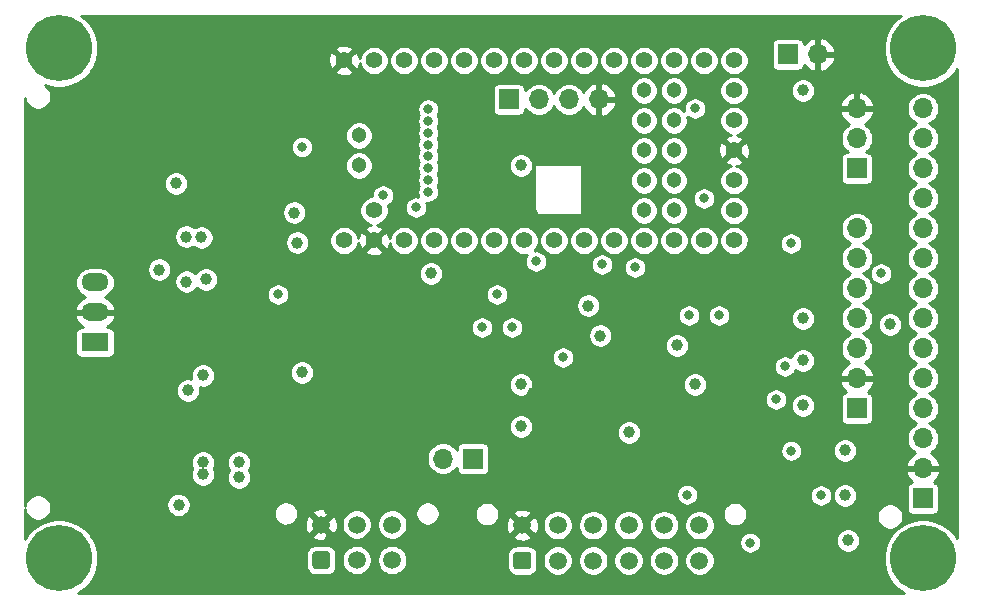
<source format=gbr>
%TF.GenerationSoftware,KiCad,Pcbnew,(5.1.9)-1*%
%TF.CreationDate,2021-02-21T10:06:18+01:00*%
%TF.ProjectId,CanDisplayFoReal,43616e44-6973-4706-9c61-79466f526561,rev?*%
%TF.SameCoordinates,Original*%
%TF.FileFunction,Copper,L2,Inr*%
%TF.FilePolarity,Positive*%
%FSLAX46Y46*%
G04 Gerber Fmt 4.6, Leading zero omitted, Abs format (unit mm)*
G04 Created by KiCad (PCBNEW (5.1.9)-1) date 2021-02-21 10:06:18*
%MOMM*%
%LPD*%
G01*
G04 APERTURE LIST*
%TA.AperFunction,ComponentPad*%
%ADD10C,1.500000*%
%TD*%
%TA.AperFunction,ComponentPad*%
%ADD11O,1.700000X1.700000*%
%TD*%
%TA.AperFunction,ComponentPad*%
%ADD12R,1.700000X1.700000*%
%TD*%
%TA.AperFunction,ComponentPad*%
%ADD13C,5.600000*%
%TD*%
%TA.AperFunction,ComponentPad*%
%ADD14O,2.300000X1.500000*%
%TD*%
%TA.AperFunction,ComponentPad*%
%ADD15R,2.300000X1.500000*%
%TD*%
%TA.AperFunction,ComponentPad*%
%ADD16C,1.404000*%
%TD*%
%TA.AperFunction,ComponentPad*%
%ADD17C,1.304000*%
%TD*%
%TA.AperFunction,ComponentPad*%
%ADD18C,0.804000*%
%TD*%
%TA.AperFunction,ViaPad*%
%ADD19C,1.000000*%
%TD*%
%TA.AperFunction,ViaPad*%
%ADD20C,0.800000*%
%TD*%
%TA.AperFunction,Conductor*%
%ADD21C,0.254000*%
%TD*%
%TA.AperFunction,Conductor*%
%ADD22C,0.100000*%
%TD*%
G04 APERTURE END LIST*
D10*
%TO.N,/CAN_L*%
%TO.C,J5*%
X151654000Y-93650000D03*
%TO.N,/RXA*%
X148654000Y-93650000D03*
%TO.N,GND*%
X145654000Y-93650000D03*
%TO.N,/CAN_H*%
X151654000Y-96650000D03*
%TO.N,/TXA*%
X148654000Y-96650000D03*
%TO.N,+12V*%
%TA.AperFunction,ComponentPad*%
G36*
G01*
X144904000Y-97150000D02*
X144904000Y-96150000D01*
G75*
G02*
X145154000Y-95900000I250000J0D01*
G01*
X146154000Y-95900000D01*
G75*
G02*
X146404000Y-96150000I0J-250000D01*
G01*
X146404000Y-97150000D01*
G75*
G02*
X146154000Y-97400000I-250000J0D01*
G01*
X145154000Y-97400000D01*
G75*
G02*
X144904000Y-97150000I0J250000D01*
G01*
G37*
%TD.AperFunction*%
%TD*%
%TO.N,Net-(J8-Pad12)*%
%TO.C,J8*%
X177672000Y-93698000D03*
%TO.N,Net-(J8-Pad11)*%
X174672000Y-93698000D03*
%TO.N,Net-(J8-Pad10)*%
X171672000Y-93698000D03*
%TO.N,Net-(J8-Pad9)*%
X168672000Y-93698000D03*
%TO.N,Net-(J8-Pad8)*%
X165672000Y-93698000D03*
%TO.N,GND*%
X162672000Y-93698000D03*
%TO.N,Net-(J8-Pad6)*%
X177672000Y-96698000D03*
%TO.N,Net-(J8-Pad5)*%
X174672000Y-96698000D03*
%TO.N,Net-(J8-Pad4)*%
X171672000Y-96698000D03*
%TO.N,Net-(J8-Pad3)*%
X168672000Y-96698000D03*
%TO.N,Net-(J8-Pad2)*%
X165672000Y-96698000D03*
%TO.N,+5V*%
%TA.AperFunction,ComponentPad*%
G36*
G01*
X161922000Y-97198000D02*
X161922000Y-96198000D01*
G75*
G02*
X162172000Y-95948000I250000J0D01*
G01*
X163172000Y-95948000D01*
G75*
G02*
X163422000Y-96198000I0J-250000D01*
G01*
X163422000Y-97198000D01*
G75*
G02*
X163172000Y-97448000I-250000J0D01*
G01*
X162172000Y-97448000D01*
G75*
G02*
X161922000Y-97198000I0J250000D01*
G01*
G37*
%TD.AperFunction*%
%TD*%
D11*
%TO.N,GND*%
%TO.C,J9*%
X187706000Y-53848000D03*
D12*
%TO.N,+BATT*%
X185166000Y-53848000D03*
%TD*%
D13*
%TO.N,N/C*%
%TO.C,REF\u002A\u002A*%
X123444000Y-53340000D03*
%TD*%
%TO.N,N/C*%
%TO.C,REF\u002A\u002A*%
X123444000Y-96520000D03*
%TD*%
%TO.N,N/C*%
%TO.C,REF\u002A\u002A*%
X196596000Y-53340000D03*
%TD*%
%TO.N,N/C*%
%TO.C,REF\u002A\u002A*%
X196596000Y-96520000D03*
%TD*%
D14*
%TO.N,/PowerSupply/5V_Regulator*%
%TO.C,U6*%
X126492000Y-73152000D03*
%TO.N,GND*%
X126492000Y-75692000D03*
D15*
%TO.N,Net-(C13-Pad1)*%
X126492000Y-78232000D03*
%TD*%
D11*
%TO.N,/CAN_L*%
%TO.C,JP1*%
X155956000Y-88062000D03*
D12*
%TO.N,Net-(JP1-Pad1)*%
X158496000Y-88062000D03*
%TD*%
D11*
%TO.N,GND*%
%TO.C,J4*%
X169164000Y-57658000D03*
%TO.N,/GPS_TX*%
X166624000Y-57658000D03*
%TO.N,/GPS_RX*%
X164084000Y-57658000D03*
D12*
%TO.N,+3V3*%
X161544000Y-57658000D03*
%TD*%
D11*
%TO.N,GND*%
%TO.C,J3*%
X191008000Y-58420000D03*
%TO.N,Net-(J3-Pad2)*%
X191008000Y-60960000D03*
D12*
%TO.N,+5V*%
X191008000Y-63500000D03*
%TD*%
D16*
%TO.N,/SDI(MOSI)*%
%TO.C,U4*%
X178054000Y-54356000D03*
%TO.N,+5V*%
X147574000Y-69596000D03*
%TO.N,VBUS*%
X150114000Y-67056000D03*
%TO.N,GND*%
X150114000Y-69596000D03*
%TO.N,Net-(U4-Pad31)*%
X152654000Y-69596000D03*
%TO.N,/CAN_R*%
X155194000Y-69596000D03*
%TO.N,/CAN_D*%
X157734000Y-69596000D03*
%TO.N,21*%
X160274000Y-69596000D03*
%TO.N,/WS1812_low*%
X162814000Y-69596000D03*
%TO.N,/SCL0*%
X165354000Y-69596000D03*
%TO.N,/SDA0*%
X167894000Y-69596000D03*
%TO.N,17*%
X170434000Y-69596000D03*
%TO.N,16*%
X172974000Y-69596000D03*
%TO.N,/DC_PIN*%
X175514000Y-69596000D03*
%TO.N,/RST*%
X178054000Y-69596000D03*
%TO.N,/SCK*%
X180594000Y-69596000D03*
%TO.N,Net-(U4-Pad19)*%
X180594000Y-67056000D03*
%TO.N,Net-(U4-Pad18)*%
X180594000Y-64516000D03*
%TO.N,GND*%
X180594000Y-61976000D03*
%TO.N,Net-(U4-Pad16)*%
X180594000Y-59436000D03*
%TO.N,+BATT*%
X180594000Y-56896000D03*
%TO.N,/SDO(MISO)*%
X180594000Y-54356000D03*
%TO.N,/CS*%
X175514000Y-54356000D03*
%TO.N,/DC*%
X172974000Y-54356000D03*
%TO.N,/GPS_TX*%
X170434000Y-54356000D03*
%TO.N,/GPS_RX*%
X167894000Y-54356000D03*
%TO.N,/TCS*%
X165354000Y-54356000D03*
%TO.N,5*%
X162814000Y-54356000D03*
%TO.N,4*%
X160274000Y-54356000D03*
%TO.N,3*%
X157734000Y-54356000D03*
%TO.N,/TIRQ*%
X155194000Y-54356000D03*
%TO.N,/TX1*%
X152654000Y-54356000D03*
D17*
%TO.N,Net-(U4-Pad54)*%
X148844000Y-60706000D03*
%TO.N,Net-(U4-Pad53)*%
X148844000Y-63246000D03*
D18*
%TO.N,Net-(J6-Pad1)*%
X154712400Y-58476000D03*
%TO.N,Net-(J6-Pad2)*%
X154712400Y-59476000D03*
%TO.N,Net-(J6-Pad3)*%
X154712400Y-60476000D03*
%TO.N,Net-(J6-Pad4)*%
X154712400Y-61476000D03*
%TO.N,Net-(J6-Pad5)*%
X154712400Y-62476000D03*
%TO.N,Net-(J6-Pad6)*%
X154712400Y-63476000D03*
%TO.N,Net-(J6-Pad7)*%
X154712400Y-64476000D03*
%TO.N,Net-(J6-Pad8)*%
X154712400Y-65476000D03*
D17*
%TO.N,Net-(R3-Pad2)*%
X172974000Y-56896000D03*
%TO.N,Net-(U4-Pad43)*%
X175514000Y-56896000D03*
%TO.N,Net-(U4-Pad42)*%
X172974000Y-59436000D03*
%TO.N,Net-(U4-Pad41)*%
X175514000Y-59436000D03*
%TO.N,Net-(U4-Pad40)*%
X172974000Y-61976000D03*
%TO.N,Net-(U4-Pad39)*%
X175514000Y-61976000D03*
%TO.N,Net-(U4-Pad38)*%
X172974000Y-64516000D03*
%TO.N,Net-(U4-Pad37)*%
X175514000Y-64516000D03*
%TO.N,Net-(U4-Pad36)*%
X172974000Y-67056000D03*
%TO.N,Net-(U4-Pad35)*%
X175514000Y-67056000D03*
D16*
%TO.N,/RX1*%
X150114000Y-54356000D03*
%TO.N,GND*%
X147574000Y-54356000D03*
%TD*%
D11*
%TO.N,/TIRQ*%
%TO.C,J2*%
X196596000Y-58420000D03*
%TO.N,/SDO(MISO)*%
X196596000Y-60960000D03*
%TO.N,/SDI(MOSI)*%
X196596000Y-63500000D03*
%TO.N,/TCS*%
X196596000Y-66040000D03*
%TO.N,/SCK*%
X196596000Y-68580000D03*
%TO.N,/SDO(MISO)*%
X196596000Y-71120000D03*
%TO.N,Net-(J2-Pad8)*%
X196596000Y-73660000D03*
%TO.N,/SCK*%
X196596000Y-76200000D03*
%TO.N,/SDI(MOSI)*%
X196596000Y-78740000D03*
%TO.N,/DC*%
X196596000Y-81280000D03*
%TO.N,+3V3*%
X196596000Y-83820000D03*
%TO.N,/CS*%
X196596000Y-86360000D03*
%TO.N,GND*%
X196596000Y-88900000D03*
D12*
%TO.N,+5V*%
X196596000Y-91440000D03*
%TD*%
D11*
%TO.N,/RST*%
%TO.C,J1*%
X191008000Y-68580000D03*
%TO.N,/DC_PIN*%
X191008000Y-71120000D03*
%TO.N,/CS*%
X191008000Y-73660000D03*
%TO.N,/SDI(MOSI)*%
X191008000Y-76200000D03*
%TO.N,/SCK*%
X191008000Y-78740000D03*
%TO.N,GND*%
X191008000Y-81280000D03*
D12*
%TO.N,+3V3*%
X191008000Y-83820000D03*
%TD*%
D19*
%TO.N,GND*%
X184912000Y-56896000D03*
X128524000Y-89408000D03*
X132588000Y-89408000D03*
X132588000Y-89408000D03*
X129540000Y-84836000D03*
X138430000Y-82296000D03*
X137160000Y-81026000D03*
X139446000Y-71628000D03*
X137414000Y-69342000D03*
X135636000Y-75184000D03*
X136652000Y-75184000D03*
X137922000Y-68072000D03*
D20*
X146050000Y-74168000D03*
D19*
X149606000Y-79502000D03*
X158496000Y-72136000D03*
X154940000Y-85090000D03*
X130388000Y-52238000D03*
X140716000Y-52324000D03*
X140716000Y-60452000D03*
X130556000Y-60452000D03*
X168910000Y-82296000D03*
X168656000Y-81026000D03*
X167640000Y-85852000D03*
X162560000Y-78740000D03*
X163576000Y-82550000D03*
X175768000Y-81534000D03*
X176022000Y-85090000D03*
X192024000Y-94742000D03*
X191770000Y-90932000D03*
X191770000Y-98552000D03*
X187706000Y-87122000D03*
X187960000Y-83312000D03*
X188214000Y-79756000D03*
D20*
X148844000Y-75184000D03*
X149860000Y-82804000D03*
X132700000Y-52248000D03*
D19*
X165974000Y-77648000D03*
X146416000Y-71298000D03*
X146162000Y-67234000D03*
X133716000Y-67742000D03*
X132334000Y-84074000D03*
X133716000Y-79680000D03*
X145654000Y-90856000D03*
X128382000Y-92380000D03*
X130160000Y-67742000D03*
X143622000Y-71552000D03*
X131176000Y-78918000D03*
X122794000Y-75616000D03*
X131938000Y-85522000D03*
X142860000Y-90348000D03*
X130922000Y-88316000D03*
X144892000Y-73076000D03*
D20*
X162560000Y-61722000D03*
X166116000Y-61468000D03*
X168607252Y-66333442D03*
X163830000Y-62230000D03*
X163576000Y-67310000D03*
X162306000Y-65786000D03*
X168910000Y-64770000D03*
X166878000Y-60960000D03*
X134874000Y-64770000D03*
X140462000Y-59653000D03*
X130556000Y-57912000D03*
D19*
X193802000Y-81280000D03*
X159004000Y-60198000D03*
D20*
X148427959Y-66572041D03*
X148500000Y-68000000D03*
X138811000Y-66802000D03*
X132969000Y-76581000D03*
D19*
X144272000Y-94742000D03*
X144018000Y-93218000D03*
X146304000Y-92329000D03*
X146353000Y-94996000D03*
X167498000Y-79934000D03*
%TO.N,+3V3*%
X138684000Y-88392000D03*
X135636000Y-88392000D03*
X138684000Y-89662000D03*
X135636000Y-89408000D03*
X133578000Y-91974000D03*
D20*
X141986000Y-74168000D03*
D19*
X154940000Y-72390000D03*
D20*
X172212000Y-71882000D03*
D19*
X144018000Y-80772000D03*
X190246000Y-94996000D03*
X189992000Y-91186000D03*
X189992000Y-87376000D03*
X186436000Y-83566000D03*
X186436000Y-79756000D03*
X186436000Y-76200000D03*
D20*
X160528000Y-74168000D03*
D19*
X168260000Y-75108000D03*
X162560000Y-63246000D03*
X133350000Y-64770000D03*
%TO.N,+5V*%
X186436000Y-56896000D03*
X135636000Y-81026000D03*
X134366000Y-82296000D03*
X135890000Y-72898000D03*
X135498000Y-69342000D03*
X193802000Y-76708000D03*
D20*
X179324000Y-75946000D03*
X176784000Y-75946000D03*
D19*
X171704000Y-85852000D03*
X162560000Y-81788000D03*
X162560000Y-85344000D03*
X175768000Y-78486000D03*
X177292000Y-81788000D03*
X134229752Y-73081752D03*
X134224000Y-69266000D03*
X169276000Y-77648000D03*
X131938000Y-72060000D03*
X143368000Y-67234000D03*
X143622000Y-69774000D03*
D20*
%TO.N,/CS*%
X185420000Y-69850000D03*
X193040000Y-72390000D03*
%TO.N,/DC*%
X178054000Y-66040000D03*
%TO.N,/SDA0*%
X169418000Y-71628000D03*
X144018000Y-61683000D03*
%TO.N,/SCL0*%
X153670000Y-66802000D03*
X150876000Y-65786000D03*
%TO.N,Net-(J8-Pad12)*%
X176642000Y-91110000D03*
%TO.N,Net-(J8-Pad5)*%
X181976000Y-95174000D03*
%TO.N,/WS1812_low*%
X177292000Y-58420000D03*
%TO.N,3*%
X159258000Y-76962000D03*
%TO.N,16*%
X184150000Y-83058000D03*
%TO.N,4*%
X187960000Y-91186000D03*
X166116000Y-79502000D03*
X161798000Y-76962000D03*
%TO.N,17*%
X184912000Y-80264000D03*
%TO.N,5*%
X185441654Y-87397654D03*
X163830000Y-71374000D03*
%TD*%
D21*
%TO.N,GND*%
X194470061Y-50749536D02*
X194005536Y-51214061D01*
X193640561Y-51760285D01*
X193389162Y-52367216D01*
X193261000Y-53011531D01*
X193261000Y-53668469D01*
X193389162Y-54312784D01*
X193640561Y-54919715D01*
X194005536Y-55465939D01*
X194470061Y-55930464D01*
X195016285Y-56295439D01*
X195623216Y-56546838D01*
X196267531Y-56675000D01*
X196924469Y-56675000D01*
X197568784Y-56546838D01*
X198175715Y-56295439D01*
X198721939Y-55930464D01*
X199186464Y-55465939D01*
X199440001Y-55086494D01*
X199440000Y-94773505D01*
X199186464Y-94394061D01*
X198721939Y-93929536D01*
X198175715Y-93564561D01*
X197568784Y-93313162D01*
X196924469Y-93185000D01*
X196267531Y-93185000D01*
X195623216Y-93313162D01*
X195016285Y-93564561D01*
X194470061Y-93929536D01*
X194005536Y-94394061D01*
X193640561Y-94940285D01*
X193389162Y-95547216D01*
X193261000Y-96191531D01*
X193261000Y-96848469D01*
X193389162Y-97492784D01*
X193640561Y-98099715D01*
X194005536Y-98645939D01*
X194470061Y-99110464D01*
X194963247Y-99440000D01*
X125076753Y-99440000D01*
X125569939Y-99110464D01*
X126034464Y-98645939D01*
X126399439Y-98099715D01*
X126650838Y-97492784D01*
X126779000Y-96848469D01*
X126779000Y-96191531D01*
X126770739Y-96150000D01*
X144366412Y-96150000D01*
X144366412Y-97150000D01*
X144381545Y-97303651D01*
X144426364Y-97451397D01*
X144499145Y-97587560D01*
X144597091Y-97706909D01*
X144716440Y-97804855D01*
X144852603Y-97877636D01*
X145000349Y-97922455D01*
X145154000Y-97937588D01*
X146154000Y-97937588D01*
X146307651Y-97922455D01*
X146455397Y-97877636D01*
X146591560Y-97804855D01*
X146710909Y-97706909D01*
X146808855Y-97587560D01*
X146881636Y-97451397D01*
X146926455Y-97303651D01*
X146941588Y-97150000D01*
X146941588Y-96523439D01*
X147369000Y-96523439D01*
X147369000Y-96776561D01*
X147418381Y-97024821D01*
X147515247Y-97258676D01*
X147655875Y-97469140D01*
X147834860Y-97648125D01*
X148045324Y-97788753D01*
X148279179Y-97885619D01*
X148527439Y-97935000D01*
X148780561Y-97935000D01*
X149028821Y-97885619D01*
X149262676Y-97788753D01*
X149473140Y-97648125D01*
X149652125Y-97469140D01*
X149792753Y-97258676D01*
X149889619Y-97024821D01*
X149939000Y-96776561D01*
X149939000Y-96523439D01*
X150369000Y-96523439D01*
X150369000Y-96776561D01*
X150418381Y-97024821D01*
X150515247Y-97258676D01*
X150655875Y-97469140D01*
X150834860Y-97648125D01*
X151045324Y-97788753D01*
X151279179Y-97885619D01*
X151527439Y-97935000D01*
X151780561Y-97935000D01*
X152028821Y-97885619D01*
X152262676Y-97788753D01*
X152473140Y-97648125D01*
X152652125Y-97469140D01*
X152792753Y-97258676D01*
X152889619Y-97024821D01*
X152939000Y-96776561D01*
X152939000Y-96523439D01*
X152889619Y-96275179D01*
X152857651Y-96198000D01*
X161384412Y-96198000D01*
X161384412Y-97198000D01*
X161399545Y-97351651D01*
X161444364Y-97499397D01*
X161517145Y-97635560D01*
X161615091Y-97754909D01*
X161734440Y-97852855D01*
X161870603Y-97925636D01*
X162018349Y-97970455D01*
X162172000Y-97985588D01*
X163172000Y-97985588D01*
X163325651Y-97970455D01*
X163473397Y-97925636D01*
X163609560Y-97852855D01*
X163728909Y-97754909D01*
X163826855Y-97635560D01*
X163899636Y-97499397D01*
X163944455Y-97351651D01*
X163959588Y-97198000D01*
X163959588Y-96571439D01*
X164387000Y-96571439D01*
X164387000Y-96824561D01*
X164436381Y-97072821D01*
X164533247Y-97306676D01*
X164673875Y-97517140D01*
X164852860Y-97696125D01*
X165063324Y-97836753D01*
X165297179Y-97933619D01*
X165545439Y-97983000D01*
X165798561Y-97983000D01*
X166046821Y-97933619D01*
X166280676Y-97836753D01*
X166491140Y-97696125D01*
X166670125Y-97517140D01*
X166810753Y-97306676D01*
X166907619Y-97072821D01*
X166957000Y-96824561D01*
X166957000Y-96571439D01*
X167387000Y-96571439D01*
X167387000Y-96824561D01*
X167436381Y-97072821D01*
X167533247Y-97306676D01*
X167673875Y-97517140D01*
X167852860Y-97696125D01*
X168063324Y-97836753D01*
X168297179Y-97933619D01*
X168545439Y-97983000D01*
X168798561Y-97983000D01*
X169046821Y-97933619D01*
X169280676Y-97836753D01*
X169491140Y-97696125D01*
X169670125Y-97517140D01*
X169810753Y-97306676D01*
X169907619Y-97072821D01*
X169957000Y-96824561D01*
X169957000Y-96571439D01*
X170387000Y-96571439D01*
X170387000Y-96824561D01*
X170436381Y-97072821D01*
X170533247Y-97306676D01*
X170673875Y-97517140D01*
X170852860Y-97696125D01*
X171063324Y-97836753D01*
X171297179Y-97933619D01*
X171545439Y-97983000D01*
X171798561Y-97983000D01*
X172046821Y-97933619D01*
X172280676Y-97836753D01*
X172491140Y-97696125D01*
X172670125Y-97517140D01*
X172810753Y-97306676D01*
X172907619Y-97072821D01*
X172957000Y-96824561D01*
X172957000Y-96571439D01*
X173387000Y-96571439D01*
X173387000Y-96824561D01*
X173436381Y-97072821D01*
X173533247Y-97306676D01*
X173673875Y-97517140D01*
X173852860Y-97696125D01*
X174063324Y-97836753D01*
X174297179Y-97933619D01*
X174545439Y-97983000D01*
X174798561Y-97983000D01*
X175046821Y-97933619D01*
X175280676Y-97836753D01*
X175491140Y-97696125D01*
X175670125Y-97517140D01*
X175810753Y-97306676D01*
X175907619Y-97072821D01*
X175957000Y-96824561D01*
X175957000Y-96571439D01*
X176387000Y-96571439D01*
X176387000Y-96824561D01*
X176436381Y-97072821D01*
X176533247Y-97306676D01*
X176673875Y-97517140D01*
X176852860Y-97696125D01*
X177063324Y-97836753D01*
X177297179Y-97933619D01*
X177545439Y-97983000D01*
X177798561Y-97983000D01*
X178046821Y-97933619D01*
X178280676Y-97836753D01*
X178491140Y-97696125D01*
X178670125Y-97517140D01*
X178810753Y-97306676D01*
X178907619Y-97072821D01*
X178957000Y-96824561D01*
X178957000Y-96571439D01*
X178907619Y-96323179D01*
X178810753Y-96089324D01*
X178670125Y-95878860D01*
X178491140Y-95699875D01*
X178280676Y-95559247D01*
X178046821Y-95462381D01*
X177798561Y-95413000D01*
X177545439Y-95413000D01*
X177297179Y-95462381D01*
X177063324Y-95559247D01*
X176852860Y-95699875D01*
X176673875Y-95878860D01*
X176533247Y-96089324D01*
X176436381Y-96323179D01*
X176387000Y-96571439D01*
X175957000Y-96571439D01*
X175907619Y-96323179D01*
X175810753Y-96089324D01*
X175670125Y-95878860D01*
X175491140Y-95699875D01*
X175280676Y-95559247D01*
X175046821Y-95462381D01*
X174798561Y-95413000D01*
X174545439Y-95413000D01*
X174297179Y-95462381D01*
X174063324Y-95559247D01*
X173852860Y-95699875D01*
X173673875Y-95878860D01*
X173533247Y-96089324D01*
X173436381Y-96323179D01*
X173387000Y-96571439D01*
X172957000Y-96571439D01*
X172907619Y-96323179D01*
X172810753Y-96089324D01*
X172670125Y-95878860D01*
X172491140Y-95699875D01*
X172280676Y-95559247D01*
X172046821Y-95462381D01*
X171798561Y-95413000D01*
X171545439Y-95413000D01*
X171297179Y-95462381D01*
X171063324Y-95559247D01*
X170852860Y-95699875D01*
X170673875Y-95878860D01*
X170533247Y-96089324D01*
X170436381Y-96323179D01*
X170387000Y-96571439D01*
X169957000Y-96571439D01*
X169907619Y-96323179D01*
X169810753Y-96089324D01*
X169670125Y-95878860D01*
X169491140Y-95699875D01*
X169280676Y-95559247D01*
X169046821Y-95462381D01*
X168798561Y-95413000D01*
X168545439Y-95413000D01*
X168297179Y-95462381D01*
X168063324Y-95559247D01*
X167852860Y-95699875D01*
X167673875Y-95878860D01*
X167533247Y-96089324D01*
X167436381Y-96323179D01*
X167387000Y-96571439D01*
X166957000Y-96571439D01*
X166907619Y-96323179D01*
X166810753Y-96089324D01*
X166670125Y-95878860D01*
X166491140Y-95699875D01*
X166280676Y-95559247D01*
X166046821Y-95462381D01*
X165798561Y-95413000D01*
X165545439Y-95413000D01*
X165297179Y-95462381D01*
X165063324Y-95559247D01*
X164852860Y-95699875D01*
X164673875Y-95878860D01*
X164533247Y-96089324D01*
X164436381Y-96323179D01*
X164387000Y-96571439D01*
X163959588Y-96571439D01*
X163959588Y-96198000D01*
X163944455Y-96044349D01*
X163899636Y-95896603D01*
X163826855Y-95760440D01*
X163728909Y-95641091D01*
X163609560Y-95543145D01*
X163473397Y-95470364D01*
X163325651Y-95425545D01*
X163172000Y-95410412D01*
X162172000Y-95410412D01*
X162018349Y-95425545D01*
X161870603Y-95470364D01*
X161734440Y-95543145D01*
X161615091Y-95641091D01*
X161517145Y-95760440D01*
X161444364Y-95896603D01*
X161399545Y-96044349D01*
X161384412Y-96198000D01*
X152857651Y-96198000D01*
X152792753Y-96041324D01*
X152652125Y-95830860D01*
X152473140Y-95651875D01*
X152262676Y-95511247D01*
X152028821Y-95414381D01*
X151780561Y-95365000D01*
X151527439Y-95365000D01*
X151279179Y-95414381D01*
X151045324Y-95511247D01*
X150834860Y-95651875D01*
X150655875Y-95830860D01*
X150515247Y-96041324D01*
X150418381Y-96275179D01*
X150369000Y-96523439D01*
X149939000Y-96523439D01*
X149889619Y-96275179D01*
X149792753Y-96041324D01*
X149652125Y-95830860D01*
X149473140Y-95651875D01*
X149262676Y-95511247D01*
X149028821Y-95414381D01*
X148780561Y-95365000D01*
X148527439Y-95365000D01*
X148279179Y-95414381D01*
X148045324Y-95511247D01*
X147834860Y-95651875D01*
X147655875Y-95830860D01*
X147515247Y-96041324D01*
X147418381Y-96275179D01*
X147369000Y-96523439D01*
X146941588Y-96523439D01*
X146941588Y-96150000D01*
X146926455Y-95996349D01*
X146881636Y-95848603D01*
X146808855Y-95712440D01*
X146710909Y-95593091D01*
X146591560Y-95495145D01*
X146455397Y-95422364D01*
X146307651Y-95377545D01*
X146154000Y-95362412D01*
X145154000Y-95362412D01*
X145000349Y-95377545D01*
X144852603Y-95422364D01*
X144716440Y-95495145D01*
X144597091Y-95593091D01*
X144499145Y-95712440D01*
X144426364Y-95848603D01*
X144381545Y-95996349D01*
X144366412Y-96150000D01*
X126770739Y-96150000D01*
X126650838Y-95547216D01*
X126399439Y-94940285D01*
X126176741Y-94606993D01*
X144876612Y-94606993D01*
X144942137Y-94845860D01*
X145189116Y-94961760D01*
X145453960Y-95027250D01*
X145726492Y-95039812D01*
X145996238Y-94998965D01*
X146252832Y-94906277D01*
X146365863Y-94845860D01*
X146431388Y-94606993D01*
X145654000Y-93829605D01*
X144876612Y-94606993D01*
X126176741Y-94606993D01*
X126034464Y-94394061D01*
X125569939Y-93929536D01*
X125023715Y-93564561D01*
X124416784Y-93313162D01*
X123772469Y-93185000D01*
X123115531Y-93185000D01*
X122471216Y-93313162D01*
X121864285Y-93564561D01*
X121318061Y-93929536D01*
X120853536Y-94394061D01*
X120560000Y-94833369D01*
X120560000Y-92336561D01*
X120597695Y-92526067D01*
X120681444Y-92728256D01*
X120803030Y-92910221D01*
X120957779Y-93064970D01*
X121139744Y-93186556D01*
X121341933Y-93270305D01*
X121556576Y-93313000D01*
X121775424Y-93313000D01*
X121990067Y-93270305D01*
X122192256Y-93186556D01*
X122374221Y-93064970D01*
X122528970Y-92910221D01*
X122650556Y-92728256D01*
X122734305Y-92526067D01*
X122777000Y-92311424D01*
X122777000Y-92092576D01*
X122734305Y-91877933D01*
X122731873Y-91872061D01*
X132543000Y-91872061D01*
X132543000Y-92075939D01*
X132582774Y-92275898D01*
X132660795Y-92464256D01*
X132774063Y-92633774D01*
X132918226Y-92777937D01*
X133087744Y-92891205D01*
X133276102Y-92969226D01*
X133476061Y-93009000D01*
X133679939Y-93009000D01*
X133879898Y-92969226D01*
X134068256Y-92891205D01*
X134237774Y-92777937D01*
X134381937Y-92633774D01*
X134399117Y-92608061D01*
X141619000Y-92608061D01*
X141619000Y-92811939D01*
X141658774Y-93011898D01*
X141736795Y-93200256D01*
X141850063Y-93369774D01*
X141994226Y-93513937D01*
X142163744Y-93627205D01*
X142352102Y-93705226D01*
X142552061Y-93745000D01*
X142755939Y-93745000D01*
X142869095Y-93722492D01*
X144264188Y-93722492D01*
X144305035Y-93992238D01*
X144397723Y-94248832D01*
X144458140Y-94361863D01*
X144697007Y-94427388D01*
X145474395Y-93650000D01*
X145833605Y-93650000D01*
X146610993Y-94427388D01*
X146849860Y-94361863D01*
X146965760Y-94114884D01*
X147031250Y-93850040D01*
X147043812Y-93577508D01*
X147035625Y-93523439D01*
X147369000Y-93523439D01*
X147369000Y-93776561D01*
X147418381Y-94024821D01*
X147515247Y-94258676D01*
X147655875Y-94469140D01*
X147834860Y-94648125D01*
X148045324Y-94788753D01*
X148279179Y-94885619D01*
X148527439Y-94935000D01*
X148780561Y-94935000D01*
X149028821Y-94885619D01*
X149262676Y-94788753D01*
X149473140Y-94648125D01*
X149652125Y-94469140D01*
X149792753Y-94258676D01*
X149889619Y-94024821D01*
X149939000Y-93776561D01*
X149939000Y-93523439D01*
X150369000Y-93523439D01*
X150369000Y-93776561D01*
X150418381Y-94024821D01*
X150515247Y-94258676D01*
X150655875Y-94469140D01*
X150834860Y-94648125D01*
X151045324Y-94788753D01*
X151279179Y-94885619D01*
X151527439Y-94935000D01*
X151780561Y-94935000D01*
X152028821Y-94885619D01*
X152262676Y-94788753D01*
X152462861Y-94654993D01*
X161894612Y-94654993D01*
X161960137Y-94893860D01*
X162207116Y-95009760D01*
X162471960Y-95075250D01*
X162744492Y-95087812D01*
X162783461Y-95081911D01*
X181041000Y-95081911D01*
X181041000Y-95266089D01*
X181076932Y-95446729D01*
X181147414Y-95616889D01*
X181249738Y-95770028D01*
X181379972Y-95900262D01*
X181533111Y-96002586D01*
X181703271Y-96073068D01*
X181883911Y-96109000D01*
X182068089Y-96109000D01*
X182248729Y-96073068D01*
X182418889Y-96002586D01*
X182572028Y-95900262D01*
X182702262Y-95770028D01*
X182804586Y-95616889D01*
X182875068Y-95446729D01*
X182911000Y-95266089D01*
X182911000Y-95081911D01*
X182875068Y-94901271D01*
X182872082Y-94894061D01*
X189211000Y-94894061D01*
X189211000Y-95097939D01*
X189250774Y-95297898D01*
X189328795Y-95486256D01*
X189442063Y-95655774D01*
X189586226Y-95799937D01*
X189755744Y-95913205D01*
X189944102Y-95991226D01*
X190144061Y-96031000D01*
X190347939Y-96031000D01*
X190547898Y-95991226D01*
X190736256Y-95913205D01*
X190905774Y-95799937D01*
X191049937Y-95655774D01*
X191163205Y-95486256D01*
X191241226Y-95297898D01*
X191281000Y-95097939D01*
X191281000Y-94894061D01*
X191241226Y-94694102D01*
X191163205Y-94505744D01*
X191049937Y-94336226D01*
X190905774Y-94192063D01*
X190736256Y-94078795D01*
X190547898Y-94000774D01*
X190347939Y-93961000D01*
X190144061Y-93961000D01*
X189944102Y-94000774D01*
X189755744Y-94078795D01*
X189586226Y-94192063D01*
X189442063Y-94336226D01*
X189328795Y-94505744D01*
X189250774Y-94694102D01*
X189211000Y-94894061D01*
X182872082Y-94894061D01*
X182804586Y-94731111D01*
X182702262Y-94577972D01*
X182572028Y-94447738D01*
X182418889Y-94345414D01*
X182248729Y-94274932D01*
X182068089Y-94239000D01*
X181883911Y-94239000D01*
X181703271Y-94274932D01*
X181533111Y-94345414D01*
X181379972Y-94447738D01*
X181249738Y-94577972D01*
X181147414Y-94731111D01*
X181076932Y-94901271D01*
X181041000Y-95081911D01*
X162783461Y-95081911D01*
X163014238Y-95046965D01*
X163270832Y-94954277D01*
X163383863Y-94893860D01*
X163449388Y-94654993D01*
X162672000Y-93877605D01*
X161894612Y-94654993D01*
X152462861Y-94654993D01*
X152473140Y-94648125D01*
X152652125Y-94469140D01*
X152792753Y-94258676D01*
X152889619Y-94024821D01*
X152939000Y-93776561D01*
X152939000Y-93523439D01*
X152889619Y-93275179D01*
X152792753Y-93041324D01*
X152652125Y-92830860D01*
X152473140Y-92651875D01*
X152407568Y-92608061D01*
X153619000Y-92608061D01*
X153619000Y-92811939D01*
X153658774Y-93011898D01*
X153736795Y-93200256D01*
X153850063Y-93369774D01*
X153994226Y-93513937D01*
X154163744Y-93627205D01*
X154352102Y-93705226D01*
X154552061Y-93745000D01*
X154755939Y-93745000D01*
X154955898Y-93705226D01*
X155144256Y-93627205D01*
X155313774Y-93513937D01*
X155457937Y-93369774D01*
X155571205Y-93200256D01*
X155649226Y-93011898D01*
X155689000Y-92811939D01*
X155689000Y-92656061D01*
X158637000Y-92656061D01*
X158637000Y-92859939D01*
X158676774Y-93059898D01*
X158754795Y-93248256D01*
X158868063Y-93417774D01*
X159012226Y-93561937D01*
X159181744Y-93675205D01*
X159370102Y-93753226D01*
X159570061Y-93793000D01*
X159773939Y-93793000D01*
X159887095Y-93770492D01*
X161282188Y-93770492D01*
X161323035Y-94040238D01*
X161415723Y-94296832D01*
X161476140Y-94409863D01*
X161715007Y-94475388D01*
X162492395Y-93698000D01*
X162851605Y-93698000D01*
X163628993Y-94475388D01*
X163867860Y-94409863D01*
X163983760Y-94162884D01*
X164049250Y-93898040D01*
X164061812Y-93625508D01*
X164053625Y-93571439D01*
X164387000Y-93571439D01*
X164387000Y-93824561D01*
X164436381Y-94072821D01*
X164533247Y-94306676D01*
X164673875Y-94517140D01*
X164852860Y-94696125D01*
X165063324Y-94836753D01*
X165297179Y-94933619D01*
X165545439Y-94983000D01*
X165798561Y-94983000D01*
X166046821Y-94933619D01*
X166280676Y-94836753D01*
X166491140Y-94696125D01*
X166670125Y-94517140D01*
X166810753Y-94306676D01*
X166907619Y-94072821D01*
X166957000Y-93824561D01*
X166957000Y-93571439D01*
X167387000Y-93571439D01*
X167387000Y-93824561D01*
X167436381Y-94072821D01*
X167533247Y-94306676D01*
X167673875Y-94517140D01*
X167852860Y-94696125D01*
X168063324Y-94836753D01*
X168297179Y-94933619D01*
X168545439Y-94983000D01*
X168798561Y-94983000D01*
X169046821Y-94933619D01*
X169280676Y-94836753D01*
X169491140Y-94696125D01*
X169670125Y-94517140D01*
X169810753Y-94306676D01*
X169907619Y-94072821D01*
X169957000Y-93824561D01*
X169957000Y-93571439D01*
X170387000Y-93571439D01*
X170387000Y-93824561D01*
X170436381Y-94072821D01*
X170533247Y-94306676D01*
X170673875Y-94517140D01*
X170852860Y-94696125D01*
X171063324Y-94836753D01*
X171297179Y-94933619D01*
X171545439Y-94983000D01*
X171798561Y-94983000D01*
X172046821Y-94933619D01*
X172280676Y-94836753D01*
X172491140Y-94696125D01*
X172670125Y-94517140D01*
X172810753Y-94306676D01*
X172907619Y-94072821D01*
X172957000Y-93824561D01*
X172957000Y-93571439D01*
X173387000Y-93571439D01*
X173387000Y-93824561D01*
X173436381Y-94072821D01*
X173533247Y-94306676D01*
X173673875Y-94517140D01*
X173852860Y-94696125D01*
X174063324Y-94836753D01*
X174297179Y-94933619D01*
X174545439Y-94983000D01*
X174798561Y-94983000D01*
X175046821Y-94933619D01*
X175280676Y-94836753D01*
X175491140Y-94696125D01*
X175670125Y-94517140D01*
X175810753Y-94306676D01*
X175907619Y-94072821D01*
X175957000Y-93824561D01*
X175957000Y-93571439D01*
X176387000Y-93571439D01*
X176387000Y-93824561D01*
X176436381Y-94072821D01*
X176533247Y-94306676D01*
X176673875Y-94517140D01*
X176852860Y-94696125D01*
X177063324Y-94836753D01*
X177297179Y-94933619D01*
X177545439Y-94983000D01*
X177798561Y-94983000D01*
X178046821Y-94933619D01*
X178280676Y-94836753D01*
X178491140Y-94696125D01*
X178670125Y-94517140D01*
X178810753Y-94306676D01*
X178907619Y-94072821D01*
X178957000Y-93824561D01*
X178957000Y-93571439D01*
X178907619Y-93323179D01*
X178810753Y-93089324D01*
X178670125Y-92878860D01*
X178491140Y-92699875D01*
X178425568Y-92656061D01*
X179637000Y-92656061D01*
X179637000Y-92859939D01*
X179676774Y-93059898D01*
X179754795Y-93248256D01*
X179868063Y-93417774D01*
X180012226Y-93561937D01*
X180181744Y-93675205D01*
X180370102Y-93753226D01*
X180570061Y-93793000D01*
X180773939Y-93793000D01*
X180973898Y-93753226D01*
X181162256Y-93675205D01*
X181331774Y-93561937D01*
X181475937Y-93417774D01*
X181589205Y-93248256D01*
X181667226Y-93059898D01*
X181707000Y-92859939D01*
X181707000Y-92854576D01*
X192691000Y-92854576D01*
X192691000Y-93073424D01*
X192733695Y-93288067D01*
X192817444Y-93490256D01*
X192939030Y-93672221D01*
X193093779Y-93826970D01*
X193275744Y-93948556D01*
X193477933Y-94032305D01*
X193692576Y-94075000D01*
X193911424Y-94075000D01*
X194126067Y-94032305D01*
X194328256Y-93948556D01*
X194510221Y-93826970D01*
X194664970Y-93672221D01*
X194786556Y-93490256D01*
X194870305Y-93288067D01*
X194913000Y-93073424D01*
X194913000Y-92854576D01*
X194870305Y-92639933D01*
X194786556Y-92437744D01*
X194664970Y-92255779D01*
X194510221Y-92101030D01*
X194328256Y-91979444D01*
X194126067Y-91895695D01*
X193911424Y-91853000D01*
X193692576Y-91853000D01*
X193477933Y-91895695D01*
X193275744Y-91979444D01*
X193093779Y-92101030D01*
X192939030Y-92255779D01*
X192817444Y-92437744D01*
X192733695Y-92639933D01*
X192691000Y-92854576D01*
X181707000Y-92854576D01*
X181707000Y-92656061D01*
X181667226Y-92456102D01*
X181589205Y-92267744D01*
X181475937Y-92098226D01*
X181331774Y-91954063D01*
X181162256Y-91840795D01*
X180973898Y-91762774D01*
X180773939Y-91723000D01*
X180570061Y-91723000D01*
X180370102Y-91762774D01*
X180181744Y-91840795D01*
X180012226Y-91954063D01*
X179868063Y-92098226D01*
X179754795Y-92267744D01*
X179676774Y-92456102D01*
X179637000Y-92656061D01*
X178425568Y-92656061D01*
X178280676Y-92559247D01*
X178046821Y-92462381D01*
X177798561Y-92413000D01*
X177545439Y-92413000D01*
X177297179Y-92462381D01*
X177063324Y-92559247D01*
X176852860Y-92699875D01*
X176673875Y-92878860D01*
X176533247Y-93089324D01*
X176436381Y-93323179D01*
X176387000Y-93571439D01*
X175957000Y-93571439D01*
X175907619Y-93323179D01*
X175810753Y-93089324D01*
X175670125Y-92878860D01*
X175491140Y-92699875D01*
X175280676Y-92559247D01*
X175046821Y-92462381D01*
X174798561Y-92413000D01*
X174545439Y-92413000D01*
X174297179Y-92462381D01*
X174063324Y-92559247D01*
X173852860Y-92699875D01*
X173673875Y-92878860D01*
X173533247Y-93089324D01*
X173436381Y-93323179D01*
X173387000Y-93571439D01*
X172957000Y-93571439D01*
X172907619Y-93323179D01*
X172810753Y-93089324D01*
X172670125Y-92878860D01*
X172491140Y-92699875D01*
X172280676Y-92559247D01*
X172046821Y-92462381D01*
X171798561Y-92413000D01*
X171545439Y-92413000D01*
X171297179Y-92462381D01*
X171063324Y-92559247D01*
X170852860Y-92699875D01*
X170673875Y-92878860D01*
X170533247Y-93089324D01*
X170436381Y-93323179D01*
X170387000Y-93571439D01*
X169957000Y-93571439D01*
X169907619Y-93323179D01*
X169810753Y-93089324D01*
X169670125Y-92878860D01*
X169491140Y-92699875D01*
X169280676Y-92559247D01*
X169046821Y-92462381D01*
X168798561Y-92413000D01*
X168545439Y-92413000D01*
X168297179Y-92462381D01*
X168063324Y-92559247D01*
X167852860Y-92699875D01*
X167673875Y-92878860D01*
X167533247Y-93089324D01*
X167436381Y-93323179D01*
X167387000Y-93571439D01*
X166957000Y-93571439D01*
X166907619Y-93323179D01*
X166810753Y-93089324D01*
X166670125Y-92878860D01*
X166491140Y-92699875D01*
X166280676Y-92559247D01*
X166046821Y-92462381D01*
X165798561Y-92413000D01*
X165545439Y-92413000D01*
X165297179Y-92462381D01*
X165063324Y-92559247D01*
X164852860Y-92699875D01*
X164673875Y-92878860D01*
X164533247Y-93089324D01*
X164436381Y-93323179D01*
X164387000Y-93571439D01*
X164053625Y-93571439D01*
X164020965Y-93355762D01*
X163928277Y-93099168D01*
X163867860Y-92986137D01*
X163628993Y-92920612D01*
X162851605Y-93698000D01*
X162492395Y-93698000D01*
X161715007Y-92920612D01*
X161476140Y-92986137D01*
X161360240Y-93233116D01*
X161294750Y-93497960D01*
X161282188Y-93770492D01*
X159887095Y-93770492D01*
X159973898Y-93753226D01*
X160162256Y-93675205D01*
X160331774Y-93561937D01*
X160475937Y-93417774D01*
X160589205Y-93248256D01*
X160667226Y-93059898D01*
X160707000Y-92859939D01*
X160707000Y-92741007D01*
X161894612Y-92741007D01*
X162672000Y-93518395D01*
X163449388Y-92741007D01*
X163383863Y-92502140D01*
X163136884Y-92386240D01*
X162872040Y-92320750D01*
X162599508Y-92308188D01*
X162329762Y-92349035D01*
X162073168Y-92441723D01*
X161960137Y-92502140D01*
X161894612Y-92741007D01*
X160707000Y-92741007D01*
X160707000Y-92656061D01*
X160667226Y-92456102D01*
X160589205Y-92267744D01*
X160475937Y-92098226D01*
X160331774Y-91954063D01*
X160162256Y-91840795D01*
X159973898Y-91762774D01*
X159773939Y-91723000D01*
X159570061Y-91723000D01*
X159370102Y-91762774D01*
X159181744Y-91840795D01*
X159012226Y-91954063D01*
X158868063Y-92098226D01*
X158754795Y-92267744D01*
X158676774Y-92456102D01*
X158637000Y-92656061D01*
X155689000Y-92656061D01*
X155689000Y-92608061D01*
X155649226Y-92408102D01*
X155571205Y-92219744D01*
X155457937Y-92050226D01*
X155313774Y-91906063D01*
X155144256Y-91792795D01*
X154955898Y-91714774D01*
X154755939Y-91675000D01*
X154552061Y-91675000D01*
X154352102Y-91714774D01*
X154163744Y-91792795D01*
X153994226Y-91906063D01*
X153850063Y-92050226D01*
X153736795Y-92219744D01*
X153658774Y-92408102D01*
X153619000Y-92608061D01*
X152407568Y-92608061D01*
X152262676Y-92511247D01*
X152028821Y-92414381D01*
X151780561Y-92365000D01*
X151527439Y-92365000D01*
X151279179Y-92414381D01*
X151045324Y-92511247D01*
X150834860Y-92651875D01*
X150655875Y-92830860D01*
X150515247Y-93041324D01*
X150418381Y-93275179D01*
X150369000Y-93523439D01*
X149939000Y-93523439D01*
X149889619Y-93275179D01*
X149792753Y-93041324D01*
X149652125Y-92830860D01*
X149473140Y-92651875D01*
X149262676Y-92511247D01*
X149028821Y-92414381D01*
X148780561Y-92365000D01*
X148527439Y-92365000D01*
X148279179Y-92414381D01*
X148045324Y-92511247D01*
X147834860Y-92651875D01*
X147655875Y-92830860D01*
X147515247Y-93041324D01*
X147418381Y-93275179D01*
X147369000Y-93523439D01*
X147035625Y-93523439D01*
X147002965Y-93307762D01*
X146910277Y-93051168D01*
X146849860Y-92938137D01*
X146610993Y-92872612D01*
X145833605Y-93650000D01*
X145474395Y-93650000D01*
X144697007Y-92872612D01*
X144458140Y-92938137D01*
X144342240Y-93185116D01*
X144276750Y-93449960D01*
X144264188Y-93722492D01*
X142869095Y-93722492D01*
X142955898Y-93705226D01*
X143144256Y-93627205D01*
X143313774Y-93513937D01*
X143457937Y-93369774D01*
X143571205Y-93200256D01*
X143649226Y-93011898D01*
X143689000Y-92811939D01*
X143689000Y-92693007D01*
X144876612Y-92693007D01*
X145654000Y-93470395D01*
X146431388Y-92693007D01*
X146365863Y-92454140D01*
X146118884Y-92338240D01*
X145854040Y-92272750D01*
X145581508Y-92260188D01*
X145311762Y-92301035D01*
X145055168Y-92393723D01*
X144942137Y-92454140D01*
X144876612Y-92693007D01*
X143689000Y-92693007D01*
X143689000Y-92608061D01*
X143649226Y-92408102D01*
X143571205Y-92219744D01*
X143457937Y-92050226D01*
X143313774Y-91906063D01*
X143144256Y-91792795D01*
X142955898Y-91714774D01*
X142755939Y-91675000D01*
X142552061Y-91675000D01*
X142352102Y-91714774D01*
X142163744Y-91792795D01*
X141994226Y-91906063D01*
X141850063Y-92050226D01*
X141736795Y-92219744D01*
X141658774Y-92408102D01*
X141619000Y-92608061D01*
X134399117Y-92608061D01*
X134495205Y-92464256D01*
X134573226Y-92275898D01*
X134613000Y-92075939D01*
X134613000Y-91872061D01*
X134573226Y-91672102D01*
X134495205Y-91483744D01*
X134381937Y-91314226D01*
X134237774Y-91170063D01*
X134068256Y-91056795D01*
X133974383Y-91017911D01*
X175707000Y-91017911D01*
X175707000Y-91202089D01*
X175742932Y-91382729D01*
X175813414Y-91552889D01*
X175915738Y-91706028D01*
X176045972Y-91836262D01*
X176199111Y-91938586D01*
X176369271Y-92009068D01*
X176549911Y-92045000D01*
X176734089Y-92045000D01*
X176914729Y-92009068D01*
X177084889Y-91938586D01*
X177238028Y-91836262D01*
X177368262Y-91706028D01*
X177470586Y-91552889D01*
X177541068Y-91382729D01*
X177577000Y-91202089D01*
X177577000Y-91093911D01*
X187025000Y-91093911D01*
X187025000Y-91278089D01*
X187060932Y-91458729D01*
X187131414Y-91628889D01*
X187233738Y-91782028D01*
X187363972Y-91912262D01*
X187517111Y-92014586D01*
X187687271Y-92085068D01*
X187867911Y-92121000D01*
X188052089Y-92121000D01*
X188232729Y-92085068D01*
X188402889Y-92014586D01*
X188556028Y-91912262D01*
X188686262Y-91782028D01*
X188788586Y-91628889D01*
X188859068Y-91458729D01*
X188895000Y-91278089D01*
X188895000Y-91093911D01*
X188893041Y-91084061D01*
X188957000Y-91084061D01*
X188957000Y-91287939D01*
X188996774Y-91487898D01*
X189074795Y-91676256D01*
X189188063Y-91845774D01*
X189332226Y-91989937D01*
X189501744Y-92103205D01*
X189690102Y-92181226D01*
X189890061Y-92221000D01*
X190093939Y-92221000D01*
X190293898Y-92181226D01*
X190482256Y-92103205D01*
X190651774Y-91989937D01*
X190795937Y-91845774D01*
X190909205Y-91676256D01*
X190987226Y-91487898D01*
X191027000Y-91287939D01*
X191027000Y-91084061D01*
X190987226Y-90884102D01*
X190909205Y-90695744D01*
X190795937Y-90526226D01*
X190651774Y-90382063D01*
X190482256Y-90268795D01*
X190293898Y-90190774D01*
X190093939Y-90151000D01*
X189890061Y-90151000D01*
X189690102Y-90190774D01*
X189501744Y-90268795D01*
X189332226Y-90382063D01*
X189188063Y-90526226D01*
X189074795Y-90695744D01*
X188996774Y-90884102D01*
X188957000Y-91084061D01*
X188893041Y-91084061D01*
X188859068Y-90913271D01*
X188788586Y-90743111D01*
X188686262Y-90589972D01*
X188556028Y-90459738D01*
X188402889Y-90357414D01*
X188232729Y-90286932D01*
X188052089Y-90251000D01*
X187867911Y-90251000D01*
X187687271Y-90286932D01*
X187517111Y-90357414D01*
X187363972Y-90459738D01*
X187233738Y-90589972D01*
X187131414Y-90743111D01*
X187060932Y-90913271D01*
X187025000Y-91093911D01*
X177577000Y-91093911D01*
X177577000Y-91017911D01*
X177541068Y-90837271D01*
X177470586Y-90667111D01*
X177368262Y-90513972D01*
X177238028Y-90383738D01*
X177084889Y-90281414D01*
X176914729Y-90210932D01*
X176734089Y-90175000D01*
X176549911Y-90175000D01*
X176369271Y-90210932D01*
X176199111Y-90281414D01*
X176045972Y-90383738D01*
X175915738Y-90513972D01*
X175813414Y-90667111D01*
X175742932Y-90837271D01*
X175707000Y-91017911D01*
X133974383Y-91017911D01*
X133879898Y-90978774D01*
X133679939Y-90939000D01*
X133476061Y-90939000D01*
X133276102Y-90978774D01*
X133087744Y-91056795D01*
X132918226Y-91170063D01*
X132774063Y-91314226D01*
X132660795Y-91483744D01*
X132582774Y-91672102D01*
X132543000Y-91872061D01*
X122731873Y-91872061D01*
X122650556Y-91675744D01*
X122528970Y-91493779D01*
X122374221Y-91339030D01*
X122192256Y-91217444D01*
X121990067Y-91133695D01*
X121775424Y-91091000D01*
X121556576Y-91091000D01*
X121341933Y-91133695D01*
X121139744Y-91217444D01*
X120957779Y-91339030D01*
X120803030Y-91493779D01*
X120681444Y-91675744D01*
X120597695Y-91877933D01*
X120560000Y-92067439D01*
X120560000Y-88290061D01*
X134601000Y-88290061D01*
X134601000Y-88493939D01*
X134640774Y-88693898D01*
X134718795Y-88882256D01*
X134730651Y-88900000D01*
X134718795Y-88917744D01*
X134640774Y-89106102D01*
X134601000Y-89306061D01*
X134601000Y-89509939D01*
X134640774Y-89709898D01*
X134718795Y-89898256D01*
X134832063Y-90067774D01*
X134976226Y-90211937D01*
X135145744Y-90325205D01*
X135334102Y-90403226D01*
X135534061Y-90443000D01*
X135737939Y-90443000D01*
X135937898Y-90403226D01*
X136126256Y-90325205D01*
X136295774Y-90211937D01*
X136439937Y-90067774D01*
X136553205Y-89898256D01*
X136631226Y-89709898D01*
X136671000Y-89509939D01*
X136671000Y-89306061D01*
X136631226Y-89106102D01*
X136553205Y-88917744D01*
X136541349Y-88900000D01*
X136553205Y-88882256D01*
X136631226Y-88693898D01*
X136671000Y-88493939D01*
X136671000Y-88290061D01*
X137649000Y-88290061D01*
X137649000Y-88493939D01*
X137688774Y-88693898D01*
X137766795Y-88882256D01*
X137863510Y-89027000D01*
X137766795Y-89171744D01*
X137688774Y-89360102D01*
X137649000Y-89560061D01*
X137649000Y-89763939D01*
X137688774Y-89963898D01*
X137766795Y-90152256D01*
X137880063Y-90321774D01*
X138024226Y-90465937D01*
X138193744Y-90579205D01*
X138382102Y-90657226D01*
X138582061Y-90697000D01*
X138785939Y-90697000D01*
X138985898Y-90657226D01*
X139174256Y-90579205D01*
X139343774Y-90465937D01*
X139487937Y-90321774D01*
X139601205Y-90152256D01*
X139679226Y-89963898D01*
X139719000Y-89763939D01*
X139719000Y-89560061D01*
X139679226Y-89360102D01*
X139601205Y-89171744D01*
X139504490Y-89027000D01*
X139601205Y-88882256D01*
X139679226Y-88693898D01*
X139719000Y-88493939D01*
X139719000Y-88290061D01*
X139679226Y-88090102D01*
X139611082Y-87925589D01*
X154571000Y-87925589D01*
X154571000Y-88198411D01*
X154624225Y-88465989D01*
X154728629Y-88718043D01*
X154880201Y-88944886D01*
X155073114Y-89137799D01*
X155299957Y-89289371D01*
X155552011Y-89393775D01*
X155819589Y-89447000D01*
X156092411Y-89447000D01*
X156359989Y-89393775D01*
X156612043Y-89289371D01*
X156838886Y-89137799D01*
X157031799Y-88944886D01*
X157108412Y-88830227D01*
X157108412Y-88912000D01*
X157118742Y-89016878D01*
X157149333Y-89117726D01*
X157199012Y-89210668D01*
X157265868Y-89292132D01*
X157347332Y-89358988D01*
X157440274Y-89408667D01*
X157541122Y-89439258D01*
X157646000Y-89449588D01*
X159346000Y-89449588D01*
X159450878Y-89439258D01*
X159551726Y-89408667D01*
X159644668Y-89358988D01*
X159726132Y-89292132D01*
X159755054Y-89256890D01*
X195154524Y-89256890D01*
X195199175Y-89404099D01*
X195324359Y-89666920D01*
X195498412Y-89900269D01*
X195674963Y-90059409D01*
X195641122Y-90062742D01*
X195540274Y-90093333D01*
X195447332Y-90143012D01*
X195365868Y-90209868D01*
X195299012Y-90291332D01*
X195249333Y-90384274D01*
X195218742Y-90485122D01*
X195208412Y-90590000D01*
X195208412Y-92290000D01*
X195218742Y-92394878D01*
X195249333Y-92495726D01*
X195299012Y-92588668D01*
X195365868Y-92670132D01*
X195447332Y-92736988D01*
X195540274Y-92786667D01*
X195641122Y-92817258D01*
X195746000Y-92827588D01*
X197446000Y-92827588D01*
X197550878Y-92817258D01*
X197651726Y-92786667D01*
X197744668Y-92736988D01*
X197826132Y-92670132D01*
X197892988Y-92588668D01*
X197942667Y-92495726D01*
X197973258Y-92394878D01*
X197983588Y-92290000D01*
X197983588Y-90590000D01*
X197973258Y-90485122D01*
X197942667Y-90384274D01*
X197892988Y-90291332D01*
X197826132Y-90209868D01*
X197744668Y-90143012D01*
X197651726Y-90093333D01*
X197550878Y-90062742D01*
X197517037Y-90059409D01*
X197693588Y-89900269D01*
X197867641Y-89666920D01*
X197992825Y-89404099D01*
X198037476Y-89256890D01*
X197916155Y-89027000D01*
X196723000Y-89027000D01*
X196723000Y-89047000D01*
X196469000Y-89047000D01*
X196469000Y-89027000D01*
X195275845Y-89027000D01*
X195154524Y-89256890D01*
X159755054Y-89256890D01*
X159792988Y-89210668D01*
X159842667Y-89117726D01*
X159873258Y-89016878D01*
X159883588Y-88912000D01*
X159883588Y-88543110D01*
X195154524Y-88543110D01*
X195275845Y-88773000D01*
X196469000Y-88773000D01*
X196469000Y-88753000D01*
X196723000Y-88753000D01*
X196723000Y-88773000D01*
X197916155Y-88773000D01*
X198037476Y-88543110D01*
X197992825Y-88395901D01*
X197867641Y-88133080D01*
X197693588Y-87899731D01*
X197477355Y-87704822D01*
X197265305Y-87578510D01*
X197478886Y-87435799D01*
X197671799Y-87242886D01*
X197823371Y-87016043D01*
X197927775Y-86763989D01*
X197981000Y-86496411D01*
X197981000Y-86223589D01*
X197927775Y-85956011D01*
X197823371Y-85703957D01*
X197671799Y-85477114D01*
X197478886Y-85284201D01*
X197252043Y-85132629D01*
X197149127Y-85090000D01*
X197252043Y-85047371D01*
X197478886Y-84895799D01*
X197671799Y-84702886D01*
X197823371Y-84476043D01*
X197927775Y-84223989D01*
X197981000Y-83956411D01*
X197981000Y-83683589D01*
X197927775Y-83416011D01*
X197823371Y-83163957D01*
X197671799Y-82937114D01*
X197478886Y-82744201D01*
X197252043Y-82592629D01*
X197149127Y-82550000D01*
X197252043Y-82507371D01*
X197478886Y-82355799D01*
X197671799Y-82162886D01*
X197823371Y-81936043D01*
X197927775Y-81683989D01*
X197981000Y-81416411D01*
X197981000Y-81143589D01*
X197927775Y-80876011D01*
X197823371Y-80623957D01*
X197671799Y-80397114D01*
X197478886Y-80204201D01*
X197252043Y-80052629D01*
X197149127Y-80010000D01*
X197252043Y-79967371D01*
X197478886Y-79815799D01*
X197671799Y-79622886D01*
X197823371Y-79396043D01*
X197927775Y-79143989D01*
X197981000Y-78876411D01*
X197981000Y-78603589D01*
X197927775Y-78336011D01*
X197823371Y-78083957D01*
X197671799Y-77857114D01*
X197478886Y-77664201D01*
X197252043Y-77512629D01*
X197149127Y-77470000D01*
X197252043Y-77427371D01*
X197478886Y-77275799D01*
X197671799Y-77082886D01*
X197823371Y-76856043D01*
X197927775Y-76603989D01*
X197981000Y-76336411D01*
X197981000Y-76063589D01*
X197927775Y-75796011D01*
X197823371Y-75543957D01*
X197671799Y-75317114D01*
X197478886Y-75124201D01*
X197252043Y-74972629D01*
X197149127Y-74930000D01*
X197252043Y-74887371D01*
X197478886Y-74735799D01*
X197671799Y-74542886D01*
X197823371Y-74316043D01*
X197927775Y-74063989D01*
X197981000Y-73796411D01*
X197981000Y-73523589D01*
X197927775Y-73256011D01*
X197823371Y-73003957D01*
X197671799Y-72777114D01*
X197478886Y-72584201D01*
X197252043Y-72432629D01*
X197149127Y-72390000D01*
X197252043Y-72347371D01*
X197478886Y-72195799D01*
X197671799Y-72002886D01*
X197823371Y-71776043D01*
X197927775Y-71523989D01*
X197981000Y-71256411D01*
X197981000Y-70983589D01*
X197927775Y-70716011D01*
X197823371Y-70463957D01*
X197671799Y-70237114D01*
X197478886Y-70044201D01*
X197252043Y-69892629D01*
X197149127Y-69850000D01*
X197252043Y-69807371D01*
X197478886Y-69655799D01*
X197671799Y-69462886D01*
X197823371Y-69236043D01*
X197927775Y-68983989D01*
X197981000Y-68716411D01*
X197981000Y-68443589D01*
X197927775Y-68176011D01*
X197823371Y-67923957D01*
X197671799Y-67697114D01*
X197478886Y-67504201D01*
X197252043Y-67352629D01*
X197149127Y-67310000D01*
X197252043Y-67267371D01*
X197478886Y-67115799D01*
X197671799Y-66922886D01*
X197823371Y-66696043D01*
X197927775Y-66443989D01*
X197981000Y-66176411D01*
X197981000Y-65903589D01*
X197927775Y-65636011D01*
X197823371Y-65383957D01*
X197671799Y-65157114D01*
X197478886Y-64964201D01*
X197252043Y-64812629D01*
X197149127Y-64770000D01*
X197252043Y-64727371D01*
X197478886Y-64575799D01*
X197671799Y-64382886D01*
X197823371Y-64156043D01*
X197927775Y-63903989D01*
X197981000Y-63636411D01*
X197981000Y-63363589D01*
X197927775Y-63096011D01*
X197823371Y-62843957D01*
X197671799Y-62617114D01*
X197478886Y-62424201D01*
X197252043Y-62272629D01*
X197149127Y-62230000D01*
X197252043Y-62187371D01*
X197478886Y-62035799D01*
X197671799Y-61842886D01*
X197823371Y-61616043D01*
X197927775Y-61363989D01*
X197981000Y-61096411D01*
X197981000Y-60823589D01*
X197927775Y-60556011D01*
X197823371Y-60303957D01*
X197671799Y-60077114D01*
X197478886Y-59884201D01*
X197252043Y-59732629D01*
X197149127Y-59690000D01*
X197252043Y-59647371D01*
X197478886Y-59495799D01*
X197671799Y-59302886D01*
X197823371Y-59076043D01*
X197927775Y-58823989D01*
X197981000Y-58556411D01*
X197981000Y-58283589D01*
X197927775Y-58016011D01*
X197823371Y-57763957D01*
X197671799Y-57537114D01*
X197478886Y-57344201D01*
X197252043Y-57192629D01*
X196999989Y-57088225D01*
X196732411Y-57035000D01*
X196459589Y-57035000D01*
X196192011Y-57088225D01*
X195939957Y-57192629D01*
X195713114Y-57344201D01*
X195520201Y-57537114D01*
X195368629Y-57763957D01*
X195264225Y-58016011D01*
X195211000Y-58283589D01*
X195211000Y-58556411D01*
X195264225Y-58823989D01*
X195368629Y-59076043D01*
X195520201Y-59302886D01*
X195713114Y-59495799D01*
X195939957Y-59647371D01*
X196042873Y-59690000D01*
X195939957Y-59732629D01*
X195713114Y-59884201D01*
X195520201Y-60077114D01*
X195368629Y-60303957D01*
X195264225Y-60556011D01*
X195211000Y-60823589D01*
X195211000Y-61096411D01*
X195264225Y-61363989D01*
X195368629Y-61616043D01*
X195520201Y-61842886D01*
X195713114Y-62035799D01*
X195939957Y-62187371D01*
X196042873Y-62230000D01*
X195939957Y-62272629D01*
X195713114Y-62424201D01*
X195520201Y-62617114D01*
X195368629Y-62843957D01*
X195264225Y-63096011D01*
X195211000Y-63363589D01*
X195211000Y-63636411D01*
X195264225Y-63903989D01*
X195368629Y-64156043D01*
X195520201Y-64382886D01*
X195713114Y-64575799D01*
X195939957Y-64727371D01*
X196042873Y-64770000D01*
X195939957Y-64812629D01*
X195713114Y-64964201D01*
X195520201Y-65157114D01*
X195368629Y-65383957D01*
X195264225Y-65636011D01*
X195211000Y-65903589D01*
X195211000Y-66176411D01*
X195264225Y-66443989D01*
X195368629Y-66696043D01*
X195520201Y-66922886D01*
X195713114Y-67115799D01*
X195939957Y-67267371D01*
X196042873Y-67310000D01*
X195939957Y-67352629D01*
X195713114Y-67504201D01*
X195520201Y-67697114D01*
X195368629Y-67923957D01*
X195264225Y-68176011D01*
X195211000Y-68443589D01*
X195211000Y-68716411D01*
X195264225Y-68983989D01*
X195368629Y-69236043D01*
X195520201Y-69462886D01*
X195713114Y-69655799D01*
X195939957Y-69807371D01*
X196042873Y-69850000D01*
X195939957Y-69892629D01*
X195713114Y-70044201D01*
X195520201Y-70237114D01*
X195368629Y-70463957D01*
X195264225Y-70716011D01*
X195211000Y-70983589D01*
X195211000Y-71256411D01*
X195264225Y-71523989D01*
X195368629Y-71776043D01*
X195520201Y-72002886D01*
X195713114Y-72195799D01*
X195939957Y-72347371D01*
X196042873Y-72390000D01*
X195939957Y-72432629D01*
X195713114Y-72584201D01*
X195520201Y-72777114D01*
X195368629Y-73003957D01*
X195264225Y-73256011D01*
X195211000Y-73523589D01*
X195211000Y-73796411D01*
X195264225Y-74063989D01*
X195368629Y-74316043D01*
X195520201Y-74542886D01*
X195713114Y-74735799D01*
X195939957Y-74887371D01*
X196042873Y-74930000D01*
X195939957Y-74972629D01*
X195713114Y-75124201D01*
X195520201Y-75317114D01*
X195368629Y-75543957D01*
X195264225Y-75796011D01*
X195211000Y-76063589D01*
X195211000Y-76336411D01*
X195264225Y-76603989D01*
X195368629Y-76856043D01*
X195520201Y-77082886D01*
X195713114Y-77275799D01*
X195939957Y-77427371D01*
X196042873Y-77470000D01*
X195939957Y-77512629D01*
X195713114Y-77664201D01*
X195520201Y-77857114D01*
X195368629Y-78083957D01*
X195264225Y-78336011D01*
X195211000Y-78603589D01*
X195211000Y-78876411D01*
X195264225Y-79143989D01*
X195368629Y-79396043D01*
X195520201Y-79622886D01*
X195713114Y-79815799D01*
X195939957Y-79967371D01*
X196042873Y-80010000D01*
X195939957Y-80052629D01*
X195713114Y-80204201D01*
X195520201Y-80397114D01*
X195368629Y-80623957D01*
X195264225Y-80876011D01*
X195211000Y-81143589D01*
X195211000Y-81416411D01*
X195264225Y-81683989D01*
X195368629Y-81936043D01*
X195520201Y-82162886D01*
X195713114Y-82355799D01*
X195939957Y-82507371D01*
X196042873Y-82550000D01*
X195939957Y-82592629D01*
X195713114Y-82744201D01*
X195520201Y-82937114D01*
X195368629Y-83163957D01*
X195264225Y-83416011D01*
X195211000Y-83683589D01*
X195211000Y-83956411D01*
X195264225Y-84223989D01*
X195368629Y-84476043D01*
X195520201Y-84702886D01*
X195713114Y-84895799D01*
X195939957Y-85047371D01*
X196042873Y-85090000D01*
X195939957Y-85132629D01*
X195713114Y-85284201D01*
X195520201Y-85477114D01*
X195368629Y-85703957D01*
X195264225Y-85956011D01*
X195211000Y-86223589D01*
X195211000Y-86496411D01*
X195264225Y-86763989D01*
X195368629Y-87016043D01*
X195520201Y-87242886D01*
X195713114Y-87435799D01*
X195926695Y-87578510D01*
X195714645Y-87704822D01*
X195498412Y-87899731D01*
X195324359Y-88133080D01*
X195199175Y-88395901D01*
X195154524Y-88543110D01*
X159883588Y-88543110D01*
X159883588Y-87305565D01*
X184506654Y-87305565D01*
X184506654Y-87489743D01*
X184542586Y-87670383D01*
X184613068Y-87840543D01*
X184715392Y-87993682D01*
X184845626Y-88123916D01*
X184998765Y-88226240D01*
X185168925Y-88296722D01*
X185349565Y-88332654D01*
X185533743Y-88332654D01*
X185714383Y-88296722D01*
X185884543Y-88226240D01*
X186037682Y-88123916D01*
X186167916Y-87993682D01*
X186270240Y-87840543D01*
X186340722Y-87670383D01*
X186376654Y-87489743D01*
X186376654Y-87305565D01*
X186370388Y-87274061D01*
X188957000Y-87274061D01*
X188957000Y-87477939D01*
X188996774Y-87677898D01*
X189074795Y-87866256D01*
X189188063Y-88035774D01*
X189332226Y-88179937D01*
X189501744Y-88293205D01*
X189690102Y-88371226D01*
X189890061Y-88411000D01*
X190093939Y-88411000D01*
X190293898Y-88371226D01*
X190482256Y-88293205D01*
X190651774Y-88179937D01*
X190795937Y-88035774D01*
X190909205Y-87866256D01*
X190987226Y-87677898D01*
X191027000Y-87477939D01*
X191027000Y-87274061D01*
X190987226Y-87074102D01*
X190909205Y-86885744D01*
X190795937Y-86716226D01*
X190651774Y-86572063D01*
X190482256Y-86458795D01*
X190293898Y-86380774D01*
X190093939Y-86341000D01*
X189890061Y-86341000D01*
X189690102Y-86380774D01*
X189501744Y-86458795D01*
X189332226Y-86572063D01*
X189188063Y-86716226D01*
X189074795Y-86885744D01*
X188996774Y-87074102D01*
X188957000Y-87274061D01*
X186370388Y-87274061D01*
X186340722Y-87124925D01*
X186270240Y-86954765D01*
X186167916Y-86801626D01*
X186037682Y-86671392D01*
X185884543Y-86569068D01*
X185714383Y-86498586D01*
X185533743Y-86462654D01*
X185349565Y-86462654D01*
X185168925Y-86498586D01*
X184998765Y-86569068D01*
X184845626Y-86671392D01*
X184715392Y-86801626D01*
X184613068Y-86954765D01*
X184542586Y-87124925D01*
X184506654Y-87305565D01*
X159883588Y-87305565D01*
X159883588Y-87212000D01*
X159873258Y-87107122D01*
X159842667Y-87006274D01*
X159792988Y-86913332D01*
X159726132Y-86831868D01*
X159644668Y-86765012D01*
X159551726Y-86715333D01*
X159450878Y-86684742D01*
X159346000Y-86674412D01*
X157646000Y-86674412D01*
X157541122Y-86684742D01*
X157440274Y-86715333D01*
X157347332Y-86765012D01*
X157265868Y-86831868D01*
X157199012Y-86913332D01*
X157149333Y-87006274D01*
X157118742Y-87107122D01*
X157108412Y-87212000D01*
X157108412Y-87293773D01*
X157031799Y-87179114D01*
X156838886Y-86986201D01*
X156612043Y-86834629D01*
X156359989Y-86730225D01*
X156092411Y-86677000D01*
X155819589Y-86677000D01*
X155552011Y-86730225D01*
X155299957Y-86834629D01*
X155073114Y-86986201D01*
X154880201Y-87179114D01*
X154728629Y-87405957D01*
X154624225Y-87658011D01*
X154571000Y-87925589D01*
X139611082Y-87925589D01*
X139601205Y-87901744D01*
X139487937Y-87732226D01*
X139343774Y-87588063D01*
X139174256Y-87474795D01*
X138985898Y-87396774D01*
X138785939Y-87357000D01*
X138582061Y-87357000D01*
X138382102Y-87396774D01*
X138193744Y-87474795D01*
X138024226Y-87588063D01*
X137880063Y-87732226D01*
X137766795Y-87901744D01*
X137688774Y-88090102D01*
X137649000Y-88290061D01*
X136671000Y-88290061D01*
X136631226Y-88090102D01*
X136553205Y-87901744D01*
X136439937Y-87732226D01*
X136295774Y-87588063D01*
X136126256Y-87474795D01*
X135937898Y-87396774D01*
X135737939Y-87357000D01*
X135534061Y-87357000D01*
X135334102Y-87396774D01*
X135145744Y-87474795D01*
X134976226Y-87588063D01*
X134832063Y-87732226D01*
X134718795Y-87901744D01*
X134640774Y-88090102D01*
X134601000Y-88290061D01*
X120560000Y-88290061D01*
X120560000Y-85242061D01*
X161525000Y-85242061D01*
X161525000Y-85445939D01*
X161564774Y-85645898D01*
X161642795Y-85834256D01*
X161756063Y-86003774D01*
X161900226Y-86147937D01*
X162069744Y-86261205D01*
X162258102Y-86339226D01*
X162458061Y-86379000D01*
X162661939Y-86379000D01*
X162861898Y-86339226D01*
X163050256Y-86261205D01*
X163219774Y-86147937D01*
X163363937Y-86003774D01*
X163477205Y-85834256D01*
X163512079Y-85750061D01*
X170669000Y-85750061D01*
X170669000Y-85953939D01*
X170708774Y-86153898D01*
X170786795Y-86342256D01*
X170900063Y-86511774D01*
X171044226Y-86655937D01*
X171213744Y-86769205D01*
X171402102Y-86847226D01*
X171602061Y-86887000D01*
X171805939Y-86887000D01*
X172005898Y-86847226D01*
X172194256Y-86769205D01*
X172363774Y-86655937D01*
X172507937Y-86511774D01*
X172621205Y-86342256D01*
X172699226Y-86153898D01*
X172739000Y-85953939D01*
X172739000Y-85750061D01*
X172699226Y-85550102D01*
X172621205Y-85361744D01*
X172507937Y-85192226D01*
X172363774Y-85048063D01*
X172194256Y-84934795D01*
X172005898Y-84856774D01*
X171805939Y-84817000D01*
X171602061Y-84817000D01*
X171402102Y-84856774D01*
X171213744Y-84934795D01*
X171044226Y-85048063D01*
X170900063Y-85192226D01*
X170786795Y-85361744D01*
X170708774Y-85550102D01*
X170669000Y-85750061D01*
X163512079Y-85750061D01*
X163555226Y-85645898D01*
X163595000Y-85445939D01*
X163595000Y-85242061D01*
X163555226Y-85042102D01*
X163477205Y-84853744D01*
X163363937Y-84684226D01*
X163219774Y-84540063D01*
X163050256Y-84426795D01*
X162861898Y-84348774D01*
X162661939Y-84309000D01*
X162458061Y-84309000D01*
X162258102Y-84348774D01*
X162069744Y-84426795D01*
X161900226Y-84540063D01*
X161756063Y-84684226D01*
X161642795Y-84853744D01*
X161564774Y-85042102D01*
X161525000Y-85242061D01*
X120560000Y-85242061D01*
X120560000Y-82194061D01*
X133331000Y-82194061D01*
X133331000Y-82397939D01*
X133370774Y-82597898D01*
X133448795Y-82786256D01*
X133562063Y-82955774D01*
X133706226Y-83099937D01*
X133875744Y-83213205D01*
X134064102Y-83291226D01*
X134264061Y-83331000D01*
X134467939Y-83331000D01*
X134667898Y-83291226D01*
X134856256Y-83213205D01*
X135025774Y-83099937D01*
X135159800Y-82965911D01*
X183215000Y-82965911D01*
X183215000Y-83150089D01*
X183250932Y-83330729D01*
X183321414Y-83500889D01*
X183423738Y-83654028D01*
X183553972Y-83784262D01*
X183707111Y-83886586D01*
X183877271Y-83957068D01*
X184057911Y-83993000D01*
X184242089Y-83993000D01*
X184422729Y-83957068D01*
X184592889Y-83886586D01*
X184746028Y-83784262D01*
X184876262Y-83654028D01*
X184978586Y-83500889D01*
X184993840Y-83464061D01*
X185401000Y-83464061D01*
X185401000Y-83667939D01*
X185440774Y-83867898D01*
X185518795Y-84056256D01*
X185632063Y-84225774D01*
X185776226Y-84369937D01*
X185945744Y-84483205D01*
X186134102Y-84561226D01*
X186334061Y-84601000D01*
X186537939Y-84601000D01*
X186737898Y-84561226D01*
X186926256Y-84483205D01*
X187095774Y-84369937D01*
X187239937Y-84225774D01*
X187353205Y-84056256D01*
X187431226Y-83867898D01*
X187471000Y-83667939D01*
X187471000Y-83464061D01*
X187431226Y-83264102D01*
X187353205Y-83075744D01*
X187239937Y-82906226D01*
X187095774Y-82762063D01*
X186926256Y-82648795D01*
X186737898Y-82570774D01*
X186537939Y-82531000D01*
X186334061Y-82531000D01*
X186134102Y-82570774D01*
X185945744Y-82648795D01*
X185776226Y-82762063D01*
X185632063Y-82906226D01*
X185518795Y-83075744D01*
X185440774Y-83264102D01*
X185401000Y-83464061D01*
X184993840Y-83464061D01*
X185049068Y-83330729D01*
X185085000Y-83150089D01*
X185085000Y-82965911D01*
X185049068Y-82785271D01*
X184978586Y-82615111D01*
X184876262Y-82461972D01*
X184746028Y-82331738D01*
X184592889Y-82229414D01*
X184422729Y-82158932D01*
X184242089Y-82123000D01*
X184057911Y-82123000D01*
X183877271Y-82158932D01*
X183707111Y-82229414D01*
X183553972Y-82331738D01*
X183423738Y-82461972D01*
X183321414Y-82615111D01*
X183250932Y-82785271D01*
X183215000Y-82965911D01*
X135159800Y-82965911D01*
X135169937Y-82955774D01*
X135283205Y-82786256D01*
X135361226Y-82597898D01*
X135401000Y-82397939D01*
X135401000Y-82194061D01*
X135367961Y-82027961D01*
X135534061Y-82061000D01*
X135737939Y-82061000D01*
X135937898Y-82021226D01*
X136126256Y-81943205D01*
X136295774Y-81829937D01*
X136439937Y-81685774D01*
X136553205Y-81516256D01*
X136631226Y-81327898D01*
X136671000Y-81127939D01*
X136671000Y-80924061D01*
X136631226Y-80724102D01*
X136608842Y-80670061D01*
X142983000Y-80670061D01*
X142983000Y-80873939D01*
X143022774Y-81073898D01*
X143100795Y-81262256D01*
X143214063Y-81431774D01*
X143358226Y-81575937D01*
X143527744Y-81689205D01*
X143716102Y-81767226D01*
X143916061Y-81807000D01*
X144119939Y-81807000D01*
X144319898Y-81767226D01*
X144508256Y-81689205D01*
X144512961Y-81686061D01*
X161525000Y-81686061D01*
X161525000Y-81889939D01*
X161564774Y-82089898D01*
X161642795Y-82278256D01*
X161756063Y-82447774D01*
X161900226Y-82591937D01*
X162069744Y-82705205D01*
X162258102Y-82783226D01*
X162458061Y-82823000D01*
X162661939Y-82823000D01*
X162861898Y-82783226D01*
X163050256Y-82705205D01*
X163219774Y-82591937D01*
X163363937Y-82447774D01*
X163477205Y-82278256D01*
X163555226Y-82089898D01*
X163595000Y-81889939D01*
X163595000Y-81686061D01*
X176257000Y-81686061D01*
X176257000Y-81889939D01*
X176296774Y-82089898D01*
X176374795Y-82278256D01*
X176488063Y-82447774D01*
X176632226Y-82591937D01*
X176801744Y-82705205D01*
X176990102Y-82783226D01*
X177190061Y-82823000D01*
X177393939Y-82823000D01*
X177593898Y-82783226D01*
X177782256Y-82705205D01*
X177951774Y-82591937D01*
X178095937Y-82447774D01*
X178209205Y-82278256D01*
X178287226Y-82089898D01*
X178327000Y-81889939D01*
X178327000Y-81686061D01*
X178317220Y-81636890D01*
X189566524Y-81636890D01*
X189611175Y-81784099D01*
X189736359Y-82046920D01*
X189910412Y-82280269D01*
X190086963Y-82439409D01*
X190053122Y-82442742D01*
X189952274Y-82473333D01*
X189859332Y-82523012D01*
X189777868Y-82589868D01*
X189711012Y-82671332D01*
X189661333Y-82764274D01*
X189630742Y-82865122D01*
X189620412Y-82970000D01*
X189620412Y-84670000D01*
X189630742Y-84774878D01*
X189661333Y-84875726D01*
X189711012Y-84968668D01*
X189777868Y-85050132D01*
X189859332Y-85116988D01*
X189952274Y-85166667D01*
X190053122Y-85197258D01*
X190158000Y-85207588D01*
X191858000Y-85207588D01*
X191962878Y-85197258D01*
X192063726Y-85166667D01*
X192156668Y-85116988D01*
X192238132Y-85050132D01*
X192304988Y-84968668D01*
X192354667Y-84875726D01*
X192385258Y-84774878D01*
X192395588Y-84670000D01*
X192395588Y-82970000D01*
X192385258Y-82865122D01*
X192354667Y-82764274D01*
X192304988Y-82671332D01*
X192238132Y-82589868D01*
X192156668Y-82523012D01*
X192063726Y-82473333D01*
X191962878Y-82442742D01*
X191929037Y-82439409D01*
X192105588Y-82280269D01*
X192279641Y-82046920D01*
X192404825Y-81784099D01*
X192449476Y-81636890D01*
X192328155Y-81407000D01*
X191135000Y-81407000D01*
X191135000Y-81427000D01*
X190881000Y-81427000D01*
X190881000Y-81407000D01*
X189687845Y-81407000D01*
X189566524Y-81636890D01*
X178317220Y-81636890D01*
X178287226Y-81486102D01*
X178209205Y-81297744D01*
X178095937Y-81128226D01*
X177951774Y-80984063D01*
X177782256Y-80870795D01*
X177593898Y-80792774D01*
X177393939Y-80753000D01*
X177190061Y-80753000D01*
X176990102Y-80792774D01*
X176801744Y-80870795D01*
X176632226Y-80984063D01*
X176488063Y-81128226D01*
X176374795Y-81297744D01*
X176296774Y-81486102D01*
X176257000Y-81686061D01*
X163595000Y-81686061D01*
X163555226Y-81486102D01*
X163477205Y-81297744D01*
X163363937Y-81128226D01*
X163219774Y-80984063D01*
X163050256Y-80870795D01*
X162861898Y-80792774D01*
X162661939Y-80753000D01*
X162458061Y-80753000D01*
X162258102Y-80792774D01*
X162069744Y-80870795D01*
X161900226Y-80984063D01*
X161756063Y-81128226D01*
X161642795Y-81297744D01*
X161564774Y-81486102D01*
X161525000Y-81686061D01*
X144512961Y-81686061D01*
X144677774Y-81575937D01*
X144821937Y-81431774D01*
X144935205Y-81262256D01*
X145013226Y-81073898D01*
X145053000Y-80873939D01*
X145053000Y-80670061D01*
X145013226Y-80470102D01*
X144935205Y-80281744D01*
X144821937Y-80112226D01*
X144677774Y-79968063D01*
X144508256Y-79854795D01*
X144319898Y-79776774D01*
X144119939Y-79737000D01*
X143916061Y-79737000D01*
X143716102Y-79776774D01*
X143527744Y-79854795D01*
X143358226Y-79968063D01*
X143214063Y-80112226D01*
X143100795Y-80281744D01*
X143022774Y-80470102D01*
X142983000Y-80670061D01*
X136608842Y-80670061D01*
X136553205Y-80535744D01*
X136439937Y-80366226D01*
X136295774Y-80222063D01*
X136126256Y-80108795D01*
X135937898Y-80030774D01*
X135737939Y-79991000D01*
X135534061Y-79991000D01*
X135334102Y-80030774D01*
X135145744Y-80108795D01*
X134976226Y-80222063D01*
X134832063Y-80366226D01*
X134718795Y-80535744D01*
X134640774Y-80724102D01*
X134601000Y-80924061D01*
X134601000Y-81127939D01*
X134634039Y-81294039D01*
X134467939Y-81261000D01*
X134264061Y-81261000D01*
X134064102Y-81300774D01*
X133875744Y-81378795D01*
X133706226Y-81492063D01*
X133562063Y-81636226D01*
X133448795Y-81805744D01*
X133370774Y-81994102D01*
X133331000Y-82194061D01*
X120560000Y-82194061D01*
X120560000Y-76033185D01*
X124749682Y-76033185D01*
X124763827Y-76104684D01*
X124869858Y-76355868D01*
X125022855Y-76581540D01*
X125216939Y-76773028D01*
X125444651Y-76922972D01*
X125497414Y-76944412D01*
X125342000Y-76944412D01*
X125237122Y-76954742D01*
X125136274Y-76985333D01*
X125043332Y-77035012D01*
X124961868Y-77101868D01*
X124895012Y-77183332D01*
X124845333Y-77276274D01*
X124814742Y-77377122D01*
X124804412Y-77482000D01*
X124804412Y-78982000D01*
X124814742Y-79086878D01*
X124845333Y-79187726D01*
X124895012Y-79280668D01*
X124961868Y-79362132D01*
X125043332Y-79428988D01*
X125136274Y-79478667D01*
X125237122Y-79509258D01*
X125342000Y-79519588D01*
X127642000Y-79519588D01*
X127746878Y-79509258D01*
X127847726Y-79478667D01*
X127940668Y-79428988D01*
X127963913Y-79409911D01*
X165181000Y-79409911D01*
X165181000Y-79594089D01*
X165216932Y-79774729D01*
X165287414Y-79944889D01*
X165389738Y-80098028D01*
X165519972Y-80228262D01*
X165673111Y-80330586D01*
X165843271Y-80401068D01*
X166023911Y-80437000D01*
X166208089Y-80437000D01*
X166388729Y-80401068D01*
X166558889Y-80330586D01*
X166712028Y-80228262D01*
X166768379Y-80171911D01*
X183977000Y-80171911D01*
X183977000Y-80356089D01*
X184012932Y-80536729D01*
X184083414Y-80706889D01*
X184185738Y-80860028D01*
X184315972Y-80990262D01*
X184469111Y-81092586D01*
X184639271Y-81163068D01*
X184819911Y-81199000D01*
X185004089Y-81199000D01*
X185184729Y-81163068D01*
X185354889Y-81092586D01*
X185508028Y-80990262D01*
X185575180Y-80923110D01*
X189566524Y-80923110D01*
X189687845Y-81153000D01*
X190881000Y-81153000D01*
X190881000Y-81133000D01*
X191135000Y-81133000D01*
X191135000Y-81153000D01*
X192328155Y-81153000D01*
X192449476Y-80923110D01*
X192404825Y-80775901D01*
X192279641Y-80513080D01*
X192105588Y-80279731D01*
X191889355Y-80084822D01*
X191677305Y-79958510D01*
X191890886Y-79815799D01*
X192083799Y-79622886D01*
X192235371Y-79396043D01*
X192339775Y-79143989D01*
X192393000Y-78876411D01*
X192393000Y-78603589D01*
X192339775Y-78336011D01*
X192235371Y-78083957D01*
X192083799Y-77857114D01*
X191890886Y-77664201D01*
X191664043Y-77512629D01*
X191561127Y-77470000D01*
X191664043Y-77427371D01*
X191890886Y-77275799D01*
X192083799Y-77082886D01*
X192235371Y-76856043D01*
X192338916Y-76606061D01*
X192767000Y-76606061D01*
X192767000Y-76809939D01*
X192806774Y-77009898D01*
X192884795Y-77198256D01*
X192998063Y-77367774D01*
X193142226Y-77511937D01*
X193311744Y-77625205D01*
X193500102Y-77703226D01*
X193700061Y-77743000D01*
X193903939Y-77743000D01*
X194103898Y-77703226D01*
X194292256Y-77625205D01*
X194461774Y-77511937D01*
X194605937Y-77367774D01*
X194719205Y-77198256D01*
X194797226Y-77009898D01*
X194837000Y-76809939D01*
X194837000Y-76606061D01*
X194797226Y-76406102D01*
X194719205Y-76217744D01*
X194605937Y-76048226D01*
X194461774Y-75904063D01*
X194292256Y-75790795D01*
X194103898Y-75712774D01*
X193903939Y-75673000D01*
X193700061Y-75673000D01*
X193500102Y-75712774D01*
X193311744Y-75790795D01*
X193142226Y-75904063D01*
X192998063Y-76048226D01*
X192884795Y-76217744D01*
X192806774Y-76406102D01*
X192767000Y-76606061D01*
X192338916Y-76606061D01*
X192339775Y-76603989D01*
X192393000Y-76336411D01*
X192393000Y-76063589D01*
X192339775Y-75796011D01*
X192235371Y-75543957D01*
X192083799Y-75317114D01*
X191890886Y-75124201D01*
X191664043Y-74972629D01*
X191561127Y-74930000D01*
X191664043Y-74887371D01*
X191890886Y-74735799D01*
X192083799Y-74542886D01*
X192235371Y-74316043D01*
X192339775Y-74063989D01*
X192393000Y-73796411D01*
X192393000Y-73523589D01*
X192339775Y-73256011D01*
X192235371Y-73003957D01*
X192083799Y-72777114D01*
X191890886Y-72584201D01*
X191664043Y-72432629D01*
X191561127Y-72390000D01*
X191664043Y-72347371D01*
X191738064Y-72297911D01*
X192105000Y-72297911D01*
X192105000Y-72482089D01*
X192140932Y-72662729D01*
X192211414Y-72832889D01*
X192313738Y-72986028D01*
X192443972Y-73116262D01*
X192597111Y-73218586D01*
X192767271Y-73289068D01*
X192947911Y-73325000D01*
X193132089Y-73325000D01*
X193312729Y-73289068D01*
X193482889Y-73218586D01*
X193636028Y-73116262D01*
X193766262Y-72986028D01*
X193868586Y-72832889D01*
X193939068Y-72662729D01*
X193975000Y-72482089D01*
X193975000Y-72297911D01*
X193939068Y-72117271D01*
X193868586Y-71947111D01*
X193766262Y-71793972D01*
X193636028Y-71663738D01*
X193482889Y-71561414D01*
X193312729Y-71490932D01*
X193132089Y-71455000D01*
X192947911Y-71455000D01*
X192767271Y-71490932D01*
X192597111Y-71561414D01*
X192443972Y-71663738D01*
X192313738Y-71793972D01*
X192211414Y-71947111D01*
X192140932Y-72117271D01*
X192105000Y-72297911D01*
X191738064Y-72297911D01*
X191890886Y-72195799D01*
X192083799Y-72002886D01*
X192235371Y-71776043D01*
X192339775Y-71523989D01*
X192393000Y-71256411D01*
X192393000Y-70983589D01*
X192339775Y-70716011D01*
X192235371Y-70463957D01*
X192083799Y-70237114D01*
X191890886Y-70044201D01*
X191664043Y-69892629D01*
X191561127Y-69850000D01*
X191664043Y-69807371D01*
X191890886Y-69655799D01*
X192083799Y-69462886D01*
X192235371Y-69236043D01*
X192339775Y-68983989D01*
X192393000Y-68716411D01*
X192393000Y-68443589D01*
X192339775Y-68176011D01*
X192235371Y-67923957D01*
X192083799Y-67697114D01*
X191890886Y-67504201D01*
X191664043Y-67352629D01*
X191411989Y-67248225D01*
X191144411Y-67195000D01*
X190871589Y-67195000D01*
X190604011Y-67248225D01*
X190351957Y-67352629D01*
X190125114Y-67504201D01*
X189932201Y-67697114D01*
X189780629Y-67923957D01*
X189676225Y-68176011D01*
X189623000Y-68443589D01*
X189623000Y-68716411D01*
X189676225Y-68983989D01*
X189780629Y-69236043D01*
X189932201Y-69462886D01*
X190125114Y-69655799D01*
X190351957Y-69807371D01*
X190454873Y-69850000D01*
X190351957Y-69892629D01*
X190125114Y-70044201D01*
X189932201Y-70237114D01*
X189780629Y-70463957D01*
X189676225Y-70716011D01*
X189623000Y-70983589D01*
X189623000Y-71256411D01*
X189676225Y-71523989D01*
X189780629Y-71776043D01*
X189932201Y-72002886D01*
X190125114Y-72195799D01*
X190351957Y-72347371D01*
X190454873Y-72390000D01*
X190351957Y-72432629D01*
X190125114Y-72584201D01*
X189932201Y-72777114D01*
X189780629Y-73003957D01*
X189676225Y-73256011D01*
X189623000Y-73523589D01*
X189623000Y-73796411D01*
X189676225Y-74063989D01*
X189780629Y-74316043D01*
X189932201Y-74542886D01*
X190125114Y-74735799D01*
X190351957Y-74887371D01*
X190454873Y-74930000D01*
X190351957Y-74972629D01*
X190125114Y-75124201D01*
X189932201Y-75317114D01*
X189780629Y-75543957D01*
X189676225Y-75796011D01*
X189623000Y-76063589D01*
X189623000Y-76336411D01*
X189676225Y-76603989D01*
X189780629Y-76856043D01*
X189932201Y-77082886D01*
X190125114Y-77275799D01*
X190351957Y-77427371D01*
X190454873Y-77470000D01*
X190351957Y-77512629D01*
X190125114Y-77664201D01*
X189932201Y-77857114D01*
X189780629Y-78083957D01*
X189676225Y-78336011D01*
X189623000Y-78603589D01*
X189623000Y-78876411D01*
X189676225Y-79143989D01*
X189780629Y-79396043D01*
X189932201Y-79622886D01*
X190125114Y-79815799D01*
X190338695Y-79958510D01*
X190126645Y-80084822D01*
X189910412Y-80279731D01*
X189736359Y-80513080D01*
X189611175Y-80775901D01*
X189566524Y-80923110D01*
X185575180Y-80923110D01*
X185638262Y-80860028D01*
X185740586Y-80706889D01*
X185795986Y-80573140D01*
X185945744Y-80673205D01*
X186134102Y-80751226D01*
X186334061Y-80791000D01*
X186537939Y-80791000D01*
X186737898Y-80751226D01*
X186926256Y-80673205D01*
X187095774Y-80559937D01*
X187239937Y-80415774D01*
X187353205Y-80246256D01*
X187431226Y-80057898D01*
X187471000Y-79857939D01*
X187471000Y-79654061D01*
X187431226Y-79454102D01*
X187353205Y-79265744D01*
X187239937Y-79096226D01*
X187095774Y-78952063D01*
X186926256Y-78838795D01*
X186737898Y-78760774D01*
X186537939Y-78721000D01*
X186334061Y-78721000D01*
X186134102Y-78760774D01*
X185945744Y-78838795D01*
X185776226Y-78952063D01*
X185632063Y-79096226D01*
X185518795Y-79265744D01*
X185440774Y-79454102D01*
X185433980Y-79488260D01*
X185354889Y-79435414D01*
X185184729Y-79364932D01*
X185004089Y-79329000D01*
X184819911Y-79329000D01*
X184639271Y-79364932D01*
X184469111Y-79435414D01*
X184315972Y-79537738D01*
X184185738Y-79667972D01*
X184083414Y-79821111D01*
X184012932Y-79991271D01*
X183977000Y-80171911D01*
X166768379Y-80171911D01*
X166842262Y-80098028D01*
X166944586Y-79944889D01*
X167015068Y-79774729D01*
X167051000Y-79594089D01*
X167051000Y-79409911D01*
X167015068Y-79229271D01*
X166944586Y-79059111D01*
X166842262Y-78905972D01*
X166712028Y-78775738D01*
X166558889Y-78673414D01*
X166388729Y-78602932D01*
X166208089Y-78567000D01*
X166023911Y-78567000D01*
X165843271Y-78602932D01*
X165673111Y-78673414D01*
X165519972Y-78775738D01*
X165389738Y-78905972D01*
X165287414Y-79059111D01*
X165216932Y-79229271D01*
X165181000Y-79409911D01*
X127963913Y-79409911D01*
X128022132Y-79362132D01*
X128088988Y-79280668D01*
X128138667Y-79187726D01*
X128169258Y-79086878D01*
X128179588Y-78982000D01*
X128179588Y-77482000D01*
X128169258Y-77377122D01*
X128138667Y-77276274D01*
X128088988Y-77183332D01*
X128022132Y-77101868D01*
X127940668Y-77035012D01*
X127847726Y-76985333D01*
X127746878Y-76954742D01*
X127642000Y-76944412D01*
X127486586Y-76944412D01*
X127539349Y-76922972D01*
X127619929Y-76869911D01*
X158323000Y-76869911D01*
X158323000Y-77054089D01*
X158358932Y-77234729D01*
X158429414Y-77404889D01*
X158531738Y-77558028D01*
X158661972Y-77688262D01*
X158815111Y-77790586D01*
X158985271Y-77861068D01*
X159165911Y-77897000D01*
X159350089Y-77897000D01*
X159530729Y-77861068D01*
X159700889Y-77790586D01*
X159854028Y-77688262D01*
X159984262Y-77558028D01*
X160086586Y-77404889D01*
X160157068Y-77234729D01*
X160193000Y-77054089D01*
X160193000Y-76869911D01*
X160863000Y-76869911D01*
X160863000Y-77054089D01*
X160898932Y-77234729D01*
X160969414Y-77404889D01*
X161071738Y-77558028D01*
X161201972Y-77688262D01*
X161355111Y-77790586D01*
X161525271Y-77861068D01*
X161705911Y-77897000D01*
X161890089Y-77897000D01*
X162070729Y-77861068D01*
X162240889Y-77790586D01*
X162394028Y-77688262D01*
X162524262Y-77558028D01*
X162532258Y-77546061D01*
X168241000Y-77546061D01*
X168241000Y-77749939D01*
X168280774Y-77949898D01*
X168358795Y-78138256D01*
X168472063Y-78307774D01*
X168616226Y-78451937D01*
X168785744Y-78565205D01*
X168974102Y-78643226D01*
X169174061Y-78683000D01*
X169377939Y-78683000D01*
X169577898Y-78643226D01*
X169766256Y-78565205D01*
X169935774Y-78451937D01*
X170003650Y-78384061D01*
X174733000Y-78384061D01*
X174733000Y-78587939D01*
X174772774Y-78787898D01*
X174850795Y-78976256D01*
X174964063Y-79145774D01*
X175108226Y-79289937D01*
X175277744Y-79403205D01*
X175466102Y-79481226D01*
X175666061Y-79521000D01*
X175869939Y-79521000D01*
X176069898Y-79481226D01*
X176258256Y-79403205D01*
X176427774Y-79289937D01*
X176571937Y-79145774D01*
X176685205Y-78976256D01*
X176763226Y-78787898D01*
X176803000Y-78587939D01*
X176803000Y-78384061D01*
X176763226Y-78184102D01*
X176685205Y-77995744D01*
X176571937Y-77826226D01*
X176427774Y-77682063D01*
X176258256Y-77568795D01*
X176069898Y-77490774D01*
X175869939Y-77451000D01*
X175666061Y-77451000D01*
X175466102Y-77490774D01*
X175277744Y-77568795D01*
X175108226Y-77682063D01*
X174964063Y-77826226D01*
X174850795Y-77995744D01*
X174772774Y-78184102D01*
X174733000Y-78384061D01*
X170003650Y-78384061D01*
X170079937Y-78307774D01*
X170193205Y-78138256D01*
X170271226Y-77949898D01*
X170311000Y-77749939D01*
X170311000Y-77546061D01*
X170271226Y-77346102D01*
X170193205Y-77157744D01*
X170079937Y-76988226D01*
X169935774Y-76844063D01*
X169766256Y-76730795D01*
X169577898Y-76652774D01*
X169377939Y-76613000D01*
X169174061Y-76613000D01*
X168974102Y-76652774D01*
X168785744Y-76730795D01*
X168616226Y-76844063D01*
X168472063Y-76988226D01*
X168358795Y-77157744D01*
X168280774Y-77346102D01*
X168241000Y-77546061D01*
X162532258Y-77546061D01*
X162626586Y-77404889D01*
X162697068Y-77234729D01*
X162733000Y-77054089D01*
X162733000Y-76869911D01*
X162697068Y-76689271D01*
X162626586Y-76519111D01*
X162524262Y-76365972D01*
X162394028Y-76235738D01*
X162240889Y-76133414D01*
X162070729Y-76062932D01*
X161890089Y-76027000D01*
X161705911Y-76027000D01*
X161525271Y-76062932D01*
X161355111Y-76133414D01*
X161201972Y-76235738D01*
X161071738Y-76365972D01*
X160969414Y-76519111D01*
X160898932Y-76689271D01*
X160863000Y-76869911D01*
X160193000Y-76869911D01*
X160157068Y-76689271D01*
X160086586Y-76519111D01*
X159984262Y-76365972D01*
X159854028Y-76235738D01*
X159700889Y-76133414D01*
X159530729Y-76062932D01*
X159350089Y-76027000D01*
X159165911Y-76027000D01*
X158985271Y-76062932D01*
X158815111Y-76133414D01*
X158661972Y-76235738D01*
X158531738Y-76365972D01*
X158429414Y-76519111D01*
X158358932Y-76689271D01*
X158323000Y-76869911D01*
X127619929Y-76869911D01*
X127767061Y-76773028D01*
X127961145Y-76581540D01*
X128114142Y-76355868D01*
X128220173Y-76104684D01*
X128234318Y-76033185D01*
X128111656Y-75819000D01*
X126619000Y-75819000D01*
X126619000Y-75839000D01*
X126365000Y-75839000D01*
X126365000Y-75819000D01*
X124872344Y-75819000D01*
X124749682Y-76033185D01*
X120560000Y-76033185D01*
X120560000Y-75350815D01*
X124749682Y-75350815D01*
X124872344Y-75565000D01*
X126365000Y-75565000D01*
X126365000Y-75545000D01*
X126619000Y-75545000D01*
X126619000Y-75565000D01*
X128111656Y-75565000D01*
X128234318Y-75350815D01*
X128220173Y-75279316D01*
X128114142Y-75028132D01*
X127961145Y-74802460D01*
X127767061Y-74610972D01*
X127539349Y-74461028D01*
X127310267Y-74367941D01*
X127386127Y-74344929D01*
X127609362Y-74225608D01*
X127805028Y-74065028D01*
X127965608Y-73869362D01*
X128084929Y-73646127D01*
X128158407Y-73403904D01*
X128183217Y-73152000D01*
X128158407Y-72900096D01*
X128084929Y-72657873D01*
X127965608Y-72434638D01*
X127805028Y-72238972D01*
X127609362Y-72078392D01*
X127386127Y-71959071D01*
X127382798Y-71958061D01*
X130903000Y-71958061D01*
X130903000Y-72161939D01*
X130942774Y-72361898D01*
X131020795Y-72550256D01*
X131134063Y-72719774D01*
X131278226Y-72863937D01*
X131447744Y-72977205D01*
X131636102Y-73055226D01*
X131836061Y-73095000D01*
X132039939Y-73095000D01*
X132239898Y-73055226D01*
X132421959Y-72979813D01*
X133194752Y-72979813D01*
X133194752Y-73183691D01*
X133234526Y-73383650D01*
X133312547Y-73572008D01*
X133425815Y-73741526D01*
X133569978Y-73885689D01*
X133739496Y-73998957D01*
X133927854Y-74076978D01*
X134127813Y-74116752D01*
X134331691Y-74116752D01*
X134531650Y-74076978D01*
X134534225Y-74075911D01*
X141051000Y-74075911D01*
X141051000Y-74260089D01*
X141086932Y-74440729D01*
X141157414Y-74610889D01*
X141259738Y-74764028D01*
X141389972Y-74894262D01*
X141543111Y-74996586D01*
X141713271Y-75067068D01*
X141893911Y-75103000D01*
X142078089Y-75103000D01*
X142258729Y-75067068D01*
X142428889Y-74996586D01*
X142582028Y-74894262D01*
X142712262Y-74764028D01*
X142814586Y-74610889D01*
X142885068Y-74440729D01*
X142921000Y-74260089D01*
X142921000Y-74075911D01*
X159593000Y-74075911D01*
X159593000Y-74260089D01*
X159628932Y-74440729D01*
X159699414Y-74610889D01*
X159801738Y-74764028D01*
X159931972Y-74894262D01*
X160085111Y-74996586D01*
X160255271Y-75067068D01*
X160435911Y-75103000D01*
X160620089Y-75103000D01*
X160800729Y-75067068D01*
X160948014Y-75006061D01*
X167225000Y-75006061D01*
X167225000Y-75209939D01*
X167264774Y-75409898D01*
X167342795Y-75598256D01*
X167456063Y-75767774D01*
X167600226Y-75911937D01*
X167769744Y-76025205D01*
X167958102Y-76103226D01*
X168158061Y-76143000D01*
X168361939Y-76143000D01*
X168561898Y-76103226D01*
X168750256Y-76025205D01*
X168919774Y-75911937D01*
X168977800Y-75853911D01*
X175849000Y-75853911D01*
X175849000Y-76038089D01*
X175884932Y-76218729D01*
X175955414Y-76388889D01*
X176057738Y-76542028D01*
X176187972Y-76672262D01*
X176341111Y-76774586D01*
X176511271Y-76845068D01*
X176691911Y-76881000D01*
X176876089Y-76881000D01*
X177056729Y-76845068D01*
X177226889Y-76774586D01*
X177380028Y-76672262D01*
X177510262Y-76542028D01*
X177612586Y-76388889D01*
X177683068Y-76218729D01*
X177719000Y-76038089D01*
X177719000Y-75853911D01*
X178389000Y-75853911D01*
X178389000Y-76038089D01*
X178424932Y-76218729D01*
X178495414Y-76388889D01*
X178597738Y-76542028D01*
X178727972Y-76672262D01*
X178881111Y-76774586D01*
X179051271Y-76845068D01*
X179231911Y-76881000D01*
X179416089Y-76881000D01*
X179596729Y-76845068D01*
X179766889Y-76774586D01*
X179920028Y-76672262D01*
X180050262Y-76542028D01*
X180152586Y-76388889D01*
X180223068Y-76218729D01*
X180247070Y-76098061D01*
X185401000Y-76098061D01*
X185401000Y-76301939D01*
X185440774Y-76501898D01*
X185518795Y-76690256D01*
X185632063Y-76859774D01*
X185776226Y-77003937D01*
X185945744Y-77117205D01*
X186134102Y-77195226D01*
X186334061Y-77235000D01*
X186537939Y-77235000D01*
X186737898Y-77195226D01*
X186926256Y-77117205D01*
X187095774Y-77003937D01*
X187239937Y-76859774D01*
X187353205Y-76690256D01*
X187431226Y-76501898D01*
X187471000Y-76301939D01*
X187471000Y-76098061D01*
X187431226Y-75898102D01*
X187353205Y-75709744D01*
X187239937Y-75540226D01*
X187095774Y-75396063D01*
X186926256Y-75282795D01*
X186737898Y-75204774D01*
X186537939Y-75165000D01*
X186334061Y-75165000D01*
X186134102Y-75204774D01*
X185945744Y-75282795D01*
X185776226Y-75396063D01*
X185632063Y-75540226D01*
X185518795Y-75709744D01*
X185440774Y-75898102D01*
X185401000Y-76098061D01*
X180247070Y-76098061D01*
X180259000Y-76038089D01*
X180259000Y-75853911D01*
X180223068Y-75673271D01*
X180152586Y-75503111D01*
X180050262Y-75349972D01*
X179920028Y-75219738D01*
X179766889Y-75117414D01*
X179596729Y-75046932D01*
X179416089Y-75011000D01*
X179231911Y-75011000D01*
X179051271Y-75046932D01*
X178881111Y-75117414D01*
X178727972Y-75219738D01*
X178597738Y-75349972D01*
X178495414Y-75503111D01*
X178424932Y-75673271D01*
X178389000Y-75853911D01*
X177719000Y-75853911D01*
X177683068Y-75673271D01*
X177612586Y-75503111D01*
X177510262Y-75349972D01*
X177380028Y-75219738D01*
X177226889Y-75117414D01*
X177056729Y-75046932D01*
X176876089Y-75011000D01*
X176691911Y-75011000D01*
X176511271Y-75046932D01*
X176341111Y-75117414D01*
X176187972Y-75219738D01*
X176057738Y-75349972D01*
X175955414Y-75503111D01*
X175884932Y-75673271D01*
X175849000Y-75853911D01*
X168977800Y-75853911D01*
X169063937Y-75767774D01*
X169177205Y-75598256D01*
X169255226Y-75409898D01*
X169295000Y-75209939D01*
X169295000Y-75006061D01*
X169255226Y-74806102D01*
X169177205Y-74617744D01*
X169063937Y-74448226D01*
X168919774Y-74304063D01*
X168750256Y-74190795D01*
X168561898Y-74112774D01*
X168361939Y-74073000D01*
X168158061Y-74073000D01*
X167958102Y-74112774D01*
X167769744Y-74190795D01*
X167600226Y-74304063D01*
X167456063Y-74448226D01*
X167342795Y-74617744D01*
X167264774Y-74806102D01*
X167225000Y-75006061D01*
X160948014Y-75006061D01*
X160970889Y-74996586D01*
X161124028Y-74894262D01*
X161254262Y-74764028D01*
X161356586Y-74610889D01*
X161427068Y-74440729D01*
X161463000Y-74260089D01*
X161463000Y-74075911D01*
X161427068Y-73895271D01*
X161356586Y-73725111D01*
X161254262Y-73571972D01*
X161124028Y-73441738D01*
X160970889Y-73339414D01*
X160800729Y-73268932D01*
X160620089Y-73233000D01*
X160435911Y-73233000D01*
X160255271Y-73268932D01*
X160085111Y-73339414D01*
X159931972Y-73441738D01*
X159801738Y-73571972D01*
X159699414Y-73725111D01*
X159628932Y-73895271D01*
X159593000Y-74075911D01*
X142921000Y-74075911D01*
X142885068Y-73895271D01*
X142814586Y-73725111D01*
X142712262Y-73571972D01*
X142582028Y-73441738D01*
X142428889Y-73339414D01*
X142258729Y-73268932D01*
X142078089Y-73233000D01*
X141893911Y-73233000D01*
X141713271Y-73268932D01*
X141543111Y-73339414D01*
X141389972Y-73441738D01*
X141259738Y-73571972D01*
X141157414Y-73725111D01*
X141086932Y-73895271D01*
X141051000Y-74075911D01*
X134534225Y-74075911D01*
X134720008Y-73998957D01*
X134889526Y-73885689D01*
X135033689Y-73741526D01*
X135128268Y-73599979D01*
X135230226Y-73701937D01*
X135399744Y-73815205D01*
X135588102Y-73893226D01*
X135788061Y-73933000D01*
X135991939Y-73933000D01*
X136191898Y-73893226D01*
X136380256Y-73815205D01*
X136549774Y-73701937D01*
X136693937Y-73557774D01*
X136807205Y-73388256D01*
X136885226Y-73199898D01*
X136925000Y-72999939D01*
X136925000Y-72796061D01*
X136885226Y-72596102D01*
X136807205Y-72407744D01*
X136727236Y-72288061D01*
X153905000Y-72288061D01*
X153905000Y-72491939D01*
X153944774Y-72691898D01*
X154022795Y-72880256D01*
X154136063Y-73049774D01*
X154280226Y-73193937D01*
X154449744Y-73307205D01*
X154638102Y-73385226D01*
X154838061Y-73425000D01*
X155041939Y-73425000D01*
X155241898Y-73385226D01*
X155430256Y-73307205D01*
X155599774Y-73193937D01*
X155743937Y-73049774D01*
X155857205Y-72880256D01*
X155935226Y-72691898D01*
X155975000Y-72491939D01*
X155975000Y-72288061D01*
X155935226Y-72088102D01*
X155857205Y-71899744D01*
X155743937Y-71730226D01*
X155599774Y-71586063D01*
X155430256Y-71472795D01*
X155241898Y-71394774D01*
X155041939Y-71355000D01*
X154838061Y-71355000D01*
X154638102Y-71394774D01*
X154449744Y-71472795D01*
X154280226Y-71586063D01*
X154136063Y-71730226D01*
X154022795Y-71899744D01*
X153944774Y-72088102D01*
X153905000Y-72288061D01*
X136727236Y-72288061D01*
X136693937Y-72238226D01*
X136549774Y-72094063D01*
X136380256Y-71980795D01*
X136191898Y-71902774D01*
X135991939Y-71863000D01*
X135788061Y-71863000D01*
X135588102Y-71902774D01*
X135399744Y-71980795D01*
X135230226Y-72094063D01*
X135086063Y-72238226D01*
X134991484Y-72379773D01*
X134889526Y-72277815D01*
X134720008Y-72164547D01*
X134531650Y-72086526D01*
X134331691Y-72046752D01*
X134127813Y-72046752D01*
X133927854Y-72086526D01*
X133739496Y-72164547D01*
X133569978Y-72277815D01*
X133425815Y-72421978D01*
X133312547Y-72591496D01*
X133234526Y-72779854D01*
X133194752Y-72979813D01*
X132421959Y-72979813D01*
X132428256Y-72977205D01*
X132597774Y-72863937D01*
X132741937Y-72719774D01*
X132855205Y-72550256D01*
X132933226Y-72361898D01*
X132973000Y-72161939D01*
X132973000Y-71958061D01*
X132933226Y-71758102D01*
X132855205Y-71569744D01*
X132741937Y-71400226D01*
X132597774Y-71256063D01*
X132428256Y-71142795D01*
X132239898Y-71064774D01*
X132039939Y-71025000D01*
X131836061Y-71025000D01*
X131636102Y-71064774D01*
X131447744Y-71142795D01*
X131278226Y-71256063D01*
X131134063Y-71400226D01*
X131020795Y-71569744D01*
X130942774Y-71758102D01*
X130903000Y-71958061D01*
X127382798Y-71958061D01*
X127143904Y-71885593D01*
X126955123Y-71867000D01*
X126028877Y-71867000D01*
X125840096Y-71885593D01*
X125597873Y-71959071D01*
X125374638Y-72078392D01*
X125178972Y-72238972D01*
X125018392Y-72434638D01*
X124899071Y-72657873D01*
X124825593Y-72900096D01*
X124800783Y-73152000D01*
X124825593Y-73403904D01*
X124899071Y-73646127D01*
X125018392Y-73869362D01*
X125178972Y-74065028D01*
X125374638Y-74225608D01*
X125597873Y-74344929D01*
X125673733Y-74367941D01*
X125444651Y-74461028D01*
X125216939Y-74610972D01*
X125022855Y-74802460D01*
X124869858Y-75028132D01*
X124763827Y-75279316D01*
X124749682Y-75350815D01*
X120560000Y-75350815D01*
X120560000Y-69164061D01*
X133189000Y-69164061D01*
X133189000Y-69367939D01*
X133228774Y-69567898D01*
X133306795Y-69756256D01*
X133420063Y-69925774D01*
X133564226Y-70069937D01*
X133733744Y-70183205D01*
X133922102Y-70261226D01*
X134122061Y-70301000D01*
X134325939Y-70301000D01*
X134525898Y-70261226D01*
X134714256Y-70183205D01*
X134810911Y-70118622D01*
X134838226Y-70145937D01*
X135007744Y-70259205D01*
X135196102Y-70337226D01*
X135396061Y-70377000D01*
X135599939Y-70377000D01*
X135799898Y-70337226D01*
X135988256Y-70259205D01*
X136157774Y-70145937D01*
X136301937Y-70001774D01*
X136415205Y-69832256D01*
X136481560Y-69672061D01*
X142587000Y-69672061D01*
X142587000Y-69875939D01*
X142626774Y-70075898D01*
X142704795Y-70264256D01*
X142818063Y-70433774D01*
X142962226Y-70577937D01*
X143131744Y-70691205D01*
X143320102Y-70769226D01*
X143520061Y-70809000D01*
X143723939Y-70809000D01*
X143923898Y-70769226D01*
X144112256Y-70691205D01*
X144281774Y-70577937D01*
X144425937Y-70433774D01*
X144539205Y-70264256D01*
X144617226Y-70075898D01*
X144657000Y-69875939D01*
X144657000Y-69672061D01*
X144617637Y-69474166D01*
X146337000Y-69474166D01*
X146337000Y-69717834D01*
X146384538Y-69956819D01*
X146477785Y-70181939D01*
X146613160Y-70384541D01*
X146785459Y-70556840D01*
X146988061Y-70692215D01*
X147213181Y-70785462D01*
X147452166Y-70833000D01*
X147695834Y-70833000D01*
X147934819Y-70785462D01*
X148159939Y-70692215D01*
X148362541Y-70556840D01*
X148400683Y-70518698D01*
X149370907Y-70518698D01*
X149430610Y-70752671D01*
X149669397Y-70863769D01*
X149925269Y-70926147D01*
X150188395Y-70937408D01*
X150448661Y-70897120D01*
X150696067Y-70806831D01*
X150797390Y-70752671D01*
X150857093Y-70518698D01*
X150114000Y-69775605D01*
X149370907Y-70518698D01*
X148400683Y-70518698D01*
X148534840Y-70384541D01*
X148670215Y-70181939D01*
X148763462Y-69956819D01*
X148793530Y-69805659D01*
X148812880Y-69930661D01*
X148903169Y-70178067D01*
X148957329Y-70279390D01*
X149191302Y-70339093D01*
X149934395Y-69596000D01*
X150293605Y-69596000D01*
X151036698Y-70339093D01*
X151270671Y-70279390D01*
X151381769Y-70040603D01*
X151436526Y-69815994D01*
X151464538Y-69956819D01*
X151557785Y-70181939D01*
X151693160Y-70384541D01*
X151865459Y-70556840D01*
X152068061Y-70692215D01*
X152293181Y-70785462D01*
X152532166Y-70833000D01*
X152775834Y-70833000D01*
X153014819Y-70785462D01*
X153239939Y-70692215D01*
X153442541Y-70556840D01*
X153614840Y-70384541D01*
X153750215Y-70181939D01*
X153843462Y-69956819D01*
X153891000Y-69717834D01*
X153891000Y-69474166D01*
X153957000Y-69474166D01*
X153957000Y-69717834D01*
X154004538Y-69956819D01*
X154097785Y-70181939D01*
X154233160Y-70384541D01*
X154405459Y-70556840D01*
X154608061Y-70692215D01*
X154833181Y-70785462D01*
X155072166Y-70833000D01*
X155315834Y-70833000D01*
X155554819Y-70785462D01*
X155779939Y-70692215D01*
X155982541Y-70556840D01*
X156154840Y-70384541D01*
X156290215Y-70181939D01*
X156383462Y-69956819D01*
X156431000Y-69717834D01*
X156431000Y-69474166D01*
X156497000Y-69474166D01*
X156497000Y-69717834D01*
X156544538Y-69956819D01*
X156637785Y-70181939D01*
X156773160Y-70384541D01*
X156945459Y-70556840D01*
X157148061Y-70692215D01*
X157373181Y-70785462D01*
X157612166Y-70833000D01*
X157855834Y-70833000D01*
X158094819Y-70785462D01*
X158319939Y-70692215D01*
X158522541Y-70556840D01*
X158694840Y-70384541D01*
X158830215Y-70181939D01*
X158923462Y-69956819D01*
X158971000Y-69717834D01*
X158971000Y-69474166D01*
X159037000Y-69474166D01*
X159037000Y-69717834D01*
X159084538Y-69956819D01*
X159177785Y-70181939D01*
X159313160Y-70384541D01*
X159485459Y-70556840D01*
X159688061Y-70692215D01*
X159913181Y-70785462D01*
X160152166Y-70833000D01*
X160395834Y-70833000D01*
X160634819Y-70785462D01*
X160859939Y-70692215D01*
X161062541Y-70556840D01*
X161234840Y-70384541D01*
X161370215Y-70181939D01*
X161463462Y-69956819D01*
X161511000Y-69717834D01*
X161511000Y-69474166D01*
X161577000Y-69474166D01*
X161577000Y-69717834D01*
X161624538Y-69956819D01*
X161717785Y-70181939D01*
X161853160Y-70384541D01*
X162025459Y-70556840D01*
X162228061Y-70692215D01*
X162453181Y-70785462D01*
X162692166Y-70833000D01*
X162935834Y-70833000D01*
X163087071Y-70802917D01*
X163001414Y-70931111D01*
X162930932Y-71101271D01*
X162895000Y-71281911D01*
X162895000Y-71466089D01*
X162930932Y-71646729D01*
X163001414Y-71816889D01*
X163103738Y-71970028D01*
X163233972Y-72100262D01*
X163387111Y-72202586D01*
X163557271Y-72273068D01*
X163737911Y-72309000D01*
X163922089Y-72309000D01*
X164102729Y-72273068D01*
X164272889Y-72202586D01*
X164426028Y-72100262D01*
X164556262Y-71970028D01*
X164658586Y-71816889D01*
X164729068Y-71646729D01*
X164751111Y-71535911D01*
X168483000Y-71535911D01*
X168483000Y-71720089D01*
X168518932Y-71900729D01*
X168589414Y-72070889D01*
X168691738Y-72224028D01*
X168821972Y-72354262D01*
X168975111Y-72456586D01*
X169145271Y-72527068D01*
X169325911Y-72563000D01*
X169510089Y-72563000D01*
X169690729Y-72527068D01*
X169860889Y-72456586D01*
X170014028Y-72354262D01*
X170144262Y-72224028D01*
X170246586Y-72070889D01*
X170317068Y-71900729D01*
X170339111Y-71789911D01*
X171277000Y-71789911D01*
X171277000Y-71974089D01*
X171312932Y-72154729D01*
X171383414Y-72324889D01*
X171485738Y-72478028D01*
X171615972Y-72608262D01*
X171769111Y-72710586D01*
X171939271Y-72781068D01*
X172119911Y-72817000D01*
X172304089Y-72817000D01*
X172484729Y-72781068D01*
X172654889Y-72710586D01*
X172808028Y-72608262D01*
X172938262Y-72478028D01*
X173040586Y-72324889D01*
X173111068Y-72154729D01*
X173147000Y-71974089D01*
X173147000Y-71789911D01*
X173111068Y-71609271D01*
X173040586Y-71439111D01*
X172938262Y-71285972D01*
X172808028Y-71155738D01*
X172654889Y-71053414D01*
X172484729Y-70982932D01*
X172304089Y-70947000D01*
X172119911Y-70947000D01*
X171939271Y-70982932D01*
X171769111Y-71053414D01*
X171615972Y-71155738D01*
X171485738Y-71285972D01*
X171383414Y-71439111D01*
X171312932Y-71609271D01*
X171277000Y-71789911D01*
X170339111Y-71789911D01*
X170353000Y-71720089D01*
X170353000Y-71535911D01*
X170317068Y-71355271D01*
X170246586Y-71185111D01*
X170144262Y-71031972D01*
X170014028Y-70901738D01*
X169860889Y-70799414D01*
X169690729Y-70728932D01*
X169510089Y-70693000D01*
X169325911Y-70693000D01*
X169145271Y-70728932D01*
X168975111Y-70799414D01*
X168821972Y-70901738D01*
X168691738Y-71031972D01*
X168589414Y-71185111D01*
X168518932Y-71355271D01*
X168483000Y-71535911D01*
X164751111Y-71535911D01*
X164765000Y-71466089D01*
X164765000Y-71281911D01*
X164729068Y-71101271D01*
X164658586Y-70931111D01*
X164556262Y-70777972D01*
X164426028Y-70647738D01*
X164272889Y-70545414D01*
X164102729Y-70474932D01*
X163922089Y-70439000D01*
X163737911Y-70439000D01*
X163716028Y-70443353D01*
X163774840Y-70384541D01*
X163910215Y-70181939D01*
X164003462Y-69956819D01*
X164051000Y-69717834D01*
X164051000Y-69474166D01*
X164117000Y-69474166D01*
X164117000Y-69717834D01*
X164164538Y-69956819D01*
X164257785Y-70181939D01*
X164393160Y-70384541D01*
X164565459Y-70556840D01*
X164768061Y-70692215D01*
X164993181Y-70785462D01*
X165232166Y-70833000D01*
X165475834Y-70833000D01*
X165714819Y-70785462D01*
X165939939Y-70692215D01*
X166142541Y-70556840D01*
X166314840Y-70384541D01*
X166450215Y-70181939D01*
X166543462Y-69956819D01*
X166591000Y-69717834D01*
X166591000Y-69474166D01*
X166657000Y-69474166D01*
X166657000Y-69717834D01*
X166704538Y-69956819D01*
X166797785Y-70181939D01*
X166933160Y-70384541D01*
X167105459Y-70556840D01*
X167308061Y-70692215D01*
X167533181Y-70785462D01*
X167772166Y-70833000D01*
X168015834Y-70833000D01*
X168254819Y-70785462D01*
X168479939Y-70692215D01*
X168682541Y-70556840D01*
X168854840Y-70384541D01*
X168990215Y-70181939D01*
X169083462Y-69956819D01*
X169131000Y-69717834D01*
X169131000Y-69474166D01*
X169197000Y-69474166D01*
X169197000Y-69717834D01*
X169244538Y-69956819D01*
X169337785Y-70181939D01*
X169473160Y-70384541D01*
X169645459Y-70556840D01*
X169848061Y-70692215D01*
X170073181Y-70785462D01*
X170312166Y-70833000D01*
X170555834Y-70833000D01*
X170794819Y-70785462D01*
X171019939Y-70692215D01*
X171222541Y-70556840D01*
X171394840Y-70384541D01*
X171530215Y-70181939D01*
X171623462Y-69956819D01*
X171671000Y-69717834D01*
X171671000Y-69474166D01*
X171737000Y-69474166D01*
X171737000Y-69717834D01*
X171784538Y-69956819D01*
X171877785Y-70181939D01*
X172013160Y-70384541D01*
X172185459Y-70556840D01*
X172388061Y-70692215D01*
X172613181Y-70785462D01*
X172852166Y-70833000D01*
X173095834Y-70833000D01*
X173334819Y-70785462D01*
X173559939Y-70692215D01*
X173762541Y-70556840D01*
X173934840Y-70384541D01*
X174070215Y-70181939D01*
X174163462Y-69956819D01*
X174211000Y-69717834D01*
X174211000Y-69474166D01*
X174277000Y-69474166D01*
X174277000Y-69717834D01*
X174324538Y-69956819D01*
X174417785Y-70181939D01*
X174553160Y-70384541D01*
X174725459Y-70556840D01*
X174928061Y-70692215D01*
X175153181Y-70785462D01*
X175392166Y-70833000D01*
X175635834Y-70833000D01*
X175874819Y-70785462D01*
X176099939Y-70692215D01*
X176302541Y-70556840D01*
X176474840Y-70384541D01*
X176610215Y-70181939D01*
X176703462Y-69956819D01*
X176751000Y-69717834D01*
X176751000Y-69474166D01*
X176817000Y-69474166D01*
X176817000Y-69717834D01*
X176864538Y-69956819D01*
X176957785Y-70181939D01*
X177093160Y-70384541D01*
X177265459Y-70556840D01*
X177468061Y-70692215D01*
X177693181Y-70785462D01*
X177932166Y-70833000D01*
X178175834Y-70833000D01*
X178414819Y-70785462D01*
X178639939Y-70692215D01*
X178842541Y-70556840D01*
X179014840Y-70384541D01*
X179150215Y-70181939D01*
X179243462Y-69956819D01*
X179291000Y-69717834D01*
X179291000Y-69474166D01*
X179357000Y-69474166D01*
X179357000Y-69717834D01*
X179404538Y-69956819D01*
X179497785Y-70181939D01*
X179633160Y-70384541D01*
X179805459Y-70556840D01*
X180008061Y-70692215D01*
X180233181Y-70785462D01*
X180472166Y-70833000D01*
X180715834Y-70833000D01*
X180954819Y-70785462D01*
X181179939Y-70692215D01*
X181382541Y-70556840D01*
X181554840Y-70384541D01*
X181690215Y-70181939D01*
X181783462Y-69956819D01*
X181823028Y-69757911D01*
X184485000Y-69757911D01*
X184485000Y-69942089D01*
X184520932Y-70122729D01*
X184591414Y-70292889D01*
X184693738Y-70446028D01*
X184823972Y-70576262D01*
X184977111Y-70678586D01*
X185147271Y-70749068D01*
X185327911Y-70785000D01*
X185512089Y-70785000D01*
X185692729Y-70749068D01*
X185862889Y-70678586D01*
X186016028Y-70576262D01*
X186146262Y-70446028D01*
X186248586Y-70292889D01*
X186319068Y-70122729D01*
X186355000Y-69942089D01*
X186355000Y-69757911D01*
X186319068Y-69577271D01*
X186248586Y-69407111D01*
X186146262Y-69253972D01*
X186016028Y-69123738D01*
X185862889Y-69021414D01*
X185692729Y-68950932D01*
X185512089Y-68915000D01*
X185327911Y-68915000D01*
X185147271Y-68950932D01*
X184977111Y-69021414D01*
X184823972Y-69123738D01*
X184693738Y-69253972D01*
X184591414Y-69407111D01*
X184520932Y-69577271D01*
X184485000Y-69757911D01*
X181823028Y-69757911D01*
X181831000Y-69717834D01*
X181831000Y-69474166D01*
X181783462Y-69235181D01*
X181690215Y-69010061D01*
X181554840Y-68807459D01*
X181382541Y-68635160D01*
X181179939Y-68499785D01*
X180954819Y-68406538D01*
X180715834Y-68359000D01*
X180472166Y-68359000D01*
X180233181Y-68406538D01*
X180008061Y-68499785D01*
X179805459Y-68635160D01*
X179633160Y-68807459D01*
X179497785Y-69010061D01*
X179404538Y-69235181D01*
X179357000Y-69474166D01*
X179291000Y-69474166D01*
X179243462Y-69235181D01*
X179150215Y-69010061D01*
X179014840Y-68807459D01*
X178842541Y-68635160D01*
X178639939Y-68499785D01*
X178414819Y-68406538D01*
X178175834Y-68359000D01*
X177932166Y-68359000D01*
X177693181Y-68406538D01*
X177468061Y-68499785D01*
X177265459Y-68635160D01*
X177093160Y-68807459D01*
X176957785Y-69010061D01*
X176864538Y-69235181D01*
X176817000Y-69474166D01*
X176751000Y-69474166D01*
X176703462Y-69235181D01*
X176610215Y-69010061D01*
X176474840Y-68807459D01*
X176302541Y-68635160D01*
X176099939Y-68499785D01*
X175874819Y-68406538D01*
X175635834Y-68359000D01*
X175392166Y-68359000D01*
X175153181Y-68406538D01*
X174928061Y-68499785D01*
X174725459Y-68635160D01*
X174553160Y-68807459D01*
X174417785Y-69010061D01*
X174324538Y-69235181D01*
X174277000Y-69474166D01*
X174211000Y-69474166D01*
X174163462Y-69235181D01*
X174070215Y-69010061D01*
X173934840Y-68807459D01*
X173762541Y-68635160D01*
X173559939Y-68499785D01*
X173334819Y-68406538D01*
X173095834Y-68359000D01*
X172852166Y-68359000D01*
X172613181Y-68406538D01*
X172388061Y-68499785D01*
X172185459Y-68635160D01*
X172013160Y-68807459D01*
X171877785Y-69010061D01*
X171784538Y-69235181D01*
X171737000Y-69474166D01*
X171671000Y-69474166D01*
X171623462Y-69235181D01*
X171530215Y-69010061D01*
X171394840Y-68807459D01*
X171222541Y-68635160D01*
X171019939Y-68499785D01*
X170794819Y-68406538D01*
X170555834Y-68359000D01*
X170312166Y-68359000D01*
X170073181Y-68406538D01*
X169848061Y-68499785D01*
X169645459Y-68635160D01*
X169473160Y-68807459D01*
X169337785Y-69010061D01*
X169244538Y-69235181D01*
X169197000Y-69474166D01*
X169131000Y-69474166D01*
X169083462Y-69235181D01*
X168990215Y-69010061D01*
X168854840Y-68807459D01*
X168682541Y-68635160D01*
X168479939Y-68499785D01*
X168254819Y-68406538D01*
X168015834Y-68359000D01*
X167772166Y-68359000D01*
X167533181Y-68406538D01*
X167308061Y-68499785D01*
X167105459Y-68635160D01*
X166933160Y-68807459D01*
X166797785Y-69010061D01*
X166704538Y-69235181D01*
X166657000Y-69474166D01*
X166591000Y-69474166D01*
X166543462Y-69235181D01*
X166450215Y-69010061D01*
X166314840Y-68807459D01*
X166142541Y-68635160D01*
X165939939Y-68499785D01*
X165714819Y-68406538D01*
X165475834Y-68359000D01*
X165232166Y-68359000D01*
X164993181Y-68406538D01*
X164768061Y-68499785D01*
X164565459Y-68635160D01*
X164393160Y-68807459D01*
X164257785Y-69010061D01*
X164164538Y-69235181D01*
X164117000Y-69474166D01*
X164051000Y-69474166D01*
X164003462Y-69235181D01*
X163910215Y-69010061D01*
X163774840Y-68807459D01*
X163602541Y-68635160D01*
X163399939Y-68499785D01*
X163174819Y-68406538D01*
X162935834Y-68359000D01*
X162692166Y-68359000D01*
X162453181Y-68406538D01*
X162228061Y-68499785D01*
X162025459Y-68635160D01*
X161853160Y-68807459D01*
X161717785Y-69010061D01*
X161624538Y-69235181D01*
X161577000Y-69474166D01*
X161511000Y-69474166D01*
X161463462Y-69235181D01*
X161370215Y-69010061D01*
X161234840Y-68807459D01*
X161062541Y-68635160D01*
X160859939Y-68499785D01*
X160634819Y-68406538D01*
X160395834Y-68359000D01*
X160152166Y-68359000D01*
X159913181Y-68406538D01*
X159688061Y-68499785D01*
X159485459Y-68635160D01*
X159313160Y-68807459D01*
X159177785Y-69010061D01*
X159084538Y-69235181D01*
X159037000Y-69474166D01*
X158971000Y-69474166D01*
X158923462Y-69235181D01*
X158830215Y-69010061D01*
X158694840Y-68807459D01*
X158522541Y-68635160D01*
X158319939Y-68499785D01*
X158094819Y-68406538D01*
X157855834Y-68359000D01*
X157612166Y-68359000D01*
X157373181Y-68406538D01*
X157148061Y-68499785D01*
X156945459Y-68635160D01*
X156773160Y-68807459D01*
X156637785Y-69010061D01*
X156544538Y-69235181D01*
X156497000Y-69474166D01*
X156431000Y-69474166D01*
X156383462Y-69235181D01*
X156290215Y-69010061D01*
X156154840Y-68807459D01*
X155982541Y-68635160D01*
X155779939Y-68499785D01*
X155554819Y-68406538D01*
X155315834Y-68359000D01*
X155072166Y-68359000D01*
X154833181Y-68406538D01*
X154608061Y-68499785D01*
X154405459Y-68635160D01*
X154233160Y-68807459D01*
X154097785Y-69010061D01*
X154004538Y-69235181D01*
X153957000Y-69474166D01*
X153891000Y-69474166D01*
X153843462Y-69235181D01*
X153750215Y-69010061D01*
X153614840Y-68807459D01*
X153442541Y-68635160D01*
X153239939Y-68499785D01*
X153014819Y-68406538D01*
X152775834Y-68359000D01*
X152532166Y-68359000D01*
X152293181Y-68406538D01*
X152068061Y-68499785D01*
X151865459Y-68635160D01*
X151693160Y-68807459D01*
X151557785Y-69010061D01*
X151464538Y-69235181D01*
X151434470Y-69386341D01*
X151415120Y-69261339D01*
X151324831Y-69013933D01*
X151270671Y-68912610D01*
X151036698Y-68852907D01*
X150293605Y-69596000D01*
X149934395Y-69596000D01*
X149191302Y-68852907D01*
X148957329Y-68912610D01*
X148846231Y-69151397D01*
X148791474Y-69376006D01*
X148763462Y-69235181D01*
X148670215Y-69010061D01*
X148534840Y-68807459D01*
X148362541Y-68635160D01*
X148159939Y-68499785D01*
X147934819Y-68406538D01*
X147695834Y-68359000D01*
X147452166Y-68359000D01*
X147213181Y-68406538D01*
X146988061Y-68499785D01*
X146785459Y-68635160D01*
X146613160Y-68807459D01*
X146477785Y-69010061D01*
X146384538Y-69235181D01*
X146337000Y-69474166D01*
X144617637Y-69474166D01*
X144617226Y-69472102D01*
X144539205Y-69283744D01*
X144425937Y-69114226D01*
X144281774Y-68970063D01*
X144112256Y-68856795D01*
X143923898Y-68778774D01*
X143723939Y-68739000D01*
X143520061Y-68739000D01*
X143320102Y-68778774D01*
X143131744Y-68856795D01*
X142962226Y-68970063D01*
X142818063Y-69114226D01*
X142704795Y-69283744D01*
X142626774Y-69472102D01*
X142587000Y-69672061D01*
X136481560Y-69672061D01*
X136493226Y-69643898D01*
X136533000Y-69443939D01*
X136533000Y-69240061D01*
X136493226Y-69040102D01*
X136415205Y-68851744D01*
X136301937Y-68682226D01*
X136157774Y-68538063D01*
X135988256Y-68424795D01*
X135799898Y-68346774D01*
X135599939Y-68307000D01*
X135396061Y-68307000D01*
X135196102Y-68346774D01*
X135007744Y-68424795D01*
X134911089Y-68489378D01*
X134883774Y-68462063D01*
X134714256Y-68348795D01*
X134525898Y-68270774D01*
X134325939Y-68231000D01*
X134122061Y-68231000D01*
X133922102Y-68270774D01*
X133733744Y-68348795D01*
X133564226Y-68462063D01*
X133420063Y-68606226D01*
X133306795Y-68775744D01*
X133228774Y-68964102D01*
X133189000Y-69164061D01*
X120560000Y-69164061D01*
X120560000Y-67132061D01*
X142333000Y-67132061D01*
X142333000Y-67335939D01*
X142372774Y-67535898D01*
X142450795Y-67724256D01*
X142564063Y-67893774D01*
X142708226Y-68037937D01*
X142877744Y-68151205D01*
X143066102Y-68229226D01*
X143266061Y-68269000D01*
X143469939Y-68269000D01*
X143669898Y-68229226D01*
X143858256Y-68151205D01*
X144027774Y-68037937D01*
X144171937Y-67893774D01*
X144285205Y-67724256D01*
X144363226Y-67535898D01*
X144403000Y-67335939D01*
X144403000Y-67132061D01*
X144363637Y-66934166D01*
X148877000Y-66934166D01*
X148877000Y-67177834D01*
X148924538Y-67416819D01*
X149017785Y-67641939D01*
X149153160Y-67844541D01*
X149325459Y-68016840D01*
X149528061Y-68152215D01*
X149753181Y-68245462D01*
X149904341Y-68275530D01*
X149779339Y-68294880D01*
X149531933Y-68385169D01*
X149430610Y-68439329D01*
X149370907Y-68673302D01*
X150114000Y-69416395D01*
X150857093Y-68673302D01*
X150797390Y-68439329D01*
X150558603Y-68328231D01*
X150333994Y-68273474D01*
X150474819Y-68245462D01*
X150699939Y-68152215D01*
X150902541Y-68016840D01*
X151074840Y-67844541D01*
X151210215Y-67641939D01*
X151303462Y-67416819D01*
X151351000Y-67177834D01*
X151351000Y-66934166D01*
X151306393Y-66709911D01*
X152735000Y-66709911D01*
X152735000Y-66894089D01*
X152770932Y-67074729D01*
X152841414Y-67244889D01*
X152943738Y-67398028D01*
X153073972Y-67528262D01*
X153227111Y-67630586D01*
X153397271Y-67701068D01*
X153577911Y-67737000D01*
X153762089Y-67737000D01*
X153942729Y-67701068D01*
X154112889Y-67630586D01*
X154266028Y-67528262D01*
X154396262Y-67398028D01*
X154498586Y-67244889D01*
X154569068Y-67074729D01*
X154605000Y-66894089D01*
X154605000Y-66709911D01*
X154569068Y-66529271D01*
X154512000Y-66391495D01*
X154620114Y-66413000D01*
X154804686Y-66413000D01*
X154985713Y-66376992D01*
X155156236Y-66306359D01*
X155309703Y-66203816D01*
X155440216Y-66073303D01*
X155542759Y-65919836D01*
X155613392Y-65749313D01*
X155649400Y-65568286D01*
X155649400Y-65383714D01*
X155613392Y-65202687D01*
X155542759Y-65032164D01*
X155505232Y-64976000D01*
X155542759Y-64919836D01*
X155613392Y-64749313D01*
X155649400Y-64568286D01*
X155649400Y-64383714D01*
X155613392Y-64202687D01*
X155542759Y-64032164D01*
X155505232Y-63976000D01*
X155542759Y-63919836D01*
X155613392Y-63749313D01*
X155649400Y-63568286D01*
X155649400Y-63383714D01*
X155613392Y-63202687D01*
X155589109Y-63144061D01*
X161525000Y-63144061D01*
X161525000Y-63347939D01*
X161564774Y-63547898D01*
X161642795Y-63736256D01*
X161756063Y-63905774D01*
X161900226Y-64049937D01*
X162069744Y-64163205D01*
X162258102Y-64241226D01*
X162458061Y-64281000D01*
X162661939Y-64281000D01*
X162861898Y-64241226D01*
X163050256Y-64163205D01*
X163219774Y-64049937D01*
X163363937Y-63905774D01*
X163477205Y-63736256D01*
X163555226Y-63547898D01*
X163595000Y-63347939D01*
X163595000Y-63246000D01*
X163703000Y-63246000D01*
X163703000Y-67310000D01*
X163705440Y-67334776D01*
X163712667Y-67358601D01*
X163724403Y-67380557D01*
X163740197Y-67399803D01*
X163759443Y-67415597D01*
X163781399Y-67427333D01*
X163805224Y-67434560D01*
X163830000Y-67437000D01*
X167640000Y-67437000D01*
X167664776Y-67434560D01*
X167688601Y-67427333D01*
X167710557Y-67415597D01*
X167729803Y-67399803D01*
X167745597Y-67380557D01*
X167757333Y-67358601D01*
X167764560Y-67334776D01*
X167767000Y-67310000D01*
X167767000Y-66939091D01*
X171787000Y-66939091D01*
X171787000Y-67172909D01*
X171832616Y-67402235D01*
X171922095Y-67618255D01*
X172051997Y-67812668D01*
X172217332Y-67978003D01*
X172411745Y-68107905D01*
X172627765Y-68197384D01*
X172857091Y-68243000D01*
X173090909Y-68243000D01*
X173320235Y-68197384D01*
X173536255Y-68107905D01*
X173730668Y-67978003D01*
X173896003Y-67812668D01*
X174025905Y-67618255D01*
X174115384Y-67402235D01*
X174161000Y-67172909D01*
X174161000Y-66939091D01*
X174327000Y-66939091D01*
X174327000Y-67172909D01*
X174372616Y-67402235D01*
X174462095Y-67618255D01*
X174591997Y-67812668D01*
X174757332Y-67978003D01*
X174951745Y-68107905D01*
X175167765Y-68197384D01*
X175397091Y-68243000D01*
X175630909Y-68243000D01*
X175860235Y-68197384D01*
X176076255Y-68107905D01*
X176270668Y-67978003D01*
X176436003Y-67812668D01*
X176565905Y-67618255D01*
X176655384Y-67402235D01*
X176701000Y-67172909D01*
X176701000Y-66939091D01*
X176655384Y-66709765D01*
X176565905Y-66493745D01*
X176436003Y-66299332D01*
X176270668Y-66133997D01*
X176076255Y-66004095D01*
X175940616Y-65947911D01*
X177119000Y-65947911D01*
X177119000Y-66132089D01*
X177154932Y-66312729D01*
X177225414Y-66482889D01*
X177327738Y-66636028D01*
X177457972Y-66766262D01*
X177611111Y-66868586D01*
X177781271Y-66939068D01*
X177961911Y-66975000D01*
X178146089Y-66975000D01*
X178326729Y-66939068D01*
X178338563Y-66934166D01*
X179357000Y-66934166D01*
X179357000Y-67177834D01*
X179404538Y-67416819D01*
X179497785Y-67641939D01*
X179633160Y-67844541D01*
X179805459Y-68016840D01*
X180008061Y-68152215D01*
X180233181Y-68245462D01*
X180472166Y-68293000D01*
X180715834Y-68293000D01*
X180954819Y-68245462D01*
X181179939Y-68152215D01*
X181382541Y-68016840D01*
X181554840Y-67844541D01*
X181690215Y-67641939D01*
X181783462Y-67416819D01*
X181831000Y-67177834D01*
X181831000Y-66934166D01*
X181783462Y-66695181D01*
X181690215Y-66470061D01*
X181554840Y-66267459D01*
X181382541Y-66095160D01*
X181179939Y-65959785D01*
X180954819Y-65866538D01*
X180715834Y-65819000D01*
X180472166Y-65819000D01*
X180233181Y-65866538D01*
X180008061Y-65959785D01*
X179805459Y-66095160D01*
X179633160Y-66267459D01*
X179497785Y-66470061D01*
X179404538Y-66695181D01*
X179357000Y-66934166D01*
X178338563Y-66934166D01*
X178496889Y-66868586D01*
X178650028Y-66766262D01*
X178780262Y-66636028D01*
X178882586Y-66482889D01*
X178953068Y-66312729D01*
X178989000Y-66132089D01*
X178989000Y-65947911D01*
X178953068Y-65767271D01*
X178882586Y-65597111D01*
X178780262Y-65443972D01*
X178650028Y-65313738D01*
X178496889Y-65211414D01*
X178326729Y-65140932D01*
X178146089Y-65105000D01*
X177961911Y-65105000D01*
X177781271Y-65140932D01*
X177611111Y-65211414D01*
X177457972Y-65313738D01*
X177327738Y-65443972D01*
X177225414Y-65597111D01*
X177154932Y-65767271D01*
X177119000Y-65947911D01*
X175940616Y-65947911D01*
X175860235Y-65914616D01*
X175630909Y-65869000D01*
X175397091Y-65869000D01*
X175167765Y-65914616D01*
X174951745Y-66004095D01*
X174757332Y-66133997D01*
X174591997Y-66299332D01*
X174462095Y-66493745D01*
X174372616Y-66709765D01*
X174327000Y-66939091D01*
X174161000Y-66939091D01*
X174115384Y-66709765D01*
X174025905Y-66493745D01*
X173896003Y-66299332D01*
X173730668Y-66133997D01*
X173536255Y-66004095D01*
X173320235Y-65914616D01*
X173090909Y-65869000D01*
X172857091Y-65869000D01*
X172627765Y-65914616D01*
X172411745Y-66004095D01*
X172217332Y-66133997D01*
X172051997Y-66299332D01*
X171922095Y-66493745D01*
X171832616Y-66709765D01*
X171787000Y-66939091D01*
X167767000Y-66939091D01*
X167767000Y-64399091D01*
X171787000Y-64399091D01*
X171787000Y-64632909D01*
X171832616Y-64862235D01*
X171922095Y-65078255D01*
X172051997Y-65272668D01*
X172217332Y-65438003D01*
X172411745Y-65567905D01*
X172627765Y-65657384D01*
X172857091Y-65703000D01*
X173090909Y-65703000D01*
X173320235Y-65657384D01*
X173536255Y-65567905D01*
X173730668Y-65438003D01*
X173896003Y-65272668D01*
X174025905Y-65078255D01*
X174115384Y-64862235D01*
X174161000Y-64632909D01*
X174161000Y-64399091D01*
X174327000Y-64399091D01*
X174327000Y-64632909D01*
X174372616Y-64862235D01*
X174462095Y-65078255D01*
X174591997Y-65272668D01*
X174757332Y-65438003D01*
X174951745Y-65567905D01*
X175167765Y-65657384D01*
X175397091Y-65703000D01*
X175630909Y-65703000D01*
X175860235Y-65657384D01*
X176076255Y-65567905D01*
X176270668Y-65438003D01*
X176436003Y-65272668D01*
X176565905Y-65078255D01*
X176655384Y-64862235D01*
X176701000Y-64632909D01*
X176701000Y-64399091D01*
X176700021Y-64394166D01*
X179357000Y-64394166D01*
X179357000Y-64637834D01*
X179404538Y-64876819D01*
X179497785Y-65101939D01*
X179633160Y-65304541D01*
X179805459Y-65476840D01*
X180008061Y-65612215D01*
X180233181Y-65705462D01*
X180472166Y-65753000D01*
X180715834Y-65753000D01*
X180954819Y-65705462D01*
X181179939Y-65612215D01*
X181382541Y-65476840D01*
X181554840Y-65304541D01*
X181690215Y-65101939D01*
X181783462Y-64876819D01*
X181831000Y-64637834D01*
X181831000Y-64394166D01*
X181783462Y-64155181D01*
X181690215Y-63930061D01*
X181554840Y-63727459D01*
X181382541Y-63555160D01*
X181179939Y-63419785D01*
X180954819Y-63326538D01*
X180803659Y-63296470D01*
X180928661Y-63277120D01*
X181176067Y-63186831D01*
X181277390Y-63132671D01*
X181337093Y-62898698D01*
X180594000Y-62155605D01*
X179850907Y-62898698D01*
X179910610Y-63132671D01*
X180149397Y-63243769D01*
X180374006Y-63298526D01*
X180233181Y-63326538D01*
X180008061Y-63419785D01*
X179805459Y-63555160D01*
X179633160Y-63727459D01*
X179497785Y-63930061D01*
X179404538Y-64155181D01*
X179357000Y-64394166D01*
X176700021Y-64394166D01*
X176655384Y-64169765D01*
X176565905Y-63953745D01*
X176436003Y-63759332D01*
X176270668Y-63593997D01*
X176076255Y-63464095D01*
X175860235Y-63374616D01*
X175630909Y-63329000D01*
X175397091Y-63329000D01*
X175167765Y-63374616D01*
X174951745Y-63464095D01*
X174757332Y-63593997D01*
X174591997Y-63759332D01*
X174462095Y-63953745D01*
X174372616Y-64169765D01*
X174327000Y-64399091D01*
X174161000Y-64399091D01*
X174115384Y-64169765D01*
X174025905Y-63953745D01*
X173896003Y-63759332D01*
X173730668Y-63593997D01*
X173536255Y-63464095D01*
X173320235Y-63374616D01*
X173090909Y-63329000D01*
X172857091Y-63329000D01*
X172627765Y-63374616D01*
X172411745Y-63464095D01*
X172217332Y-63593997D01*
X172051997Y-63759332D01*
X171922095Y-63953745D01*
X171832616Y-64169765D01*
X171787000Y-64399091D01*
X167767000Y-64399091D01*
X167767000Y-63246000D01*
X167764560Y-63221224D01*
X167757333Y-63197399D01*
X167745597Y-63175443D01*
X167729803Y-63156197D01*
X167710557Y-63140403D01*
X167688601Y-63128667D01*
X167664776Y-63121440D01*
X167640000Y-63119000D01*
X163830000Y-63119000D01*
X163805224Y-63121440D01*
X163781399Y-63128667D01*
X163759443Y-63140403D01*
X163740197Y-63156197D01*
X163724403Y-63175443D01*
X163712667Y-63197399D01*
X163705440Y-63221224D01*
X163703000Y-63246000D01*
X163595000Y-63246000D01*
X163595000Y-63144061D01*
X163555226Y-62944102D01*
X163477205Y-62755744D01*
X163363937Y-62586226D01*
X163219774Y-62442063D01*
X163050256Y-62328795D01*
X162861898Y-62250774D01*
X162661939Y-62211000D01*
X162458061Y-62211000D01*
X162258102Y-62250774D01*
X162069744Y-62328795D01*
X161900226Y-62442063D01*
X161756063Y-62586226D01*
X161642795Y-62755744D01*
X161564774Y-62944102D01*
X161525000Y-63144061D01*
X155589109Y-63144061D01*
X155542759Y-63032164D01*
X155505232Y-62976000D01*
X155542759Y-62919836D01*
X155613392Y-62749313D01*
X155649400Y-62568286D01*
X155649400Y-62383714D01*
X155613392Y-62202687D01*
X155542759Y-62032164D01*
X155505232Y-61976000D01*
X155542759Y-61919836D01*
X155567920Y-61859091D01*
X171787000Y-61859091D01*
X171787000Y-62092909D01*
X171832616Y-62322235D01*
X171922095Y-62538255D01*
X172051997Y-62732668D01*
X172217332Y-62898003D01*
X172411745Y-63027905D01*
X172627765Y-63117384D01*
X172857091Y-63163000D01*
X173090909Y-63163000D01*
X173320235Y-63117384D01*
X173536255Y-63027905D01*
X173730668Y-62898003D01*
X173896003Y-62732668D01*
X174025905Y-62538255D01*
X174115384Y-62322235D01*
X174161000Y-62092909D01*
X174161000Y-61859091D01*
X174327000Y-61859091D01*
X174327000Y-62092909D01*
X174372616Y-62322235D01*
X174462095Y-62538255D01*
X174591997Y-62732668D01*
X174757332Y-62898003D01*
X174951745Y-63027905D01*
X175167765Y-63117384D01*
X175397091Y-63163000D01*
X175630909Y-63163000D01*
X175860235Y-63117384D01*
X176076255Y-63027905D01*
X176270668Y-62898003D01*
X176436003Y-62732668D01*
X176565905Y-62538255D01*
X176655384Y-62322235D01*
X176701000Y-62092909D01*
X176701000Y-62050395D01*
X179252592Y-62050395D01*
X179292880Y-62310661D01*
X179383169Y-62558067D01*
X179437329Y-62659390D01*
X179671302Y-62719093D01*
X180414395Y-61976000D01*
X180773605Y-61976000D01*
X181516698Y-62719093D01*
X181750671Y-62659390D01*
X181861769Y-62420603D01*
X181924147Y-62164731D01*
X181935408Y-61901605D01*
X181895120Y-61641339D01*
X181804831Y-61393933D01*
X181750671Y-61292610D01*
X181516698Y-61232907D01*
X180773605Y-61976000D01*
X180414395Y-61976000D01*
X179671302Y-61232907D01*
X179437329Y-61292610D01*
X179326231Y-61531397D01*
X179263853Y-61787269D01*
X179252592Y-62050395D01*
X176701000Y-62050395D01*
X176701000Y-61859091D01*
X176655384Y-61629765D01*
X176565905Y-61413745D01*
X176436003Y-61219332D01*
X176270668Y-61053997D01*
X176076255Y-60924095D01*
X175860235Y-60834616D01*
X175630909Y-60789000D01*
X175397091Y-60789000D01*
X175167765Y-60834616D01*
X174951745Y-60924095D01*
X174757332Y-61053997D01*
X174591997Y-61219332D01*
X174462095Y-61413745D01*
X174372616Y-61629765D01*
X174327000Y-61859091D01*
X174161000Y-61859091D01*
X174115384Y-61629765D01*
X174025905Y-61413745D01*
X173896003Y-61219332D01*
X173730668Y-61053997D01*
X173536255Y-60924095D01*
X173320235Y-60834616D01*
X173090909Y-60789000D01*
X172857091Y-60789000D01*
X172627765Y-60834616D01*
X172411745Y-60924095D01*
X172217332Y-61053997D01*
X172051997Y-61219332D01*
X171922095Y-61413745D01*
X171832616Y-61629765D01*
X171787000Y-61859091D01*
X155567920Y-61859091D01*
X155613392Y-61749313D01*
X155649400Y-61568286D01*
X155649400Y-61383714D01*
X155613392Y-61202687D01*
X155542759Y-61032164D01*
X155505232Y-60976000D01*
X155542759Y-60919836D01*
X155613392Y-60749313D01*
X155649400Y-60568286D01*
X155649400Y-60383714D01*
X155613392Y-60202687D01*
X155542759Y-60032164D01*
X155505232Y-59976000D01*
X155542759Y-59919836D01*
X155613392Y-59749313D01*
X155649400Y-59568286D01*
X155649400Y-59383714D01*
X155636546Y-59319091D01*
X171787000Y-59319091D01*
X171787000Y-59552909D01*
X171832616Y-59782235D01*
X171922095Y-59998255D01*
X172051997Y-60192668D01*
X172217332Y-60358003D01*
X172411745Y-60487905D01*
X172627765Y-60577384D01*
X172857091Y-60623000D01*
X173090909Y-60623000D01*
X173320235Y-60577384D01*
X173536255Y-60487905D01*
X173730668Y-60358003D01*
X173896003Y-60192668D01*
X174025905Y-59998255D01*
X174115384Y-59782235D01*
X174161000Y-59552909D01*
X174161000Y-59319091D01*
X174327000Y-59319091D01*
X174327000Y-59552909D01*
X174372616Y-59782235D01*
X174462095Y-59998255D01*
X174591997Y-60192668D01*
X174757332Y-60358003D01*
X174951745Y-60487905D01*
X175167765Y-60577384D01*
X175397091Y-60623000D01*
X175630909Y-60623000D01*
X175860235Y-60577384D01*
X176076255Y-60487905D01*
X176270668Y-60358003D01*
X176436003Y-60192668D01*
X176565905Y-59998255D01*
X176655384Y-59782235D01*
X176701000Y-59552909D01*
X176701000Y-59319091D01*
X176659334Y-59109624D01*
X176695972Y-59146262D01*
X176849111Y-59248586D01*
X177019271Y-59319068D01*
X177199911Y-59355000D01*
X177384089Y-59355000D01*
X177564729Y-59319068D01*
X177576563Y-59314166D01*
X179357000Y-59314166D01*
X179357000Y-59557834D01*
X179404538Y-59796819D01*
X179497785Y-60021939D01*
X179633160Y-60224541D01*
X179805459Y-60396840D01*
X180008061Y-60532215D01*
X180233181Y-60625462D01*
X180384341Y-60655530D01*
X180259339Y-60674880D01*
X180011933Y-60765169D01*
X179910610Y-60819329D01*
X179850907Y-61053302D01*
X180594000Y-61796395D01*
X181337093Y-61053302D01*
X181277390Y-60819329D01*
X181038603Y-60708231D01*
X180813994Y-60653474D01*
X180954819Y-60625462D01*
X181179939Y-60532215D01*
X181382541Y-60396840D01*
X181554840Y-60224541D01*
X181690215Y-60021939D01*
X181783462Y-59796819D01*
X181831000Y-59557834D01*
X181831000Y-59314166D01*
X181783462Y-59075181D01*
X181690215Y-58850061D01*
X181641324Y-58776890D01*
X189566524Y-58776890D01*
X189611175Y-58924099D01*
X189736359Y-59186920D01*
X189910412Y-59420269D01*
X190126645Y-59615178D01*
X190338695Y-59741490D01*
X190125114Y-59884201D01*
X189932201Y-60077114D01*
X189780629Y-60303957D01*
X189676225Y-60556011D01*
X189623000Y-60823589D01*
X189623000Y-61096411D01*
X189676225Y-61363989D01*
X189780629Y-61616043D01*
X189932201Y-61842886D01*
X190125114Y-62035799D01*
X190239773Y-62112412D01*
X190158000Y-62112412D01*
X190053122Y-62122742D01*
X189952274Y-62153333D01*
X189859332Y-62203012D01*
X189777868Y-62269868D01*
X189711012Y-62351332D01*
X189661333Y-62444274D01*
X189630742Y-62545122D01*
X189620412Y-62650000D01*
X189620412Y-64350000D01*
X189630742Y-64454878D01*
X189661333Y-64555726D01*
X189711012Y-64648668D01*
X189777868Y-64730132D01*
X189859332Y-64796988D01*
X189952274Y-64846667D01*
X190053122Y-64877258D01*
X190158000Y-64887588D01*
X191858000Y-64887588D01*
X191962878Y-64877258D01*
X192063726Y-64846667D01*
X192156668Y-64796988D01*
X192238132Y-64730132D01*
X192304988Y-64648668D01*
X192354667Y-64555726D01*
X192385258Y-64454878D01*
X192395588Y-64350000D01*
X192395588Y-62650000D01*
X192385258Y-62545122D01*
X192354667Y-62444274D01*
X192304988Y-62351332D01*
X192238132Y-62269868D01*
X192156668Y-62203012D01*
X192063726Y-62153333D01*
X191962878Y-62122742D01*
X191858000Y-62112412D01*
X191776227Y-62112412D01*
X191890886Y-62035799D01*
X192083799Y-61842886D01*
X192235371Y-61616043D01*
X192339775Y-61363989D01*
X192393000Y-61096411D01*
X192393000Y-60823589D01*
X192339775Y-60556011D01*
X192235371Y-60303957D01*
X192083799Y-60077114D01*
X191890886Y-59884201D01*
X191677305Y-59741490D01*
X191889355Y-59615178D01*
X192105588Y-59420269D01*
X192279641Y-59186920D01*
X192404825Y-58924099D01*
X192449476Y-58776890D01*
X192328155Y-58547000D01*
X191135000Y-58547000D01*
X191135000Y-58567000D01*
X190881000Y-58567000D01*
X190881000Y-58547000D01*
X189687845Y-58547000D01*
X189566524Y-58776890D01*
X181641324Y-58776890D01*
X181554840Y-58647459D01*
X181382541Y-58475160D01*
X181179939Y-58339785D01*
X180954819Y-58246538D01*
X180715834Y-58199000D01*
X180472166Y-58199000D01*
X180233181Y-58246538D01*
X180008061Y-58339785D01*
X179805459Y-58475160D01*
X179633160Y-58647459D01*
X179497785Y-58850061D01*
X179404538Y-59075181D01*
X179357000Y-59314166D01*
X177576563Y-59314166D01*
X177734889Y-59248586D01*
X177888028Y-59146262D01*
X178018262Y-59016028D01*
X178120586Y-58862889D01*
X178191068Y-58692729D01*
X178227000Y-58512089D01*
X178227000Y-58327911D01*
X178191068Y-58147271D01*
X178120586Y-57977111D01*
X178018262Y-57823972D01*
X177888028Y-57693738D01*
X177734889Y-57591414D01*
X177564729Y-57520932D01*
X177384089Y-57485000D01*
X177199911Y-57485000D01*
X177019271Y-57520932D01*
X176849111Y-57591414D01*
X176695972Y-57693738D01*
X176565738Y-57823972D01*
X176463414Y-57977111D01*
X176392932Y-58147271D01*
X176357000Y-58327911D01*
X176357000Y-58512089D01*
X176378911Y-58622240D01*
X176270668Y-58513997D01*
X176076255Y-58384095D01*
X175860235Y-58294616D01*
X175630909Y-58249000D01*
X175397091Y-58249000D01*
X175167765Y-58294616D01*
X174951745Y-58384095D01*
X174757332Y-58513997D01*
X174591997Y-58679332D01*
X174462095Y-58873745D01*
X174372616Y-59089765D01*
X174327000Y-59319091D01*
X174161000Y-59319091D01*
X174115384Y-59089765D01*
X174025905Y-58873745D01*
X173896003Y-58679332D01*
X173730668Y-58513997D01*
X173536255Y-58384095D01*
X173320235Y-58294616D01*
X173090909Y-58249000D01*
X172857091Y-58249000D01*
X172627765Y-58294616D01*
X172411745Y-58384095D01*
X172217332Y-58513997D01*
X172051997Y-58679332D01*
X171922095Y-58873745D01*
X171832616Y-59089765D01*
X171787000Y-59319091D01*
X155636546Y-59319091D01*
X155613392Y-59202687D01*
X155542759Y-59032164D01*
X155505232Y-58976000D01*
X155542759Y-58919836D01*
X155613392Y-58749313D01*
X155649400Y-58568286D01*
X155649400Y-58383714D01*
X155613392Y-58202687D01*
X155542759Y-58032164D01*
X155440216Y-57878697D01*
X155309703Y-57748184D01*
X155156236Y-57645641D01*
X154985713Y-57575008D01*
X154804686Y-57539000D01*
X154620114Y-57539000D01*
X154439087Y-57575008D01*
X154268564Y-57645641D01*
X154115097Y-57748184D01*
X153984584Y-57878697D01*
X153882041Y-58032164D01*
X153811408Y-58202687D01*
X153775400Y-58383714D01*
X153775400Y-58568286D01*
X153811408Y-58749313D01*
X153882041Y-58919836D01*
X153919568Y-58976000D01*
X153882041Y-59032164D01*
X153811408Y-59202687D01*
X153775400Y-59383714D01*
X153775400Y-59568286D01*
X153811408Y-59749313D01*
X153882041Y-59919836D01*
X153919568Y-59976000D01*
X153882041Y-60032164D01*
X153811408Y-60202687D01*
X153775400Y-60383714D01*
X153775400Y-60568286D01*
X153811408Y-60749313D01*
X153882041Y-60919836D01*
X153919568Y-60976000D01*
X153882041Y-61032164D01*
X153811408Y-61202687D01*
X153775400Y-61383714D01*
X153775400Y-61568286D01*
X153811408Y-61749313D01*
X153882041Y-61919836D01*
X153919568Y-61976000D01*
X153882041Y-62032164D01*
X153811408Y-62202687D01*
X153775400Y-62383714D01*
X153775400Y-62568286D01*
X153811408Y-62749313D01*
X153882041Y-62919836D01*
X153919568Y-62976000D01*
X153882041Y-63032164D01*
X153811408Y-63202687D01*
X153775400Y-63383714D01*
X153775400Y-63568286D01*
X153811408Y-63749313D01*
X153882041Y-63919836D01*
X153919568Y-63976000D01*
X153882041Y-64032164D01*
X153811408Y-64202687D01*
X153775400Y-64383714D01*
X153775400Y-64568286D01*
X153811408Y-64749313D01*
X153882041Y-64919836D01*
X153919568Y-64976000D01*
X153882041Y-65032164D01*
X153811408Y-65202687D01*
X153775400Y-65383714D01*
X153775400Y-65568286D01*
X153811408Y-65749313D01*
X153868961Y-65888258D01*
X153762089Y-65867000D01*
X153577911Y-65867000D01*
X153397271Y-65902932D01*
X153227111Y-65973414D01*
X153073972Y-66075738D01*
X152943738Y-66205972D01*
X152841414Y-66359111D01*
X152770932Y-66529271D01*
X152735000Y-66709911D01*
X151306393Y-66709911D01*
X151303462Y-66695181D01*
X151277227Y-66631843D01*
X151318889Y-66614586D01*
X151472028Y-66512262D01*
X151602262Y-66382028D01*
X151704586Y-66228889D01*
X151775068Y-66058729D01*
X151811000Y-65878089D01*
X151811000Y-65693911D01*
X151775068Y-65513271D01*
X151704586Y-65343111D01*
X151602262Y-65189972D01*
X151472028Y-65059738D01*
X151318889Y-64957414D01*
X151148729Y-64886932D01*
X150968089Y-64851000D01*
X150783911Y-64851000D01*
X150603271Y-64886932D01*
X150433111Y-64957414D01*
X150279972Y-65059738D01*
X150149738Y-65189972D01*
X150047414Y-65343111D01*
X149976932Y-65513271D01*
X149941000Y-65693911D01*
X149941000Y-65829178D01*
X149753181Y-65866538D01*
X149528061Y-65959785D01*
X149325459Y-66095160D01*
X149153160Y-66267459D01*
X149017785Y-66470061D01*
X148924538Y-66695181D01*
X148877000Y-66934166D01*
X144363637Y-66934166D01*
X144363226Y-66932102D01*
X144285205Y-66743744D01*
X144171937Y-66574226D01*
X144027774Y-66430063D01*
X143858256Y-66316795D01*
X143669898Y-66238774D01*
X143469939Y-66199000D01*
X143266061Y-66199000D01*
X143066102Y-66238774D01*
X142877744Y-66316795D01*
X142708226Y-66430063D01*
X142564063Y-66574226D01*
X142450795Y-66743744D01*
X142372774Y-66932102D01*
X142333000Y-67132061D01*
X120560000Y-67132061D01*
X120560000Y-64668061D01*
X132315000Y-64668061D01*
X132315000Y-64871939D01*
X132354774Y-65071898D01*
X132432795Y-65260256D01*
X132546063Y-65429774D01*
X132690226Y-65573937D01*
X132859744Y-65687205D01*
X133048102Y-65765226D01*
X133248061Y-65805000D01*
X133451939Y-65805000D01*
X133651898Y-65765226D01*
X133840256Y-65687205D01*
X134009774Y-65573937D01*
X134153937Y-65429774D01*
X134267205Y-65260256D01*
X134345226Y-65071898D01*
X134385000Y-64871939D01*
X134385000Y-64668061D01*
X134345226Y-64468102D01*
X134267205Y-64279744D01*
X134153937Y-64110226D01*
X134009774Y-63966063D01*
X133840256Y-63852795D01*
X133651898Y-63774774D01*
X133451939Y-63735000D01*
X133248061Y-63735000D01*
X133048102Y-63774774D01*
X132859744Y-63852795D01*
X132690226Y-63966063D01*
X132546063Y-64110226D01*
X132432795Y-64279744D01*
X132354774Y-64468102D01*
X132315000Y-64668061D01*
X120560000Y-64668061D01*
X120560000Y-63129091D01*
X147657000Y-63129091D01*
X147657000Y-63362909D01*
X147702616Y-63592235D01*
X147792095Y-63808255D01*
X147921997Y-64002668D01*
X148087332Y-64168003D01*
X148281745Y-64297905D01*
X148497765Y-64387384D01*
X148727091Y-64433000D01*
X148960909Y-64433000D01*
X149190235Y-64387384D01*
X149406255Y-64297905D01*
X149600668Y-64168003D01*
X149766003Y-64002668D01*
X149895905Y-63808255D01*
X149985384Y-63592235D01*
X150031000Y-63362909D01*
X150031000Y-63129091D01*
X149985384Y-62899765D01*
X149895905Y-62683745D01*
X149766003Y-62489332D01*
X149600668Y-62323997D01*
X149406255Y-62194095D01*
X149190235Y-62104616D01*
X148960909Y-62059000D01*
X148727091Y-62059000D01*
X148497765Y-62104616D01*
X148281745Y-62194095D01*
X148087332Y-62323997D01*
X147921997Y-62489332D01*
X147792095Y-62683745D01*
X147702616Y-62899765D01*
X147657000Y-63129091D01*
X120560000Y-63129091D01*
X120560000Y-61590911D01*
X143083000Y-61590911D01*
X143083000Y-61775089D01*
X143118932Y-61955729D01*
X143189414Y-62125889D01*
X143291738Y-62279028D01*
X143421972Y-62409262D01*
X143575111Y-62511586D01*
X143745271Y-62582068D01*
X143925911Y-62618000D01*
X144110089Y-62618000D01*
X144290729Y-62582068D01*
X144460889Y-62511586D01*
X144614028Y-62409262D01*
X144744262Y-62279028D01*
X144846586Y-62125889D01*
X144917068Y-61955729D01*
X144953000Y-61775089D01*
X144953000Y-61590911D01*
X144917068Y-61410271D01*
X144846586Y-61240111D01*
X144744262Y-61086972D01*
X144614028Y-60956738D01*
X144460889Y-60854414D01*
X144290729Y-60783932D01*
X144110089Y-60748000D01*
X143925911Y-60748000D01*
X143745271Y-60783932D01*
X143575111Y-60854414D01*
X143421972Y-60956738D01*
X143291738Y-61086972D01*
X143189414Y-61240111D01*
X143118932Y-61410271D01*
X143083000Y-61590911D01*
X120560000Y-61590911D01*
X120560000Y-60589091D01*
X147657000Y-60589091D01*
X147657000Y-60822909D01*
X147702616Y-61052235D01*
X147792095Y-61268255D01*
X147921997Y-61462668D01*
X148087332Y-61628003D01*
X148281745Y-61757905D01*
X148497765Y-61847384D01*
X148727091Y-61893000D01*
X148960909Y-61893000D01*
X149190235Y-61847384D01*
X149406255Y-61757905D01*
X149600668Y-61628003D01*
X149766003Y-61462668D01*
X149895905Y-61268255D01*
X149985384Y-61052235D01*
X150031000Y-60822909D01*
X150031000Y-60589091D01*
X149985384Y-60359765D01*
X149895905Y-60143745D01*
X149766003Y-59949332D01*
X149600668Y-59783997D01*
X149406255Y-59654095D01*
X149190235Y-59564616D01*
X148960909Y-59519000D01*
X148727091Y-59519000D01*
X148497765Y-59564616D01*
X148281745Y-59654095D01*
X148087332Y-59783997D01*
X147921997Y-59949332D01*
X147792095Y-60143745D01*
X147702616Y-60359765D01*
X147657000Y-60589091D01*
X120560000Y-60589091D01*
X120560000Y-57538561D01*
X120597695Y-57728067D01*
X120681444Y-57930256D01*
X120803030Y-58112221D01*
X120957779Y-58266970D01*
X121139744Y-58388556D01*
X121341933Y-58472305D01*
X121556576Y-58515000D01*
X121775424Y-58515000D01*
X121990067Y-58472305D01*
X122192256Y-58388556D01*
X122374221Y-58266970D01*
X122528970Y-58112221D01*
X122650556Y-57930256D01*
X122734305Y-57728067D01*
X122777000Y-57513424D01*
X122777000Y-57294576D01*
X122734305Y-57079933D01*
X122650556Y-56877744D01*
X122603955Y-56808000D01*
X160156412Y-56808000D01*
X160156412Y-58508000D01*
X160166742Y-58612878D01*
X160197333Y-58713726D01*
X160247012Y-58806668D01*
X160313868Y-58888132D01*
X160395332Y-58954988D01*
X160488274Y-59004667D01*
X160589122Y-59035258D01*
X160694000Y-59045588D01*
X162394000Y-59045588D01*
X162498878Y-59035258D01*
X162599726Y-59004667D01*
X162692668Y-58954988D01*
X162774132Y-58888132D01*
X162840988Y-58806668D01*
X162890667Y-58713726D01*
X162921258Y-58612878D01*
X162931588Y-58508000D01*
X162931588Y-58426227D01*
X163008201Y-58540886D01*
X163201114Y-58733799D01*
X163427957Y-58885371D01*
X163680011Y-58989775D01*
X163947589Y-59043000D01*
X164220411Y-59043000D01*
X164487989Y-58989775D01*
X164740043Y-58885371D01*
X164966886Y-58733799D01*
X165159799Y-58540886D01*
X165311371Y-58314043D01*
X165354000Y-58211127D01*
X165396629Y-58314043D01*
X165548201Y-58540886D01*
X165741114Y-58733799D01*
X165967957Y-58885371D01*
X166220011Y-58989775D01*
X166487589Y-59043000D01*
X166760411Y-59043000D01*
X167027989Y-58989775D01*
X167280043Y-58885371D01*
X167506886Y-58733799D01*
X167699799Y-58540886D01*
X167842510Y-58327305D01*
X167968822Y-58539355D01*
X168163731Y-58755588D01*
X168397080Y-58929641D01*
X168659901Y-59054825D01*
X168807110Y-59099476D01*
X169037000Y-58978155D01*
X169037000Y-57785000D01*
X169291000Y-57785000D01*
X169291000Y-58978155D01*
X169520890Y-59099476D01*
X169668099Y-59054825D01*
X169930920Y-58929641D01*
X170164269Y-58755588D01*
X170359178Y-58539355D01*
X170508157Y-58289252D01*
X170605481Y-58014891D01*
X170484814Y-57785000D01*
X169291000Y-57785000D01*
X169037000Y-57785000D01*
X169017000Y-57785000D01*
X169017000Y-57531000D01*
X169037000Y-57531000D01*
X169037000Y-56337845D01*
X169291000Y-56337845D01*
X169291000Y-57531000D01*
X170484814Y-57531000D01*
X170605481Y-57301109D01*
X170508157Y-57026748D01*
X170360636Y-56779091D01*
X171787000Y-56779091D01*
X171787000Y-57012909D01*
X171832616Y-57242235D01*
X171922095Y-57458255D01*
X172051997Y-57652668D01*
X172217332Y-57818003D01*
X172411745Y-57947905D01*
X172627765Y-58037384D01*
X172857091Y-58083000D01*
X173090909Y-58083000D01*
X173320235Y-58037384D01*
X173536255Y-57947905D01*
X173730668Y-57818003D01*
X173896003Y-57652668D01*
X174025905Y-57458255D01*
X174115384Y-57242235D01*
X174161000Y-57012909D01*
X174161000Y-56779091D01*
X174327000Y-56779091D01*
X174327000Y-57012909D01*
X174372616Y-57242235D01*
X174462095Y-57458255D01*
X174591997Y-57652668D01*
X174757332Y-57818003D01*
X174951745Y-57947905D01*
X175167765Y-58037384D01*
X175397091Y-58083000D01*
X175630909Y-58083000D01*
X175860235Y-58037384D01*
X176076255Y-57947905D01*
X176270668Y-57818003D01*
X176436003Y-57652668D01*
X176565905Y-57458255D01*
X176655384Y-57242235D01*
X176701000Y-57012909D01*
X176701000Y-56779091D01*
X176700021Y-56774166D01*
X179357000Y-56774166D01*
X179357000Y-57017834D01*
X179404538Y-57256819D01*
X179497785Y-57481939D01*
X179633160Y-57684541D01*
X179805459Y-57856840D01*
X180008061Y-57992215D01*
X180233181Y-58085462D01*
X180472166Y-58133000D01*
X180715834Y-58133000D01*
X180954819Y-58085462D01*
X181008781Y-58063110D01*
X189566524Y-58063110D01*
X189687845Y-58293000D01*
X190881000Y-58293000D01*
X190881000Y-57099186D01*
X191135000Y-57099186D01*
X191135000Y-58293000D01*
X192328155Y-58293000D01*
X192449476Y-58063110D01*
X192404825Y-57915901D01*
X192279641Y-57653080D01*
X192105588Y-57419731D01*
X191889355Y-57224822D01*
X191639252Y-57075843D01*
X191364891Y-56978519D01*
X191135000Y-57099186D01*
X190881000Y-57099186D01*
X190651109Y-56978519D01*
X190376748Y-57075843D01*
X190126645Y-57224822D01*
X189910412Y-57419731D01*
X189736359Y-57653080D01*
X189611175Y-57915901D01*
X189566524Y-58063110D01*
X181008781Y-58063110D01*
X181179939Y-57992215D01*
X181382541Y-57856840D01*
X181554840Y-57684541D01*
X181690215Y-57481939D01*
X181783462Y-57256819D01*
X181831000Y-57017834D01*
X181831000Y-56794061D01*
X185401000Y-56794061D01*
X185401000Y-56997939D01*
X185440774Y-57197898D01*
X185518795Y-57386256D01*
X185632063Y-57555774D01*
X185776226Y-57699937D01*
X185945744Y-57813205D01*
X186134102Y-57891226D01*
X186334061Y-57931000D01*
X186537939Y-57931000D01*
X186737898Y-57891226D01*
X186926256Y-57813205D01*
X187095774Y-57699937D01*
X187239937Y-57555774D01*
X187353205Y-57386256D01*
X187431226Y-57197898D01*
X187471000Y-56997939D01*
X187471000Y-56794061D01*
X187431226Y-56594102D01*
X187353205Y-56405744D01*
X187239937Y-56236226D01*
X187095774Y-56092063D01*
X186926256Y-55978795D01*
X186737898Y-55900774D01*
X186537939Y-55861000D01*
X186334061Y-55861000D01*
X186134102Y-55900774D01*
X185945744Y-55978795D01*
X185776226Y-56092063D01*
X185632063Y-56236226D01*
X185518795Y-56405744D01*
X185440774Y-56594102D01*
X185401000Y-56794061D01*
X181831000Y-56794061D01*
X181831000Y-56774166D01*
X181783462Y-56535181D01*
X181690215Y-56310061D01*
X181554840Y-56107459D01*
X181382541Y-55935160D01*
X181179939Y-55799785D01*
X180954819Y-55706538D01*
X180715834Y-55659000D01*
X180472166Y-55659000D01*
X180233181Y-55706538D01*
X180008061Y-55799785D01*
X179805459Y-55935160D01*
X179633160Y-56107459D01*
X179497785Y-56310061D01*
X179404538Y-56535181D01*
X179357000Y-56774166D01*
X176700021Y-56774166D01*
X176655384Y-56549765D01*
X176565905Y-56333745D01*
X176436003Y-56139332D01*
X176270668Y-55973997D01*
X176076255Y-55844095D01*
X175860235Y-55754616D01*
X175630909Y-55709000D01*
X175397091Y-55709000D01*
X175167765Y-55754616D01*
X174951745Y-55844095D01*
X174757332Y-55973997D01*
X174591997Y-56139332D01*
X174462095Y-56333745D01*
X174372616Y-56549765D01*
X174327000Y-56779091D01*
X174161000Y-56779091D01*
X174115384Y-56549765D01*
X174025905Y-56333745D01*
X173896003Y-56139332D01*
X173730668Y-55973997D01*
X173536255Y-55844095D01*
X173320235Y-55754616D01*
X173090909Y-55709000D01*
X172857091Y-55709000D01*
X172627765Y-55754616D01*
X172411745Y-55844095D01*
X172217332Y-55973997D01*
X172051997Y-56139332D01*
X171922095Y-56333745D01*
X171832616Y-56549765D01*
X171787000Y-56779091D01*
X170360636Y-56779091D01*
X170359178Y-56776645D01*
X170164269Y-56560412D01*
X169930920Y-56386359D01*
X169668099Y-56261175D01*
X169520890Y-56216524D01*
X169291000Y-56337845D01*
X169037000Y-56337845D01*
X168807110Y-56216524D01*
X168659901Y-56261175D01*
X168397080Y-56386359D01*
X168163731Y-56560412D01*
X167968822Y-56776645D01*
X167842510Y-56988695D01*
X167699799Y-56775114D01*
X167506886Y-56582201D01*
X167280043Y-56430629D01*
X167027989Y-56326225D01*
X166760411Y-56273000D01*
X166487589Y-56273000D01*
X166220011Y-56326225D01*
X165967957Y-56430629D01*
X165741114Y-56582201D01*
X165548201Y-56775114D01*
X165396629Y-57001957D01*
X165354000Y-57104873D01*
X165311371Y-57001957D01*
X165159799Y-56775114D01*
X164966886Y-56582201D01*
X164740043Y-56430629D01*
X164487989Y-56326225D01*
X164220411Y-56273000D01*
X163947589Y-56273000D01*
X163680011Y-56326225D01*
X163427957Y-56430629D01*
X163201114Y-56582201D01*
X163008201Y-56775114D01*
X162931588Y-56889773D01*
X162931588Y-56808000D01*
X162921258Y-56703122D01*
X162890667Y-56602274D01*
X162840988Y-56509332D01*
X162774132Y-56427868D01*
X162692668Y-56361012D01*
X162599726Y-56311333D01*
X162498878Y-56280742D01*
X162394000Y-56270412D01*
X160694000Y-56270412D01*
X160589122Y-56280742D01*
X160488274Y-56311333D01*
X160395332Y-56361012D01*
X160313868Y-56427868D01*
X160247012Y-56509332D01*
X160197333Y-56602274D01*
X160166742Y-56703122D01*
X160156412Y-56808000D01*
X122603955Y-56808000D01*
X122528970Y-56695779D01*
X122374221Y-56541030D01*
X122238895Y-56450608D01*
X122471216Y-56546838D01*
X123115531Y-56675000D01*
X123772469Y-56675000D01*
X124416784Y-56546838D01*
X125023715Y-56295439D01*
X125569939Y-55930464D01*
X126034464Y-55465939D01*
X126159574Y-55278698D01*
X146830907Y-55278698D01*
X146890610Y-55512671D01*
X147129397Y-55623769D01*
X147385269Y-55686147D01*
X147648395Y-55697408D01*
X147908661Y-55657120D01*
X148156067Y-55566831D01*
X148257390Y-55512671D01*
X148317093Y-55278698D01*
X147574000Y-54535605D01*
X146830907Y-55278698D01*
X126159574Y-55278698D01*
X126399439Y-54919715D01*
X126602121Y-54430395D01*
X146232592Y-54430395D01*
X146272880Y-54690661D01*
X146363169Y-54938067D01*
X146417329Y-55039390D01*
X146651302Y-55099093D01*
X147394395Y-54356000D01*
X147753605Y-54356000D01*
X148496698Y-55099093D01*
X148730671Y-55039390D01*
X148841769Y-54800603D01*
X148896526Y-54575994D01*
X148924538Y-54716819D01*
X149017785Y-54941939D01*
X149153160Y-55144541D01*
X149325459Y-55316840D01*
X149528061Y-55452215D01*
X149753181Y-55545462D01*
X149992166Y-55593000D01*
X150235834Y-55593000D01*
X150474819Y-55545462D01*
X150699939Y-55452215D01*
X150902541Y-55316840D01*
X151074840Y-55144541D01*
X151210215Y-54941939D01*
X151303462Y-54716819D01*
X151351000Y-54477834D01*
X151351000Y-54234166D01*
X151417000Y-54234166D01*
X151417000Y-54477834D01*
X151464538Y-54716819D01*
X151557785Y-54941939D01*
X151693160Y-55144541D01*
X151865459Y-55316840D01*
X152068061Y-55452215D01*
X152293181Y-55545462D01*
X152532166Y-55593000D01*
X152775834Y-55593000D01*
X153014819Y-55545462D01*
X153239939Y-55452215D01*
X153442541Y-55316840D01*
X153614840Y-55144541D01*
X153750215Y-54941939D01*
X153843462Y-54716819D01*
X153891000Y-54477834D01*
X153891000Y-54234166D01*
X153957000Y-54234166D01*
X153957000Y-54477834D01*
X154004538Y-54716819D01*
X154097785Y-54941939D01*
X154233160Y-55144541D01*
X154405459Y-55316840D01*
X154608061Y-55452215D01*
X154833181Y-55545462D01*
X155072166Y-55593000D01*
X155315834Y-55593000D01*
X155554819Y-55545462D01*
X155779939Y-55452215D01*
X155982541Y-55316840D01*
X156154840Y-55144541D01*
X156290215Y-54941939D01*
X156383462Y-54716819D01*
X156431000Y-54477834D01*
X156431000Y-54234166D01*
X156497000Y-54234166D01*
X156497000Y-54477834D01*
X156544538Y-54716819D01*
X156637785Y-54941939D01*
X156773160Y-55144541D01*
X156945459Y-55316840D01*
X157148061Y-55452215D01*
X157373181Y-55545462D01*
X157612166Y-55593000D01*
X157855834Y-55593000D01*
X158094819Y-55545462D01*
X158319939Y-55452215D01*
X158522541Y-55316840D01*
X158694840Y-55144541D01*
X158830215Y-54941939D01*
X158923462Y-54716819D01*
X158971000Y-54477834D01*
X158971000Y-54234166D01*
X159037000Y-54234166D01*
X159037000Y-54477834D01*
X159084538Y-54716819D01*
X159177785Y-54941939D01*
X159313160Y-55144541D01*
X159485459Y-55316840D01*
X159688061Y-55452215D01*
X159913181Y-55545462D01*
X160152166Y-55593000D01*
X160395834Y-55593000D01*
X160634819Y-55545462D01*
X160859939Y-55452215D01*
X161062541Y-55316840D01*
X161234840Y-55144541D01*
X161370215Y-54941939D01*
X161463462Y-54716819D01*
X161511000Y-54477834D01*
X161511000Y-54234166D01*
X161577000Y-54234166D01*
X161577000Y-54477834D01*
X161624538Y-54716819D01*
X161717785Y-54941939D01*
X161853160Y-55144541D01*
X162025459Y-55316840D01*
X162228061Y-55452215D01*
X162453181Y-55545462D01*
X162692166Y-55593000D01*
X162935834Y-55593000D01*
X163174819Y-55545462D01*
X163399939Y-55452215D01*
X163602541Y-55316840D01*
X163774840Y-55144541D01*
X163910215Y-54941939D01*
X164003462Y-54716819D01*
X164051000Y-54477834D01*
X164051000Y-54234166D01*
X164117000Y-54234166D01*
X164117000Y-54477834D01*
X164164538Y-54716819D01*
X164257785Y-54941939D01*
X164393160Y-55144541D01*
X164565459Y-55316840D01*
X164768061Y-55452215D01*
X164993181Y-55545462D01*
X165232166Y-55593000D01*
X165475834Y-55593000D01*
X165714819Y-55545462D01*
X165939939Y-55452215D01*
X166142541Y-55316840D01*
X166314840Y-55144541D01*
X166450215Y-54941939D01*
X166543462Y-54716819D01*
X166591000Y-54477834D01*
X166591000Y-54234166D01*
X166657000Y-54234166D01*
X166657000Y-54477834D01*
X166704538Y-54716819D01*
X166797785Y-54941939D01*
X166933160Y-55144541D01*
X167105459Y-55316840D01*
X167308061Y-55452215D01*
X167533181Y-55545462D01*
X167772166Y-55593000D01*
X168015834Y-55593000D01*
X168254819Y-55545462D01*
X168479939Y-55452215D01*
X168682541Y-55316840D01*
X168854840Y-55144541D01*
X168990215Y-54941939D01*
X169083462Y-54716819D01*
X169131000Y-54477834D01*
X169131000Y-54234166D01*
X169197000Y-54234166D01*
X169197000Y-54477834D01*
X169244538Y-54716819D01*
X169337785Y-54941939D01*
X169473160Y-55144541D01*
X169645459Y-55316840D01*
X169848061Y-55452215D01*
X170073181Y-55545462D01*
X170312166Y-55593000D01*
X170555834Y-55593000D01*
X170794819Y-55545462D01*
X171019939Y-55452215D01*
X171222541Y-55316840D01*
X171394840Y-55144541D01*
X171530215Y-54941939D01*
X171623462Y-54716819D01*
X171671000Y-54477834D01*
X171671000Y-54234166D01*
X171737000Y-54234166D01*
X171737000Y-54477834D01*
X171784538Y-54716819D01*
X171877785Y-54941939D01*
X172013160Y-55144541D01*
X172185459Y-55316840D01*
X172388061Y-55452215D01*
X172613181Y-55545462D01*
X172852166Y-55593000D01*
X173095834Y-55593000D01*
X173334819Y-55545462D01*
X173559939Y-55452215D01*
X173762541Y-55316840D01*
X173934840Y-55144541D01*
X174070215Y-54941939D01*
X174163462Y-54716819D01*
X174211000Y-54477834D01*
X174211000Y-54234166D01*
X174277000Y-54234166D01*
X174277000Y-54477834D01*
X174324538Y-54716819D01*
X174417785Y-54941939D01*
X174553160Y-55144541D01*
X174725459Y-55316840D01*
X174928061Y-55452215D01*
X175153181Y-55545462D01*
X175392166Y-55593000D01*
X175635834Y-55593000D01*
X175874819Y-55545462D01*
X176099939Y-55452215D01*
X176302541Y-55316840D01*
X176474840Y-55144541D01*
X176610215Y-54941939D01*
X176703462Y-54716819D01*
X176751000Y-54477834D01*
X176751000Y-54234166D01*
X176817000Y-54234166D01*
X176817000Y-54477834D01*
X176864538Y-54716819D01*
X176957785Y-54941939D01*
X177093160Y-55144541D01*
X177265459Y-55316840D01*
X177468061Y-55452215D01*
X177693181Y-55545462D01*
X177932166Y-55593000D01*
X178175834Y-55593000D01*
X178414819Y-55545462D01*
X178639939Y-55452215D01*
X178842541Y-55316840D01*
X179014840Y-55144541D01*
X179150215Y-54941939D01*
X179243462Y-54716819D01*
X179291000Y-54477834D01*
X179291000Y-54234166D01*
X179357000Y-54234166D01*
X179357000Y-54477834D01*
X179404538Y-54716819D01*
X179497785Y-54941939D01*
X179633160Y-55144541D01*
X179805459Y-55316840D01*
X180008061Y-55452215D01*
X180233181Y-55545462D01*
X180472166Y-55593000D01*
X180715834Y-55593000D01*
X180954819Y-55545462D01*
X181179939Y-55452215D01*
X181382541Y-55316840D01*
X181554840Y-55144541D01*
X181690215Y-54941939D01*
X181783462Y-54716819D01*
X181831000Y-54477834D01*
X181831000Y-54234166D01*
X181783462Y-53995181D01*
X181690215Y-53770061D01*
X181554840Y-53567459D01*
X181382541Y-53395160D01*
X181179939Y-53259785D01*
X180954819Y-53166538D01*
X180715834Y-53119000D01*
X180472166Y-53119000D01*
X180233181Y-53166538D01*
X180008061Y-53259785D01*
X179805459Y-53395160D01*
X179633160Y-53567459D01*
X179497785Y-53770061D01*
X179404538Y-53995181D01*
X179357000Y-54234166D01*
X179291000Y-54234166D01*
X179243462Y-53995181D01*
X179150215Y-53770061D01*
X179014840Y-53567459D01*
X178842541Y-53395160D01*
X178639939Y-53259785D01*
X178414819Y-53166538D01*
X178175834Y-53119000D01*
X177932166Y-53119000D01*
X177693181Y-53166538D01*
X177468061Y-53259785D01*
X177265459Y-53395160D01*
X177093160Y-53567459D01*
X176957785Y-53770061D01*
X176864538Y-53995181D01*
X176817000Y-54234166D01*
X176751000Y-54234166D01*
X176703462Y-53995181D01*
X176610215Y-53770061D01*
X176474840Y-53567459D01*
X176302541Y-53395160D01*
X176099939Y-53259785D01*
X175874819Y-53166538D01*
X175635834Y-53119000D01*
X175392166Y-53119000D01*
X175153181Y-53166538D01*
X174928061Y-53259785D01*
X174725459Y-53395160D01*
X174553160Y-53567459D01*
X174417785Y-53770061D01*
X174324538Y-53995181D01*
X174277000Y-54234166D01*
X174211000Y-54234166D01*
X174163462Y-53995181D01*
X174070215Y-53770061D01*
X173934840Y-53567459D01*
X173762541Y-53395160D01*
X173559939Y-53259785D01*
X173334819Y-53166538D01*
X173095834Y-53119000D01*
X172852166Y-53119000D01*
X172613181Y-53166538D01*
X172388061Y-53259785D01*
X172185459Y-53395160D01*
X172013160Y-53567459D01*
X171877785Y-53770061D01*
X171784538Y-53995181D01*
X171737000Y-54234166D01*
X171671000Y-54234166D01*
X171623462Y-53995181D01*
X171530215Y-53770061D01*
X171394840Y-53567459D01*
X171222541Y-53395160D01*
X171019939Y-53259785D01*
X170794819Y-53166538D01*
X170555834Y-53119000D01*
X170312166Y-53119000D01*
X170073181Y-53166538D01*
X169848061Y-53259785D01*
X169645459Y-53395160D01*
X169473160Y-53567459D01*
X169337785Y-53770061D01*
X169244538Y-53995181D01*
X169197000Y-54234166D01*
X169131000Y-54234166D01*
X169083462Y-53995181D01*
X168990215Y-53770061D01*
X168854840Y-53567459D01*
X168682541Y-53395160D01*
X168479939Y-53259785D01*
X168254819Y-53166538D01*
X168015834Y-53119000D01*
X167772166Y-53119000D01*
X167533181Y-53166538D01*
X167308061Y-53259785D01*
X167105459Y-53395160D01*
X166933160Y-53567459D01*
X166797785Y-53770061D01*
X166704538Y-53995181D01*
X166657000Y-54234166D01*
X166591000Y-54234166D01*
X166543462Y-53995181D01*
X166450215Y-53770061D01*
X166314840Y-53567459D01*
X166142541Y-53395160D01*
X165939939Y-53259785D01*
X165714819Y-53166538D01*
X165475834Y-53119000D01*
X165232166Y-53119000D01*
X164993181Y-53166538D01*
X164768061Y-53259785D01*
X164565459Y-53395160D01*
X164393160Y-53567459D01*
X164257785Y-53770061D01*
X164164538Y-53995181D01*
X164117000Y-54234166D01*
X164051000Y-54234166D01*
X164003462Y-53995181D01*
X163910215Y-53770061D01*
X163774840Y-53567459D01*
X163602541Y-53395160D01*
X163399939Y-53259785D01*
X163174819Y-53166538D01*
X162935834Y-53119000D01*
X162692166Y-53119000D01*
X162453181Y-53166538D01*
X162228061Y-53259785D01*
X162025459Y-53395160D01*
X161853160Y-53567459D01*
X161717785Y-53770061D01*
X161624538Y-53995181D01*
X161577000Y-54234166D01*
X161511000Y-54234166D01*
X161463462Y-53995181D01*
X161370215Y-53770061D01*
X161234840Y-53567459D01*
X161062541Y-53395160D01*
X160859939Y-53259785D01*
X160634819Y-53166538D01*
X160395834Y-53119000D01*
X160152166Y-53119000D01*
X159913181Y-53166538D01*
X159688061Y-53259785D01*
X159485459Y-53395160D01*
X159313160Y-53567459D01*
X159177785Y-53770061D01*
X159084538Y-53995181D01*
X159037000Y-54234166D01*
X158971000Y-54234166D01*
X158923462Y-53995181D01*
X158830215Y-53770061D01*
X158694840Y-53567459D01*
X158522541Y-53395160D01*
X158319939Y-53259785D01*
X158094819Y-53166538D01*
X157855834Y-53119000D01*
X157612166Y-53119000D01*
X157373181Y-53166538D01*
X157148061Y-53259785D01*
X156945459Y-53395160D01*
X156773160Y-53567459D01*
X156637785Y-53770061D01*
X156544538Y-53995181D01*
X156497000Y-54234166D01*
X156431000Y-54234166D01*
X156383462Y-53995181D01*
X156290215Y-53770061D01*
X156154840Y-53567459D01*
X155982541Y-53395160D01*
X155779939Y-53259785D01*
X155554819Y-53166538D01*
X155315834Y-53119000D01*
X155072166Y-53119000D01*
X154833181Y-53166538D01*
X154608061Y-53259785D01*
X154405459Y-53395160D01*
X154233160Y-53567459D01*
X154097785Y-53770061D01*
X154004538Y-53995181D01*
X153957000Y-54234166D01*
X153891000Y-54234166D01*
X153843462Y-53995181D01*
X153750215Y-53770061D01*
X153614840Y-53567459D01*
X153442541Y-53395160D01*
X153239939Y-53259785D01*
X153014819Y-53166538D01*
X152775834Y-53119000D01*
X152532166Y-53119000D01*
X152293181Y-53166538D01*
X152068061Y-53259785D01*
X151865459Y-53395160D01*
X151693160Y-53567459D01*
X151557785Y-53770061D01*
X151464538Y-53995181D01*
X151417000Y-54234166D01*
X151351000Y-54234166D01*
X151303462Y-53995181D01*
X151210215Y-53770061D01*
X151074840Y-53567459D01*
X150902541Y-53395160D01*
X150699939Y-53259785D01*
X150474819Y-53166538D01*
X150235834Y-53119000D01*
X149992166Y-53119000D01*
X149753181Y-53166538D01*
X149528061Y-53259785D01*
X149325459Y-53395160D01*
X149153160Y-53567459D01*
X149017785Y-53770061D01*
X148924538Y-53995181D01*
X148894470Y-54146341D01*
X148875120Y-54021339D01*
X148784831Y-53773933D01*
X148730671Y-53672610D01*
X148496698Y-53612907D01*
X147753605Y-54356000D01*
X147394395Y-54356000D01*
X146651302Y-53612907D01*
X146417329Y-53672610D01*
X146306231Y-53911397D01*
X146243853Y-54167269D01*
X146232592Y-54430395D01*
X126602121Y-54430395D01*
X126650838Y-54312784D01*
X126779000Y-53668469D01*
X126779000Y-53433302D01*
X146830907Y-53433302D01*
X147574000Y-54176395D01*
X148317093Y-53433302D01*
X148257390Y-53199329D01*
X148018603Y-53088231D01*
X147762731Y-53025853D01*
X147499605Y-53014592D01*
X147239339Y-53054880D01*
X146991933Y-53145169D01*
X146890610Y-53199329D01*
X146830907Y-53433302D01*
X126779000Y-53433302D01*
X126779000Y-53011531D01*
X126776309Y-52998000D01*
X183778412Y-52998000D01*
X183778412Y-54698000D01*
X183788742Y-54802878D01*
X183819333Y-54903726D01*
X183869012Y-54996668D01*
X183935868Y-55078132D01*
X184017332Y-55144988D01*
X184110274Y-55194667D01*
X184211122Y-55225258D01*
X184316000Y-55235588D01*
X186016000Y-55235588D01*
X186120878Y-55225258D01*
X186221726Y-55194667D01*
X186314668Y-55144988D01*
X186396132Y-55078132D01*
X186462988Y-54996668D01*
X186512667Y-54903726D01*
X186543258Y-54802878D01*
X186546591Y-54769037D01*
X186705731Y-54945588D01*
X186939080Y-55119641D01*
X187201901Y-55244825D01*
X187349110Y-55289476D01*
X187579000Y-55168155D01*
X187579000Y-53975000D01*
X187833000Y-53975000D01*
X187833000Y-55168155D01*
X188062890Y-55289476D01*
X188210099Y-55244825D01*
X188472920Y-55119641D01*
X188706269Y-54945588D01*
X188901178Y-54729355D01*
X189050157Y-54479252D01*
X189147481Y-54204891D01*
X189026814Y-53975000D01*
X187833000Y-53975000D01*
X187579000Y-53975000D01*
X187559000Y-53975000D01*
X187559000Y-53721000D01*
X187579000Y-53721000D01*
X187579000Y-52527845D01*
X187833000Y-52527845D01*
X187833000Y-53721000D01*
X189026814Y-53721000D01*
X189147481Y-53491109D01*
X189050157Y-53216748D01*
X188901178Y-52966645D01*
X188706269Y-52750412D01*
X188472920Y-52576359D01*
X188210099Y-52451175D01*
X188062890Y-52406524D01*
X187833000Y-52527845D01*
X187579000Y-52527845D01*
X187349110Y-52406524D01*
X187201901Y-52451175D01*
X186939080Y-52576359D01*
X186705731Y-52750412D01*
X186546591Y-52926963D01*
X186543258Y-52893122D01*
X186512667Y-52792274D01*
X186462988Y-52699332D01*
X186396132Y-52617868D01*
X186314668Y-52551012D01*
X186221726Y-52501333D01*
X186120878Y-52470742D01*
X186016000Y-52460412D01*
X184316000Y-52460412D01*
X184211122Y-52470742D01*
X184110274Y-52501333D01*
X184017332Y-52551012D01*
X183935868Y-52617868D01*
X183869012Y-52699332D01*
X183819333Y-52792274D01*
X183788742Y-52893122D01*
X183778412Y-52998000D01*
X126776309Y-52998000D01*
X126650838Y-52367216D01*
X126399439Y-51760285D01*
X126034464Y-51214061D01*
X125569939Y-50749536D01*
X125286278Y-50560000D01*
X194753722Y-50560000D01*
X194470061Y-50749536D01*
%TA.AperFunction,Conductor*%
D22*
G36*
X194470061Y-50749536D02*
G01*
X194005536Y-51214061D01*
X193640561Y-51760285D01*
X193389162Y-52367216D01*
X193261000Y-53011531D01*
X193261000Y-53668469D01*
X193389162Y-54312784D01*
X193640561Y-54919715D01*
X194005536Y-55465939D01*
X194470061Y-55930464D01*
X195016285Y-56295439D01*
X195623216Y-56546838D01*
X196267531Y-56675000D01*
X196924469Y-56675000D01*
X197568784Y-56546838D01*
X198175715Y-56295439D01*
X198721939Y-55930464D01*
X199186464Y-55465939D01*
X199440001Y-55086494D01*
X199440000Y-94773505D01*
X199186464Y-94394061D01*
X198721939Y-93929536D01*
X198175715Y-93564561D01*
X197568784Y-93313162D01*
X196924469Y-93185000D01*
X196267531Y-93185000D01*
X195623216Y-93313162D01*
X195016285Y-93564561D01*
X194470061Y-93929536D01*
X194005536Y-94394061D01*
X193640561Y-94940285D01*
X193389162Y-95547216D01*
X193261000Y-96191531D01*
X193261000Y-96848469D01*
X193389162Y-97492784D01*
X193640561Y-98099715D01*
X194005536Y-98645939D01*
X194470061Y-99110464D01*
X194963247Y-99440000D01*
X125076753Y-99440000D01*
X125569939Y-99110464D01*
X126034464Y-98645939D01*
X126399439Y-98099715D01*
X126650838Y-97492784D01*
X126779000Y-96848469D01*
X126779000Y-96191531D01*
X126770739Y-96150000D01*
X144366412Y-96150000D01*
X144366412Y-97150000D01*
X144381545Y-97303651D01*
X144426364Y-97451397D01*
X144499145Y-97587560D01*
X144597091Y-97706909D01*
X144716440Y-97804855D01*
X144852603Y-97877636D01*
X145000349Y-97922455D01*
X145154000Y-97937588D01*
X146154000Y-97937588D01*
X146307651Y-97922455D01*
X146455397Y-97877636D01*
X146591560Y-97804855D01*
X146710909Y-97706909D01*
X146808855Y-97587560D01*
X146881636Y-97451397D01*
X146926455Y-97303651D01*
X146941588Y-97150000D01*
X146941588Y-96523439D01*
X147369000Y-96523439D01*
X147369000Y-96776561D01*
X147418381Y-97024821D01*
X147515247Y-97258676D01*
X147655875Y-97469140D01*
X147834860Y-97648125D01*
X148045324Y-97788753D01*
X148279179Y-97885619D01*
X148527439Y-97935000D01*
X148780561Y-97935000D01*
X149028821Y-97885619D01*
X149262676Y-97788753D01*
X149473140Y-97648125D01*
X149652125Y-97469140D01*
X149792753Y-97258676D01*
X149889619Y-97024821D01*
X149939000Y-96776561D01*
X149939000Y-96523439D01*
X150369000Y-96523439D01*
X150369000Y-96776561D01*
X150418381Y-97024821D01*
X150515247Y-97258676D01*
X150655875Y-97469140D01*
X150834860Y-97648125D01*
X151045324Y-97788753D01*
X151279179Y-97885619D01*
X151527439Y-97935000D01*
X151780561Y-97935000D01*
X152028821Y-97885619D01*
X152262676Y-97788753D01*
X152473140Y-97648125D01*
X152652125Y-97469140D01*
X152792753Y-97258676D01*
X152889619Y-97024821D01*
X152939000Y-96776561D01*
X152939000Y-96523439D01*
X152889619Y-96275179D01*
X152857651Y-96198000D01*
X161384412Y-96198000D01*
X161384412Y-97198000D01*
X161399545Y-97351651D01*
X161444364Y-97499397D01*
X161517145Y-97635560D01*
X161615091Y-97754909D01*
X161734440Y-97852855D01*
X161870603Y-97925636D01*
X162018349Y-97970455D01*
X162172000Y-97985588D01*
X163172000Y-97985588D01*
X163325651Y-97970455D01*
X163473397Y-97925636D01*
X163609560Y-97852855D01*
X163728909Y-97754909D01*
X163826855Y-97635560D01*
X163899636Y-97499397D01*
X163944455Y-97351651D01*
X163959588Y-97198000D01*
X163959588Y-96571439D01*
X164387000Y-96571439D01*
X164387000Y-96824561D01*
X164436381Y-97072821D01*
X164533247Y-97306676D01*
X164673875Y-97517140D01*
X164852860Y-97696125D01*
X165063324Y-97836753D01*
X165297179Y-97933619D01*
X165545439Y-97983000D01*
X165798561Y-97983000D01*
X166046821Y-97933619D01*
X166280676Y-97836753D01*
X166491140Y-97696125D01*
X166670125Y-97517140D01*
X166810753Y-97306676D01*
X166907619Y-97072821D01*
X166957000Y-96824561D01*
X166957000Y-96571439D01*
X167387000Y-96571439D01*
X167387000Y-96824561D01*
X167436381Y-97072821D01*
X167533247Y-97306676D01*
X167673875Y-97517140D01*
X167852860Y-97696125D01*
X168063324Y-97836753D01*
X168297179Y-97933619D01*
X168545439Y-97983000D01*
X168798561Y-97983000D01*
X169046821Y-97933619D01*
X169280676Y-97836753D01*
X169491140Y-97696125D01*
X169670125Y-97517140D01*
X169810753Y-97306676D01*
X169907619Y-97072821D01*
X169957000Y-96824561D01*
X169957000Y-96571439D01*
X170387000Y-96571439D01*
X170387000Y-96824561D01*
X170436381Y-97072821D01*
X170533247Y-97306676D01*
X170673875Y-97517140D01*
X170852860Y-97696125D01*
X171063324Y-97836753D01*
X171297179Y-97933619D01*
X171545439Y-97983000D01*
X171798561Y-97983000D01*
X172046821Y-97933619D01*
X172280676Y-97836753D01*
X172491140Y-97696125D01*
X172670125Y-97517140D01*
X172810753Y-97306676D01*
X172907619Y-97072821D01*
X172957000Y-96824561D01*
X172957000Y-96571439D01*
X173387000Y-96571439D01*
X173387000Y-96824561D01*
X173436381Y-97072821D01*
X173533247Y-97306676D01*
X173673875Y-97517140D01*
X173852860Y-97696125D01*
X174063324Y-97836753D01*
X174297179Y-97933619D01*
X174545439Y-97983000D01*
X174798561Y-97983000D01*
X175046821Y-97933619D01*
X175280676Y-97836753D01*
X175491140Y-97696125D01*
X175670125Y-97517140D01*
X175810753Y-97306676D01*
X175907619Y-97072821D01*
X175957000Y-96824561D01*
X175957000Y-96571439D01*
X176387000Y-96571439D01*
X176387000Y-96824561D01*
X176436381Y-97072821D01*
X176533247Y-97306676D01*
X176673875Y-97517140D01*
X176852860Y-97696125D01*
X177063324Y-97836753D01*
X177297179Y-97933619D01*
X177545439Y-97983000D01*
X177798561Y-97983000D01*
X178046821Y-97933619D01*
X178280676Y-97836753D01*
X178491140Y-97696125D01*
X178670125Y-97517140D01*
X178810753Y-97306676D01*
X178907619Y-97072821D01*
X178957000Y-96824561D01*
X178957000Y-96571439D01*
X178907619Y-96323179D01*
X178810753Y-96089324D01*
X178670125Y-95878860D01*
X178491140Y-95699875D01*
X178280676Y-95559247D01*
X178046821Y-95462381D01*
X177798561Y-95413000D01*
X177545439Y-95413000D01*
X177297179Y-95462381D01*
X177063324Y-95559247D01*
X176852860Y-95699875D01*
X176673875Y-95878860D01*
X176533247Y-96089324D01*
X176436381Y-96323179D01*
X176387000Y-96571439D01*
X175957000Y-96571439D01*
X175907619Y-96323179D01*
X175810753Y-96089324D01*
X175670125Y-95878860D01*
X175491140Y-95699875D01*
X175280676Y-95559247D01*
X175046821Y-95462381D01*
X174798561Y-95413000D01*
X174545439Y-95413000D01*
X174297179Y-95462381D01*
X174063324Y-95559247D01*
X173852860Y-95699875D01*
X173673875Y-95878860D01*
X173533247Y-96089324D01*
X173436381Y-96323179D01*
X173387000Y-96571439D01*
X172957000Y-96571439D01*
X172907619Y-96323179D01*
X172810753Y-96089324D01*
X172670125Y-95878860D01*
X172491140Y-95699875D01*
X172280676Y-95559247D01*
X172046821Y-95462381D01*
X171798561Y-95413000D01*
X171545439Y-95413000D01*
X171297179Y-95462381D01*
X171063324Y-95559247D01*
X170852860Y-95699875D01*
X170673875Y-95878860D01*
X170533247Y-96089324D01*
X170436381Y-96323179D01*
X170387000Y-96571439D01*
X169957000Y-96571439D01*
X169907619Y-96323179D01*
X169810753Y-96089324D01*
X169670125Y-95878860D01*
X169491140Y-95699875D01*
X169280676Y-95559247D01*
X169046821Y-95462381D01*
X168798561Y-95413000D01*
X168545439Y-95413000D01*
X168297179Y-95462381D01*
X168063324Y-95559247D01*
X167852860Y-95699875D01*
X167673875Y-95878860D01*
X167533247Y-96089324D01*
X167436381Y-96323179D01*
X167387000Y-96571439D01*
X166957000Y-96571439D01*
X166907619Y-96323179D01*
X166810753Y-96089324D01*
X166670125Y-95878860D01*
X166491140Y-95699875D01*
X166280676Y-95559247D01*
X166046821Y-95462381D01*
X165798561Y-95413000D01*
X165545439Y-95413000D01*
X165297179Y-95462381D01*
X165063324Y-95559247D01*
X164852860Y-95699875D01*
X164673875Y-95878860D01*
X164533247Y-96089324D01*
X164436381Y-96323179D01*
X164387000Y-96571439D01*
X163959588Y-96571439D01*
X163959588Y-96198000D01*
X163944455Y-96044349D01*
X163899636Y-95896603D01*
X163826855Y-95760440D01*
X163728909Y-95641091D01*
X163609560Y-95543145D01*
X163473397Y-95470364D01*
X163325651Y-95425545D01*
X163172000Y-95410412D01*
X162172000Y-95410412D01*
X162018349Y-95425545D01*
X161870603Y-95470364D01*
X161734440Y-95543145D01*
X161615091Y-95641091D01*
X161517145Y-95760440D01*
X161444364Y-95896603D01*
X161399545Y-96044349D01*
X161384412Y-96198000D01*
X152857651Y-96198000D01*
X152792753Y-96041324D01*
X152652125Y-95830860D01*
X152473140Y-95651875D01*
X152262676Y-95511247D01*
X152028821Y-95414381D01*
X151780561Y-95365000D01*
X151527439Y-95365000D01*
X151279179Y-95414381D01*
X151045324Y-95511247D01*
X150834860Y-95651875D01*
X150655875Y-95830860D01*
X150515247Y-96041324D01*
X150418381Y-96275179D01*
X150369000Y-96523439D01*
X149939000Y-96523439D01*
X149889619Y-96275179D01*
X149792753Y-96041324D01*
X149652125Y-95830860D01*
X149473140Y-95651875D01*
X149262676Y-95511247D01*
X149028821Y-95414381D01*
X148780561Y-95365000D01*
X148527439Y-95365000D01*
X148279179Y-95414381D01*
X148045324Y-95511247D01*
X147834860Y-95651875D01*
X147655875Y-95830860D01*
X147515247Y-96041324D01*
X147418381Y-96275179D01*
X147369000Y-96523439D01*
X146941588Y-96523439D01*
X146941588Y-96150000D01*
X146926455Y-95996349D01*
X146881636Y-95848603D01*
X146808855Y-95712440D01*
X146710909Y-95593091D01*
X146591560Y-95495145D01*
X146455397Y-95422364D01*
X146307651Y-95377545D01*
X146154000Y-95362412D01*
X145154000Y-95362412D01*
X145000349Y-95377545D01*
X144852603Y-95422364D01*
X144716440Y-95495145D01*
X144597091Y-95593091D01*
X144499145Y-95712440D01*
X144426364Y-95848603D01*
X144381545Y-95996349D01*
X144366412Y-96150000D01*
X126770739Y-96150000D01*
X126650838Y-95547216D01*
X126399439Y-94940285D01*
X126176741Y-94606993D01*
X144876612Y-94606993D01*
X144942137Y-94845860D01*
X145189116Y-94961760D01*
X145453960Y-95027250D01*
X145726492Y-95039812D01*
X145996238Y-94998965D01*
X146252832Y-94906277D01*
X146365863Y-94845860D01*
X146431388Y-94606993D01*
X145654000Y-93829605D01*
X144876612Y-94606993D01*
X126176741Y-94606993D01*
X126034464Y-94394061D01*
X125569939Y-93929536D01*
X125023715Y-93564561D01*
X124416784Y-93313162D01*
X123772469Y-93185000D01*
X123115531Y-93185000D01*
X122471216Y-93313162D01*
X121864285Y-93564561D01*
X121318061Y-93929536D01*
X120853536Y-94394061D01*
X120560000Y-94833369D01*
X120560000Y-92336561D01*
X120597695Y-92526067D01*
X120681444Y-92728256D01*
X120803030Y-92910221D01*
X120957779Y-93064970D01*
X121139744Y-93186556D01*
X121341933Y-93270305D01*
X121556576Y-93313000D01*
X121775424Y-93313000D01*
X121990067Y-93270305D01*
X122192256Y-93186556D01*
X122374221Y-93064970D01*
X122528970Y-92910221D01*
X122650556Y-92728256D01*
X122734305Y-92526067D01*
X122777000Y-92311424D01*
X122777000Y-92092576D01*
X122734305Y-91877933D01*
X122731873Y-91872061D01*
X132543000Y-91872061D01*
X132543000Y-92075939D01*
X132582774Y-92275898D01*
X132660795Y-92464256D01*
X132774063Y-92633774D01*
X132918226Y-92777937D01*
X133087744Y-92891205D01*
X133276102Y-92969226D01*
X133476061Y-93009000D01*
X133679939Y-93009000D01*
X133879898Y-92969226D01*
X134068256Y-92891205D01*
X134237774Y-92777937D01*
X134381937Y-92633774D01*
X134399117Y-92608061D01*
X141619000Y-92608061D01*
X141619000Y-92811939D01*
X141658774Y-93011898D01*
X141736795Y-93200256D01*
X141850063Y-93369774D01*
X141994226Y-93513937D01*
X142163744Y-93627205D01*
X142352102Y-93705226D01*
X142552061Y-93745000D01*
X142755939Y-93745000D01*
X142869095Y-93722492D01*
X144264188Y-93722492D01*
X144305035Y-93992238D01*
X144397723Y-94248832D01*
X144458140Y-94361863D01*
X144697007Y-94427388D01*
X145474395Y-93650000D01*
X145833605Y-93650000D01*
X146610993Y-94427388D01*
X146849860Y-94361863D01*
X146965760Y-94114884D01*
X147031250Y-93850040D01*
X147043812Y-93577508D01*
X147035625Y-93523439D01*
X147369000Y-93523439D01*
X147369000Y-93776561D01*
X147418381Y-94024821D01*
X147515247Y-94258676D01*
X147655875Y-94469140D01*
X147834860Y-94648125D01*
X148045324Y-94788753D01*
X148279179Y-94885619D01*
X148527439Y-94935000D01*
X148780561Y-94935000D01*
X149028821Y-94885619D01*
X149262676Y-94788753D01*
X149473140Y-94648125D01*
X149652125Y-94469140D01*
X149792753Y-94258676D01*
X149889619Y-94024821D01*
X149939000Y-93776561D01*
X149939000Y-93523439D01*
X150369000Y-93523439D01*
X150369000Y-93776561D01*
X150418381Y-94024821D01*
X150515247Y-94258676D01*
X150655875Y-94469140D01*
X150834860Y-94648125D01*
X151045324Y-94788753D01*
X151279179Y-94885619D01*
X151527439Y-94935000D01*
X151780561Y-94935000D01*
X152028821Y-94885619D01*
X152262676Y-94788753D01*
X152462861Y-94654993D01*
X161894612Y-94654993D01*
X161960137Y-94893860D01*
X162207116Y-95009760D01*
X162471960Y-95075250D01*
X162744492Y-95087812D01*
X162783461Y-95081911D01*
X181041000Y-95081911D01*
X181041000Y-95266089D01*
X181076932Y-95446729D01*
X181147414Y-95616889D01*
X181249738Y-95770028D01*
X181379972Y-95900262D01*
X181533111Y-96002586D01*
X181703271Y-96073068D01*
X181883911Y-96109000D01*
X182068089Y-96109000D01*
X182248729Y-96073068D01*
X182418889Y-96002586D01*
X182572028Y-95900262D01*
X182702262Y-95770028D01*
X182804586Y-95616889D01*
X182875068Y-95446729D01*
X182911000Y-95266089D01*
X182911000Y-95081911D01*
X182875068Y-94901271D01*
X182872082Y-94894061D01*
X189211000Y-94894061D01*
X189211000Y-95097939D01*
X189250774Y-95297898D01*
X189328795Y-95486256D01*
X189442063Y-95655774D01*
X189586226Y-95799937D01*
X189755744Y-95913205D01*
X189944102Y-95991226D01*
X190144061Y-96031000D01*
X190347939Y-96031000D01*
X190547898Y-95991226D01*
X190736256Y-95913205D01*
X190905774Y-95799937D01*
X191049937Y-95655774D01*
X191163205Y-95486256D01*
X191241226Y-95297898D01*
X191281000Y-95097939D01*
X191281000Y-94894061D01*
X191241226Y-94694102D01*
X191163205Y-94505744D01*
X191049937Y-94336226D01*
X190905774Y-94192063D01*
X190736256Y-94078795D01*
X190547898Y-94000774D01*
X190347939Y-93961000D01*
X190144061Y-93961000D01*
X189944102Y-94000774D01*
X189755744Y-94078795D01*
X189586226Y-94192063D01*
X189442063Y-94336226D01*
X189328795Y-94505744D01*
X189250774Y-94694102D01*
X189211000Y-94894061D01*
X182872082Y-94894061D01*
X182804586Y-94731111D01*
X182702262Y-94577972D01*
X182572028Y-94447738D01*
X182418889Y-94345414D01*
X182248729Y-94274932D01*
X182068089Y-94239000D01*
X181883911Y-94239000D01*
X181703271Y-94274932D01*
X181533111Y-94345414D01*
X181379972Y-94447738D01*
X181249738Y-94577972D01*
X181147414Y-94731111D01*
X181076932Y-94901271D01*
X181041000Y-95081911D01*
X162783461Y-95081911D01*
X163014238Y-95046965D01*
X163270832Y-94954277D01*
X163383863Y-94893860D01*
X163449388Y-94654993D01*
X162672000Y-93877605D01*
X161894612Y-94654993D01*
X152462861Y-94654993D01*
X152473140Y-94648125D01*
X152652125Y-94469140D01*
X152792753Y-94258676D01*
X152889619Y-94024821D01*
X152939000Y-93776561D01*
X152939000Y-93523439D01*
X152889619Y-93275179D01*
X152792753Y-93041324D01*
X152652125Y-92830860D01*
X152473140Y-92651875D01*
X152407568Y-92608061D01*
X153619000Y-92608061D01*
X153619000Y-92811939D01*
X153658774Y-93011898D01*
X153736795Y-93200256D01*
X153850063Y-93369774D01*
X153994226Y-93513937D01*
X154163744Y-93627205D01*
X154352102Y-93705226D01*
X154552061Y-93745000D01*
X154755939Y-93745000D01*
X154955898Y-93705226D01*
X155144256Y-93627205D01*
X155313774Y-93513937D01*
X155457937Y-93369774D01*
X155571205Y-93200256D01*
X155649226Y-93011898D01*
X155689000Y-92811939D01*
X155689000Y-92656061D01*
X158637000Y-92656061D01*
X158637000Y-92859939D01*
X158676774Y-93059898D01*
X158754795Y-93248256D01*
X158868063Y-93417774D01*
X159012226Y-93561937D01*
X159181744Y-93675205D01*
X159370102Y-93753226D01*
X159570061Y-93793000D01*
X159773939Y-93793000D01*
X159887095Y-93770492D01*
X161282188Y-93770492D01*
X161323035Y-94040238D01*
X161415723Y-94296832D01*
X161476140Y-94409863D01*
X161715007Y-94475388D01*
X162492395Y-93698000D01*
X162851605Y-93698000D01*
X163628993Y-94475388D01*
X163867860Y-94409863D01*
X163983760Y-94162884D01*
X164049250Y-93898040D01*
X164061812Y-93625508D01*
X164053625Y-93571439D01*
X164387000Y-93571439D01*
X164387000Y-93824561D01*
X164436381Y-94072821D01*
X164533247Y-94306676D01*
X164673875Y-94517140D01*
X164852860Y-94696125D01*
X165063324Y-94836753D01*
X165297179Y-94933619D01*
X165545439Y-94983000D01*
X165798561Y-94983000D01*
X166046821Y-94933619D01*
X166280676Y-94836753D01*
X166491140Y-94696125D01*
X166670125Y-94517140D01*
X166810753Y-94306676D01*
X166907619Y-94072821D01*
X166957000Y-93824561D01*
X166957000Y-93571439D01*
X167387000Y-93571439D01*
X167387000Y-93824561D01*
X167436381Y-94072821D01*
X167533247Y-94306676D01*
X167673875Y-94517140D01*
X167852860Y-94696125D01*
X168063324Y-94836753D01*
X168297179Y-94933619D01*
X168545439Y-94983000D01*
X168798561Y-94983000D01*
X169046821Y-94933619D01*
X169280676Y-94836753D01*
X169491140Y-94696125D01*
X169670125Y-94517140D01*
X169810753Y-94306676D01*
X169907619Y-94072821D01*
X169957000Y-93824561D01*
X169957000Y-93571439D01*
X170387000Y-93571439D01*
X170387000Y-93824561D01*
X170436381Y-94072821D01*
X170533247Y-94306676D01*
X170673875Y-94517140D01*
X170852860Y-94696125D01*
X171063324Y-94836753D01*
X171297179Y-94933619D01*
X171545439Y-94983000D01*
X171798561Y-94983000D01*
X172046821Y-94933619D01*
X172280676Y-94836753D01*
X172491140Y-94696125D01*
X172670125Y-94517140D01*
X172810753Y-94306676D01*
X172907619Y-94072821D01*
X172957000Y-93824561D01*
X172957000Y-93571439D01*
X173387000Y-93571439D01*
X173387000Y-93824561D01*
X173436381Y-94072821D01*
X173533247Y-94306676D01*
X173673875Y-94517140D01*
X173852860Y-94696125D01*
X174063324Y-94836753D01*
X174297179Y-94933619D01*
X174545439Y-94983000D01*
X174798561Y-94983000D01*
X175046821Y-94933619D01*
X175280676Y-94836753D01*
X175491140Y-94696125D01*
X175670125Y-94517140D01*
X175810753Y-94306676D01*
X175907619Y-94072821D01*
X175957000Y-93824561D01*
X175957000Y-93571439D01*
X176387000Y-93571439D01*
X176387000Y-93824561D01*
X176436381Y-94072821D01*
X176533247Y-94306676D01*
X176673875Y-94517140D01*
X176852860Y-94696125D01*
X177063324Y-94836753D01*
X177297179Y-94933619D01*
X177545439Y-94983000D01*
X177798561Y-94983000D01*
X178046821Y-94933619D01*
X178280676Y-94836753D01*
X178491140Y-94696125D01*
X178670125Y-94517140D01*
X178810753Y-94306676D01*
X178907619Y-94072821D01*
X178957000Y-93824561D01*
X178957000Y-93571439D01*
X178907619Y-93323179D01*
X178810753Y-93089324D01*
X178670125Y-92878860D01*
X178491140Y-92699875D01*
X178425568Y-92656061D01*
X179637000Y-92656061D01*
X179637000Y-92859939D01*
X179676774Y-93059898D01*
X179754795Y-93248256D01*
X179868063Y-93417774D01*
X180012226Y-93561937D01*
X180181744Y-93675205D01*
X180370102Y-93753226D01*
X180570061Y-93793000D01*
X180773939Y-93793000D01*
X180973898Y-93753226D01*
X181162256Y-93675205D01*
X181331774Y-93561937D01*
X181475937Y-93417774D01*
X181589205Y-93248256D01*
X181667226Y-93059898D01*
X181707000Y-92859939D01*
X181707000Y-92854576D01*
X192691000Y-92854576D01*
X192691000Y-93073424D01*
X192733695Y-93288067D01*
X192817444Y-93490256D01*
X192939030Y-93672221D01*
X193093779Y-93826970D01*
X193275744Y-93948556D01*
X193477933Y-94032305D01*
X193692576Y-94075000D01*
X193911424Y-94075000D01*
X194126067Y-94032305D01*
X194328256Y-93948556D01*
X194510221Y-93826970D01*
X194664970Y-93672221D01*
X194786556Y-93490256D01*
X194870305Y-93288067D01*
X194913000Y-93073424D01*
X194913000Y-92854576D01*
X194870305Y-92639933D01*
X194786556Y-92437744D01*
X194664970Y-92255779D01*
X194510221Y-92101030D01*
X194328256Y-91979444D01*
X194126067Y-91895695D01*
X193911424Y-91853000D01*
X193692576Y-91853000D01*
X193477933Y-91895695D01*
X193275744Y-91979444D01*
X193093779Y-92101030D01*
X192939030Y-92255779D01*
X192817444Y-92437744D01*
X192733695Y-92639933D01*
X192691000Y-92854576D01*
X181707000Y-92854576D01*
X181707000Y-92656061D01*
X181667226Y-92456102D01*
X181589205Y-92267744D01*
X181475937Y-92098226D01*
X181331774Y-91954063D01*
X181162256Y-91840795D01*
X180973898Y-91762774D01*
X180773939Y-91723000D01*
X180570061Y-91723000D01*
X180370102Y-91762774D01*
X180181744Y-91840795D01*
X180012226Y-91954063D01*
X179868063Y-92098226D01*
X179754795Y-92267744D01*
X179676774Y-92456102D01*
X179637000Y-92656061D01*
X178425568Y-92656061D01*
X178280676Y-92559247D01*
X178046821Y-92462381D01*
X177798561Y-92413000D01*
X177545439Y-92413000D01*
X177297179Y-92462381D01*
X177063324Y-92559247D01*
X176852860Y-92699875D01*
X176673875Y-92878860D01*
X176533247Y-93089324D01*
X176436381Y-93323179D01*
X176387000Y-93571439D01*
X175957000Y-93571439D01*
X175907619Y-93323179D01*
X175810753Y-93089324D01*
X175670125Y-92878860D01*
X175491140Y-92699875D01*
X175280676Y-92559247D01*
X175046821Y-92462381D01*
X174798561Y-92413000D01*
X174545439Y-92413000D01*
X174297179Y-92462381D01*
X174063324Y-92559247D01*
X173852860Y-92699875D01*
X173673875Y-92878860D01*
X173533247Y-93089324D01*
X173436381Y-93323179D01*
X173387000Y-93571439D01*
X172957000Y-93571439D01*
X172907619Y-93323179D01*
X172810753Y-93089324D01*
X172670125Y-92878860D01*
X172491140Y-92699875D01*
X172280676Y-92559247D01*
X172046821Y-92462381D01*
X171798561Y-92413000D01*
X171545439Y-92413000D01*
X171297179Y-92462381D01*
X171063324Y-92559247D01*
X170852860Y-92699875D01*
X170673875Y-92878860D01*
X170533247Y-93089324D01*
X170436381Y-93323179D01*
X170387000Y-93571439D01*
X169957000Y-93571439D01*
X169907619Y-93323179D01*
X169810753Y-93089324D01*
X169670125Y-92878860D01*
X169491140Y-92699875D01*
X169280676Y-92559247D01*
X169046821Y-92462381D01*
X168798561Y-92413000D01*
X168545439Y-92413000D01*
X168297179Y-92462381D01*
X168063324Y-92559247D01*
X167852860Y-92699875D01*
X167673875Y-92878860D01*
X167533247Y-93089324D01*
X167436381Y-93323179D01*
X167387000Y-93571439D01*
X166957000Y-93571439D01*
X166907619Y-93323179D01*
X166810753Y-93089324D01*
X166670125Y-92878860D01*
X166491140Y-92699875D01*
X166280676Y-92559247D01*
X166046821Y-92462381D01*
X165798561Y-92413000D01*
X165545439Y-92413000D01*
X165297179Y-92462381D01*
X165063324Y-92559247D01*
X164852860Y-92699875D01*
X164673875Y-92878860D01*
X164533247Y-93089324D01*
X164436381Y-93323179D01*
X164387000Y-93571439D01*
X164053625Y-93571439D01*
X164020965Y-93355762D01*
X163928277Y-93099168D01*
X163867860Y-92986137D01*
X163628993Y-92920612D01*
X162851605Y-93698000D01*
X162492395Y-93698000D01*
X161715007Y-92920612D01*
X161476140Y-92986137D01*
X161360240Y-93233116D01*
X161294750Y-93497960D01*
X161282188Y-93770492D01*
X159887095Y-93770492D01*
X159973898Y-93753226D01*
X160162256Y-93675205D01*
X160331774Y-93561937D01*
X160475937Y-93417774D01*
X160589205Y-93248256D01*
X160667226Y-93059898D01*
X160707000Y-92859939D01*
X160707000Y-92741007D01*
X161894612Y-92741007D01*
X162672000Y-93518395D01*
X163449388Y-92741007D01*
X163383863Y-92502140D01*
X163136884Y-92386240D01*
X162872040Y-92320750D01*
X162599508Y-92308188D01*
X162329762Y-92349035D01*
X162073168Y-92441723D01*
X161960137Y-92502140D01*
X161894612Y-92741007D01*
X160707000Y-92741007D01*
X160707000Y-92656061D01*
X160667226Y-92456102D01*
X160589205Y-92267744D01*
X160475937Y-92098226D01*
X160331774Y-91954063D01*
X160162256Y-91840795D01*
X159973898Y-91762774D01*
X159773939Y-91723000D01*
X159570061Y-91723000D01*
X159370102Y-91762774D01*
X159181744Y-91840795D01*
X159012226Y-91954063D01*
X158868063Y-92098226D01*
X158754795Y-92267744D01*
X158676774Y-92456102D01*
X158637000Y-92656061D01*
X155689000Y-92656061D01*
X155689000Y-92608061D01*
X155649226Y-92408102D01*
X155571205Y-92219744D01*
X155457937Y-92050226D01*
X155313774Y-91906063D01*
X155144256Y-91792795D01*
X154955898Y-91714774D01*
X154755939Y-91675000D01*
X154552061Y-91675000D01*
X154352102Y-91714774D01*
X154163744Y-91792795D01*
X153994226Y-91906063D01*
X153850063Y-92050226D01*
X153736795Y-92219744D01*
X153658774Y-92408102D01*
X153619000Y-92608061D01*
X152407568Y-92608061D01*
X152262676Y-92511247D01*
X152028821Y-92414381D01*
X151780561Y-92365000D01*
X151527439Y-92365000D01*
X151279179Y-92414381D01*
X151045324Y-92511247D01*
X150834860Y-92651875D01*
X150655875Y-92830860D01*
X150515247Y-93041324D01*
X150418381Y-93275179D01*
X150369000Y-93523439D01*
X149939000Y-93523439D01*
X149889619Y-93275179D01*
X149792753Y-93041324D01*
X149652125Y-92830860D01*
X149473140Y-92651875D01*
X149262676Y-92511247D01*
X149028821Y-92414381D01*
X148780561Y-92365000D01*
X148527439Y-92365000D01*
X148279179Y-92414381D01*
X148045324Y-92511247D01*
X147834860Y-92651875D01*
X147655875Y-92830860D01*
X147515247Y-93041324D01*
X147418381Y-93275179D01*
X147369000Y-93523439D01*
X147035625Y-93523439D01*
X147002965Y-93307762D01*
X146910277Y-93051168D01*
X146849860Y-92938137D01*
X146610993Y-92872612D01*
X145833605Y-93650000D01*
X145474395Y-93650000D01*
X144697007Y-92872612D01*
X144458140Y-92938137D01*
X144342240Y-93185116D01*
X144276750Y-93449960D01*
X144264188Y-93722492D01*
X142869095Y-93722492D01*
X142955898Y-93705226D01*
X143144256Y-93627205D01*
X143313774Y-93513937D01*
X143457937Y-93369774D01*
X143571205Y-93200256D01*
X143649226Y-93011898D01*
X143689000Y-92811939D01*
X143689000Y-92693007D01*
X144876612Y-92693007D01*
X145654000Y-93470395D01*
X146431388Y-92693007D01*
X146365863Y-92454140D01*
X146118884Y-92338240D01*
X145854040Y-92272750D01*
X145581508Y-92260188D01*
X145311762Y-92301035D01*
X145055168Y-92393723D01*
X144942137Y-92454140D01*
X144876612Y-92693007D01*
X143689000Y-92693007D01*
X143689000Y-92608061D01*
X143649226Y-92408102D01*
X143571205Y-92219744D01*
X143457937Y-92050226D01*
X143313774Y-91906063D01*
X143144256Y-91792795D01*
X142955898Y-91714774D01*
X142755939Y-91675000D01*
X142552061Y-91675000D01*
X142352102Y-91714774D01*
X142163744Y-91792795D01*
X141994226Y-91906063D01*
X141850063Y-92050226D01*
X141736795Y-92219744D01*
X141658774Y-92408102D01*
X141619000Y-92608061D01*
X134399117Y-92608061D01*
X134495205Y-92464256D01*
X134573226Y-92275898D01*
X134613000Y-92075939D01*
X134613000Y-91872061D01*
X134573226Y-91672102D01*
X134495205Y-91483744D01*
X134381937Y-91314226D01*
X134237774Y-91170063D01*
X134068256Y-91056795D01*
X133974383Y-91017911D01*
X175707000Y-91017911D01*
X175707000Y-91202089D01*
X175742932Y-91382729D01*
X175813414Y-91552889D01*
X175915738Y-91706028D01*
X176045972Y-91836262D01*
X176199111Y-91938586D01*
X176369271Y-92009068D01*
X176549911Y-92045000D01*
X176734089Y-92045000D01*
X176914729Y-92009068D01*
X177084889Y-91938586D01*
X177238028Y-91836262D01*
X177368262Y-91706028D01*
X177470586Y-91552889D01*
X177541068Y-91382729D01*
X177577000Y-91202089D01*
X177577000Y-91093911D01*
X187025000Y-91093911D01*
X187025000Y-91278089D01*
X187060932Y-91458729D01*
X187131414Y-91628889D01*
X187233738Y-91782028D01*
X187363972Y-91912262D01*
X187517111Y-92014586D01*
X187687271Y-92085068D01*
X187867911Y-92121000D01*
X188052089Y-92121000D01*
X188232729Y-92085068D01*
X188402889Y-92014586D01*
X188556028Y-91912262D01*
X188686262Y-91782028D01*
X188788586Y-91628889D01*
X188859068Y-91458729D01*
X188895000Y-91278089D01*
X188895000Y-91093911D01*
X188893041Y-91084061D01*
X188957000Y-91084061D01*
X188957000Y-91287939D01*
X188996774Y-91487898D01*
X189074795Y-91676256D01*
X189188063Y-91845774D01*
X189332226Y-91989937D01*
X189501744Y-92103205D01*
X189690102Y-92181226D01*
X189890061Y-92221000D01*
X190093939Y-92221000D01*
X190293898Y-92181226D01*
X190482256Y-92103205D01*
X190651774Y-91989937D01*
X190795937Y-91845774D01*
X190909205Y-91676256D01*
X190987226Y-91487898D01*
X191027000Y-91287939D01*
X191027000Y-91084061D01*
X190987226Y-90884102D01*
X190909205Y-90695744D01*
X190795937Y-90526226D01*
X190651774Y-90382063D01*
X190482256Y-90268795D01*
X190293898Y-90190774D01*
X190093939Y-90151000D01*
X189890061Y-90151000D01*
X189690102Y-90190774D01*
X189501744Y-90268795D01*
X189332226Y-90382063D01*
X189188063Y-90526226D01*
X189074795Y-90695744D01*
X188996774Y-90884102D01*
X188957000Y-91084061D01*
X188893041Y-91084061D01*
X188859068Y-90913271D01*
X188788586Y-90743111D01*
X188686262Y-90589972D01*
X188556028Y-90459738D01*
X188402889Y-90357414D01*
X188232729Y-90286932D01*
X188052089Y-90251000D01*
X187867911Y-90251000D01*
X187687271Y-90286932D01*
X187517111Y-90357414D01*
X187363972Y-90459738D01*
X187233738Y-90589972D01*
X187131414Y-90743111D01*
X187060932Y-90913271D01*
X187025000Y-91093911D01*
X177577000Y-91093911D01*
X177577000Y-91017911D01*
X177541068Y-90837271D01*
X177470586Y-90667111D01*
X177368262Y-90513972D01*
X177238028Y-90383738D01*
X177084889Y-90281414D01*
X176914729Y-90210932D01*
X176734089Y-90175000D01*
X176549911Y-90175000D01*
X176369271Y-90210932D01*
X176199111Y-90281414D01*
X176045972Y-90383738D01*
X175915738Y-90513972D01*
X175813414Y-90667111D01*
X175742932Y-90837271D01*
X175707000Y-91017911D01*
X133974383Y-91017911D01*
X133879898Y-90978774D01*
X133679939Y-90939000D01*
X133476061Y-90939000D01*
X133276102Y-90978774D01*
X133087744Y-91056795D01*
X132918226Y-91170063D01*
X132774063Y-91314226D01*
X132660795Y-91483744D01*
X132582774Y-91672102D01*
X132543000Y-91872061D01*
X122731873Y-91872061D01*
X122650556Y-91675744D01*
X122528970Y-91493779D01*
X122374221Y-91339030D01*
X122192256Y-91217444D01*
X121990067Y-91133695D01*
X121775424Y-91091000D01*
X121556576Y-91091000D01*
X121341933Y-91133695D01*
X121139744Y-91217444D01*
X120957779Y-91339030D01*
X120803030Y-91493779D01*
X120681444Y-91675744D01*
X120597695Y-91877933D01*
X120560000Y-92067439D01*
X120560000Y-88290061D01*
X134601000Y-88290061D01*
X134601000Y-88493939D01*
X134640774Y-88693898D01*
X134718795Y-88882256D01*
X134730651Y-88900000D01*
X134718795Y-88917744D01*
X134640774Y-89106102D01*
X134601000Y-89306061D01*
X134601000Y-89509939D01*
X134640774Y-89709898D01*
X134718795Y-89898256D01*
X134832063Y-90067774D01*
X134976226Y-90211937D01*
X135145744Y-90325205D01*
X135334102Y-90403226D01*
X135534061Y-90443000D01*
X135737939Y-90443000D01*
X135937898Y-90403226D01*
X136126256Y-90325205D01*
X136295774Y-90211937D01*
X136439937Y-90067774D01*
X136553205Y-89898256D01*
X136631226Y-89709898D01*
X136671000Y-89509939D01*
X136671000Y-89306061D01*
X136631226Y-89106102D01*
X136553205Y-88917744D01*
X136541349Y-88900000D01*
X136553205Y-88882256D01*
X136631226Y-88693898D01*
X136671000Y-88493939D01*
X136671000Y-88290061D01*
X137649000Y-88290061D01*
X137649000Y-88493939D01*
X137688774Y-88693898D01*
X137766795Y-88882256D01*
X137863510Y-89027000D01*
X137766795Y-89171744D01*
X137688774Y-89360102D01*
X137649000Y-89560061D01*
X137649000Y-89763939D01*
X137688774Y-89963898D01*
X137766795Y-90152256D01*
X137880063Y-90321774D01*
X138024226Y-90465937D01*
X138193744Y-90579205D01*
X138382102Y-90657226D01*
X138582061Y-90697000D01*
X138785939Y-90697000D01*
X138985898Y-90657226D01*
X139174256Y-90579205D01*
X139343774Y-90465937D01*
X139487937Y-90321774D01*
X139601205Y-90152256D01*
X139679226Y-89963898D01*
X139719000Y-89763939D01*
X139719000Y-89560061D01*
X139679226Y-89360102D01*
X139601205Y-89171744D01*
X139504490Y-89027000D01*
X139601205Y-88882256D01*
X139679226Y-88693898D01*
X139719000Y-88493939D01*
X139719000Y-88290061D01*
X139679226Y-88090102D01*
X139611082Y-87925589D01*
X154571000Y-87925589D01*
X154571000Y-88198411D01*
X154624225Y-88465989D01*
X154728629Y-88718043D01*
X154880201Y-88944886D01*
X155073114Y-89137799D01*
X155299957Y-89289371D01*
X155552011Y-89393775D01*
X155819589Y-89447000D01*
X156092411Y-89447000D01*
X156359989Y-89393775D01*
X156612043Y-89289371D01*
X156838886Y-89137799D01*
X157031799Y-88944886D01*
X157108412Y-88830227D01*
X157108412Y-88912000D01*
X157118742Y-89016878D01*
X157149333Y-89117726D01*
X157199012Y-89210668D01*
X157265868Y-89292132D01*
X157347332Y-89358988D01*
X157440274Y-89408667D01*
X157541122Y-89439258D01*
X157646000Y-89449588D01*
X159346000Y-89449588D01*
X159450878Y-89439258D01*
X159551726Y-89408667D01*
X159644668Y-89358988D01*
X159726132Y-89292132D01*
X159755054Y-89256890D01*
X195154524Y-89256890D01*
X195199175Y-89404099D01*
X195324359Y-89666920D01*
X195498412Y-89900269D01*
X195674963Y-90059409D01*
X195641122Y-90062742D01*
X195540274Y-90093333D01*
X195447332Y-90143012D01*
X195365868Y-90209868D01*
X195299012Y-90291332D01*
X195249333Y-90384274D01*
X195218742Y-90485122D01*
X195208412Y-90590000D01*
X195208412Y-92290000D01*
X195218742Y-92394878D01*
X195249333Y-92495726D01*
X195299012Y-92588668D01*
X195365868Y-92670132D01*
X195447332Y-92736988D01*
X195540274Y-92786667D01*
X195641122Y-92817258D01*
X195746000Y-92827588D01*
X197446000Y-92827588D01*
X197550878Y-92817258D01*
X197651726Y-92786667D01*
X197744668Y-92736988D01*
X197826132Y-92670132D01*
X197892988Y-92588668D01*
X197942667Y-92495726D01*
X197973258Y-92394878D01*
X197983588Y-92290000D01*
X197983588Y-90590000D01*
X197973258Y-90485122D01*
X197942667Y-90384274D01*
X197892988Y-90291332D01*
X197826132Y-90209868D01*
X197744668Y-90143012D01*
X197651726Y-90093333D01*
X197550878Y-90062742D01*
X197517037Y-90059409D01*
X197693588Y-89900269D01*
X197867641Y-89666920D01*
X197992825Y-89404099D01*
X198037476Y-89256890D01*
X197916155Y-89027000D01*
X196723000Y-89027000D01*
X196723000Y-89047000D01*
X196469000Y-89047000D01*
X196469000Y-89027000D01*
X195275845Y-89027000D01*
X195154524Y-89256890D01*
X159755054Y-89256890D01*
X159792988Y-89210668D01*
X159842667Y-89117726D01*
X159873258Y-89016878D01*
X159883588Y-88912000D01*
X159883588Y-88543110D01*
X195154524Y-88543110D01*
X195275845Y-88773000D01*
X196469000Y-88773000D01*
X196469000Y-88753000D01*
X196723000Y-88753000D01*
X196723000Y-88773000D01*
X197916155Y-88773000D01*
X198037476Y-88543110D01*
X197992825Y-88395901D01*
X197867641Y-88133080D01*
X197693588Y-87899731D01*
X197477355Y-87704822D01*
X197265305Y-87578510D01*
X197478886Y-87435799D01*
X197671799Y-87242886D01*
X197823371Y-87016043D01*
X197927775Y-86763989D01*
X197981000Y-86496411D01*
X197981000Y-86223589D01*
X197927775Y-85956011D01*
X197823371Y-85703957D01*
X197671799Y-85477114D01*
X197478886Y-85284201D01*
X197252043Y-85132629D01*
X197149127Y-85090000D01*
X197252043Y-85047371D01*
X197478886Y-84895799D01*
X197671799Y-84702886D01*
X197823371Y-84476043D01*
X197927775Y-84223989D01*
X197981000Y-83956411D01*
X197981000Y-83683589D01*
X197927775Y-83416011D01*
X197823371Y-83163957D01*
X197671799Y-82937114D01*
X197478886Y-82744201D01*
X197252043Y-82592629D01*
X197149127Y-82550000D01*
X197252043Y-82507371D01*
X197478886Y-82355799D01*
X197671799Y-82162886D01*
X197823371Y-81936043D01*
X197927775Y-81683989D01*
X197981000Y-81416411D01*
X197981000Y-81143589D01*
X197927775Y-80876011D01*
X197823371Y-80623957D01*
X197671799Y-80397114D01*
X197478886Y-80204201D01*
X197252043Y-80052629D01*
X197149127Y-80010000D01*
X197252043Y-79967371D01*
X197478886Y-79815799D01*
X197671799Y-79622886D01*
X197823371Y-79396043D01*
X197927775Y-79143989D01*
X197981000Y-78876411D01*
X197981000Y-78603589D01*
X197927775Y-78336011D01*
X197823371Y-78083957D01*
X197671799Y-77857114D01*
X197478886Y-77664201D01*
X197252043Y-77512629D01*
X197149127Y-77470000D01*
X197252043Y-77427371D01*
X197478886Y-77275799D01*
X197671799Y-77082886D01*
X197823371Y-76856043D01*
X197927775Y-76603989D01*
X197981000Y-76336411D01*
X197981000Y-76063589D01*
X197927775Y-75796011D01*
X197823371Y-75543957D01*
X197671799Y-75317114D01*
X197478886Y-75124201D01*
X197252043Y-74972629D01*
X197149127Y-74930000D01*
X197252043Y-74887371D01*
X197478886Y-74735799D01*
X197671799Y-74542886D01*
X197823371Y-74316043D01*
X197927775Y-74063989D01*
X197981000Y-73796411D01*
X197981000Y-73523589D01*
X197927775Y-73256011D01*
X197823371Y-73003957D01*
X197671799Y-72777114D01*
X197478886Y-72584201D01*
X197252043Y-72432629D01*
X197149127Y-72390000D01*
X197252043Y-72347371D01*
X197478886Y-72195799D01*
X197671799Y-72002886D01*
X197823371Y-71776043D01*
X197927775Y-71523989D01*
X197981000Y-71256411D01*
X197981000Y-70983589D01*
X197927775Y-70716011D01*
X197823371Y-70463957D01*
X197671799Y-70237114D01*
X197478886Y-70044201D01*
X197252043Y-69892629D01*
X197149127Y-69850000D01*
X197252043Y-69807371D01*
X197478886Y-69655799D01*
X197671799Y-69462886D01*
X197823371Y-69236043D01*
X197927775Y-68983989D01*
X197981000Y-68716411D01*
X197981000Y-68443589D01*
X197927775Y-68176011D01*
X197823371Y-67923957D01*
X197671799Y-67697114D01*
X197478886Y-67504201D01*
X197252043Y-67352629D01*
X197149127Y-67310000D01*
X197252043Y-67267371D01*
X197478886Y-67115799D01*
X197671799Y-66922886D01*
X197823371Y-66696043D01*
X197927775Y-66443989D01*
X197981000Y-66176411D01*
X197981000Y-65903589D01*
X197927775Y-65636011D01*
X197823371Y-65383957D01*
X197671799Y-65157114D01*
X197478886Y-64964201D01*
X197252043Y-64812629D01*
X197149127Y-64770000D01*
X197252043Y-64727371D01*
X197478886Y-64575799D01*
X197671799Y-64382886D01*
X197823371Y-64156043D01*
X197927775Y-63903989D01*
X197981000Y-63636411D01*
X197981000Y-63363589D01*
X197927775Y-63096011D01*
X197823371Y-62843957D01*
X197671799Y-62617114D01*
X197478886Y-62424201D01*
X197252043Y-62272629D01*
X197149127Y-62230000D01*
X197252043Y-62187371D01*
X197478886Y-62035799D01*
X197671799Y-61842886D01*
X197823371Y-61616043D01*
X197927775Y-61363989D01*
X197981000Y-61096411D01*
X197981000Y-60823589D01*
X197927775Y-60556011D01*
X197823371Y-60303957D01*
X197671799Y-60077114D01*
X197478886Y-59884201D01*
X197252043Y-59732629D01*
X197149127Y-59690000D01*
X197252043Y-59647371D01*
X197478886Y-59495799D01*
X197671799Y-59302886D01*
X197823371Y-59076043D01*
X197927775Y-58823989D01*
X197981000Y-58556411D01*
X197981000Y-58283589D01*
X197927775Y-58016011D01*
X197823371Y-57763957D01*
X197671799Y-57537114D01*
X197478886Y-57344201D01*
X197252043Y-57192629D01*
X196999989Y-57088225D01*
X196732411Y-57035000D01*
X196459589Y-57035000D01*
X196192011Y-57088225D01*
X195939957Y-57192629D01*
X195713114Y-57344201D01*
X195520201Y-57537114D01*
X195368629Y-57763957D01*
X195264225Y-58016011D01*
X195211000Y-58283589D01*
X195211000Y-58556411D01*
X195264225Y-58823989D01*
X195368629Y-59076043D01*
X195520201Y-59302886D01*
X195713114Y-59495799D01*
X195939957Y-59647371D01*
X196042873Y-59690000D01*
X195939957Y-59732629D01*
X195713114Y-59884201D01*
X195520201Y-60077114D01*
X195368629Y-60303957D01*
X195264225Y-60556011D01*
X195211000Y-60823589D01*
X195211000Y-61096411D01*
X195264225Y-61363989D01*
X195368629Y-61616043D01*
X195520201Y-61842886D01*
X195713114Y-62035799D01*
X195939957Y-62187371D01*
X196042873Y-62230000D01*
X195939957Y-62272629D01*
X195713114Y-62424201D01*
X195520201Y-62617114D01*
X195368629Y-62843957D01*
X195264225Y-63096011D01*
X195211000Y-63363589D01*
X195211000Y-63636411D01*
X195264225Y-63903989D01*
X195368629Y-64156043D01*
X195520201Y-64382886D01*
X195713114Y-64575799D01*
X195939957Y-64727371D01*
X196042873Y-64770000D01*
X195939957Y-64812629D01*
X195713114Y-64964201D01*
X195520201Y-65157114D01*
X195368629Y-65383957D01*
X195264225Y-65636011D01*
X195211000Y-65903589D01*
X195211000Y-66176411D01*
X195264225Y-66443989D01*
X195368629Y-66696043D01*
X195520201Y-66922886D01*
X195713114Y-67115799D01*
X195939957Y-67267371D01*
X196042873Y-67310000D01*
X195939957Y-67352629D01*
X195713114Y-67504201D01*
X195520201Y-67697114D01*
X195368629Y-67923957D01*
X195264225Y-68176011D01*
X195211000Y-68443589D01*
X195211000Y-68716411D01*
X195264225Y-68983989D01*
X195368629Y-69236043D01*
X195520201Y-69462886D01*
X195713114Y-69655799D01*
X195939957Y-69807371D01*
X196042873Y-69850000D01*
X195939957Y-69892629D01*
X195713114Y-70044201D01*
X195520201Y-70237114D01*
X195368629Y-70463957D01*
X195264225Y-70716011D01*
X195211000Y-70983589D01*
X195211000Y-71256411D01*
X195264225Y-71523989D01*
X195368629Y-71776043D01*
X195520201Y-72002886D01*
X195713114Y-72195799D01*
X195939957Y-72347371D01*
X196042873Y-72390000D01*
X195939957Y-72432629D01*
X195713114Y-72584201D01*
X195520201Y-72777114D01*
X195368629Y-73003957D01*
X195264225Y-73256011D01*
X195211000Y-73523589D01*
X195211000Y-73796411D01*
X195264225Y-74063989D01*
X195368629Y-74316043D01*
X195520201Y-74542886D01*
X195713114Y-74735799D01*
X195939957Y-74887371D01*
X196042873Y-74930000D01*
X195939957Y-74972629D01*
X195713114Y-75124201D01*
X195520201Y-75317114D01*
X195368629Y-75543957D01*
X195264225Y-75796011D01*
X195211000Y-76063589D01*
X195211000Y-76336411D01*
X195264225Y-76603989D01*
X195368629Y-76856043D01*
X195520201Y-77082886D01*
X195713114Y-77275799D01*
X195939957Y-77427371D01*
X196042873Y-77470000D01*
X195939957Y-77512629D01*
X195713114Y-77664201D01*
X195520201Y-77857114D01*
X195368629Y-78083957D01*
X195264225Y-78336011D01*
X195211000Y-78603589D01*
X195211000Y-78876411D01*
X195264225Y-79143989D01*
X195368629Y-79396043D01*
X195520201Y-79622886D01*
X195713114Y-79815799D01*
X195939957Y-79967371D01*
X196042873Y-80010000D01*
X195939957Y-80052629D01*
X195713114Y-80204201D01*
X195520201Y-80397114D01*
X195368629Y-80623957D01*
X195264225Y-80876011D01*
X195211000Y-81143589D01*
X195211000Y-81416411D01*
X195264225Y-81683989D01*
X195368629Y-81936043D01*
X195520201Y-82162886D01*
X195713114Y-82355799D01*
X195939957Y-82507371D01*
X196042873Y-82550000D01*
X195939957Y-82592629D01*
X195713114Y-82744201D01*
X195520201Y-82937114D01*
X195368629Y-83163957D01*
X195264225Y-83416011D01*
X195211000Y-83683589D01*
X195211000Y-83956411D01*
X195264225Y-84223989D01*
X195368629Y-84476043D01*
X195520201Y-84702886D01*
X195713114Y-84895799D01*
X195939957Y-85047371D01*
X196042873Y-85090000D01*
X195939957Y-85132629D01*
X195713114Y-85284201D01*
X195520201Y-85477114D01*
X195368629Y-85703957D01*
X195264225Y-85956011D01*
X195211000Y-86223589D01*
X195211000Y-86496411D01*
X195264225Y-86763989D01*
X195368629Y-87016043D01*
X195520201Y-87242886D01*
X195713114Y-87435799D01*
X195926695Y-87578510D01*
X195714645Y-87704822D01*
X195498412Y-87899731D01*
X195324359Y-88133080D01*
X195199175Y-88395901D01*
X195154524Y-88543110D01*
X159883588Y-88543110D01*
X159883588Y-87305565D01*
X184506654Y-87305565D01*
X184506654Y-87489743D01*
X184542586Y-87670383D01*
X184613068Y-87840543D01*
X184715392Y-87993682D01*
X184845626Y-88123916D01*
X184998765Y-88226240D01*
X185168925Y-88296722D01*
X185349565Y-88332654D01*
X185533743Y-88332654D01*
X185714383Y-88296722D01*
X185884543Y-88226240D01*
X186037682Y-88123916D01*
X186167916Y-87993682D01*
X186270240Y-87840543D01*
X186340722Y-87670383D01*
X186376654Y-87489743D01*
X186376654Y-87305565D01*
X186370388Y-87274061D01*
X188957000Y-87274061D01*
X188957000Y-87477939D01*
X188996774Y-87677898D01*
X189074795Y-87866256D01*
X189188063Y-88035774D01*
X189332226Y-88179937D01*
X189501744Y-88293205D01*
X189690102Y-88371226D01*
X189890061Y-88411000D01*
X190093939Y-88411000D01*
X190293898Y-88371226D01*
X190482256Y-88293205D01*
X190651774Y-88179937D01*
X190795937Y-88035774D01*
X190909205Y-87866256D01*
X190987226Y-87677898D01*
X191027000Y-87477939D01*
X191027000Y-87274061D01*
X190987226Y-87074102D01*
X190909205Y-86885744D01*
X190795937Y-86716226D01*
X190651774Y-86572063D01*
X190482256Y-86458795D01*
X190293898Y-86380774D01*
X190093939Y-86341000D01*
X189890061Y-86341000D01*
X189690102Y-86380774D01*
X189501744Y-86458795D01*
X189332226Y-86572063D01*
X189188063Y-86716226D01*
X189074795Y-86885744D01*
X188996774Y-87074102D01*
X188957000Y-87274061D01*
X186370388Y-87274061D01*
X186340722Y-87124925D01*
X186270240Y-86954765D01*
X186167916Y-86801626D01*
X186037682Y-86671392D01*
X185884543Y-86569068D01*
X185714383Y-86498586D01*
X185533743Y-86462654D01*
X185349565Y-86462654D01*
X185168925Y-86498586D01*
X184998765Y-86569068D01*
X184845626Y-86671392D01*
X184715392Y-86801626D01*
X184613068Y-86954765D01*
X184542586Y-87124925D01*
X184506654Y-87305565D01*
X159883588Y-87305565D01*
X159883588Y-87212000D01*
X159873258Y-87107122D01*
X159842667Y-87006274D01*
X159792988Y-86913332D01*
X159726132Y-86831868D01*
X159644668Y-86765012D01*
X159551726Y-86715333D01*
X159450878Y-86684742D01*
X159346000Y-86674412D01*
X157646000Y-86674412D01*
X157541122Y-86684742D01*
X157440274Y-86715333D01*
X157347332Y-86765012D01*
X157265868Y-86831868D01*
X157199012Y-86913332D01*
X157149333Y-87006274D01*
X157118742Y-87107122D01*
X157108412Y-87212000D01*
X157108412Y-87293773D01*
X157031799Y-87179114D01*
X156838886Y-86986201D01*
X156612043Y-86834629D01*
X156359989Y-86730225D01*
X156092411Y-86677000D01*
X155819589Y-86677000D01*
X155552011Y-86730225D01*
X155299957Y-86834629D01*
X155073114Y-86986201D01*
X154880201Y-87179114D01*
X154728629Y-87405957D01*
X154624225Y-87658011D01*
X154571000Y-87925589D01*
X139611082Y-87925589D01*
X139601205Y-87901744D01*
X139487937Y-87732226D01*
X139343774Y-87588063D01*
X139174256Y-87474795D01*
X138985898Y-87396774D01*
X138785939Y-87357000D01*
X138582061Y-87357000D01*
X138382102Y-87396774D01*
X138193744Y-87474795D01*
X138024226Y-87588063D01*
X137880063Y-87732226D01*
X137766795Y-87901744D01*
X137688774Y-88090102D01*
X137649000Y-88290061D01*
X136671000Y-88290061D01*
X136631226Y-88090102D01*
X136553205Y-87901744D01*
X136439937Y-87732226D01*
X136295774Y-87588063D01*
X136126256Y-87474795D01*
X135937898Y-87396774D01*
X135737939Y-87357000D01*
X135534061Y-87357000D01*
X135334102Y-87396774D01*
X135145744Y-87474795D01*
X134976226Y-87588063D01*
X134832063Y-87732226D01*
X134718795Y-87901744D01*
X134640774Y-88090102D01*
X134601000Y-88290061D01*
X120560000Y-88290061D01*
X120560000Y-85242061D01*
X161525000Y-85242061D01*
X161525000Y-85445939D01*
X161564774Y-85645898D01*
X161642795Y-85834256D01*
X161756063Y-86003774D01*
X161900226Y-86147937D01*
X162069744Y-86261205D01*
X162258102Y-86339226D01*
X162458061Y-86379000D01*
X162661939Y-86379000D01*
X162861898Y-86339226D01*
X163050256Y-86261205D01*
X163219774Y-86147937D01*
X163363937Y-86003774D01*
X163477205Y-85834256D01*
X163512079Y-85750061D01*
X170669000Y-85750061D01*
X170669000Y-85953939D01*
X170708774Y-86153898D01*
X170786795Y-86342256D01*
X170900063Y-86511774D01*
X171044226Y-86655937D01*
X171213744Y-86769205D01*
X171402102Y-86847226D01*
X171602061Y-86887000D01*
X171805939Y-86887000D01*
X172005898Y-86847226D01*
X172194256Y-86769205D01*
X172363774Y-86655937D01*
X172507937Y-86511774D01*
X172621205Y-86342256D01*
X172699226Y-86153898D01*
X172739000Y-85953939D01*
X172739000Y-85750061D01*
X172699226Y-85550102D01*
X172621205Y-85361744D01*
X172507937Y-85192226D01*
X172363774Y-85048063D01*
X172194256Y-84934795D01*
X172005898Y-84856774D01*
X171805939Y-84817000D01*
X171602061Y-84817000D01*
X171402102Y-84856774D01*
X171213744Y-84934795D01*
X171044226Y-85048063D01*
X170900063Y-85192226D01*
X170786795Y-85361744D01*
X170708774Y-85550102D01*
X170669000Y-85750061D01*
X163512079Y-85750061D01*
X163555226Y-85645898D01*
X163595000Y-85445939D01*
X163595000Y-85242061D01*
X163555226Y-85042102D01*
X163477205Y-84853744D01*
X163363937Y-84684226D01*
X163219774Y-84540063D01*
X163050256Y-84426795D01*
X162861898Y-84348774D01*
X162661939Y-84309000D01*
X162458061Y-84309000D01*
X162258102Y-84348774D01*
X162069744Y-84426795D01*
X161900226Y-84540063D01*
X161756063Y-84684226D01*
X161642795Y-84853744D01*
X161564774Y-85042102D01*
X161525000Y-85242061D01*
X120560000Y-85242061D01*
X120560000Y-82194061D01*
X133331000Y-82194061D01*
X133331000Y-82397939D01*
X133370774Y-82597898D01*
X133448795Y-82786256D01*
X133562063Y-82955774D01*
X133706226Y-83099937D01*
X133875744Y-83213205D01*
X134064102Y-83291226D01*
X134264061Y-83331000D01*
X134467939Y-83331000D01*
X134667898Y-83291226D01*
X134856256Y-83213205D01*
X135025774Y-83099937D01*
X135159800Y-82965911D01*
X183215000Y-82965911D01*
X183215000Y-83150089D01*
X183250932Y-83330729D01*
X183321414Y-83500889D01*
X183423738Y-83654028D01*
X183553972Y-83784262D01*
X183707111Y-83886586D01*
X183877271Y-83957068D01*
X184057911Y-83993000D01*
X184242089Y-83993000D01*
X184422729Y-83957068D01*
X184592889Y-83886586D01*
X184746028Y-83784262D01*
X184876262Y-83654028D01*
X184978586Y-83500889D01*
X184993840Y-83464061D01*
X185401000Y-83464061D01*
X185401000Y-83667939D01*
X185440774Y-83867898D01*
X185518795Y-84056256D01*
X185632063Y-84225774D01*
X185776226Y-84369937D01*
X185945744Y-84483205D01*
X186134102Y-84561226D01*
X186334061Y-84601000D01*
X186537939Y-84601000D01*
X186737898Y-84561226D01*
X186926256Y-84483205D01*
X187095774Y-84369937D01*
X187239937Y-84225774D01*
X187353205Y-84056256D01*
X187431226Y-83867898D01*
X187471000Y-83667939D01*
X187471000Y-83464061D01*
X187431226Y-83264102D01*
X187353205Y-83075744D01*
X187239937Y-82906226D01*
X187095774Y-82762063D01*
X186926256Y-82648795D01*
X186737898Y-82570774D01*
X186537939Y-82531000D01*
X186334061Y-82531000D01*
X186134102Y-82570774D01*
X185945744Y-82648795D01*
X185776226Y-82762063D01*
X185632063Y-82906226D01*
X185518795Y-83075744D01*
X185440774Y-83264102D01*
X185401000Y-83464061D01*
X184993840Y-83464061D01*
X185049068Y-83330729D01*
X185085000Y-83150089D01*
X185085000Y-82965911D01*
X185049068Y-82785271D01*
X184978586Y-82615111D01*
X184876262Y-82461972D01*
X184746028Y-82331738D01*
X184592889Y-82229414D01*
X184422729Y-82158932D01*
X184242089Y-82123000D01*
X184057911Y-82123000D01*
X183877271Y-82158932D01*
X183707111Y-82229414D01*
X183553972Y-82331738D01*
X183423738Y-82461972D01*
X183321414Y-82615111D01*
X183250932Y-82785271D01*
X183215000Y-82965911D01*
X135159800Y-82965911D01*
X135169937Y-82955774D01*
X135283205Y-82786256D01*
X135361226Y-82597898D01*
X135401000Y-82397939D01*
X135401000Y-82194061D01*
X135367961Y-82027961D01*
X135534061Y-82061000D01*
X135737939Y-82061000D01*
X135937898Y-82021226D01*
X136126256Y-81943205D01*
X136295774Y-81829937D01*
X136439937Y-81685774D01*
X136553205Y-81516256D01*
X136631226Y-81327898D01*
X136671000Y-81127939D01*
X136671000Y-80924061D01*
X136631226Y-80724102D01*
X136608842Y-80670061D01*
X142983000Y-80670061D01*
X142983000Y-80873939D01*
X143022774Y-81073898D01*
X143100795Y-81262256D01*
X143214063Y-81431774D01*
X143358226Y-81575937D01*
X143527744Y-81689205D01*
X143716102Y-81767226D01*
X143916061Y-81807000D01*
X144119939Y-81807000D01*
X144319898Y-81767226D01*
X144508256Y-81689205D01*
X144512961Y-81686061D01*
X161525000Y-81686061D01*
X161525000Y-81889939D01*
X161564774Y-82089898D01*
X161642795Y-82278256D01*
X161756063Y-82447774D01*
X161900226Y-82591937D01*
X162069744Y-82705205D01*
X162258102Y-82783226D01*
X162458061Y-82823000D01*
X162661939Y-828230
... [91892 chars truncated]
</source>
